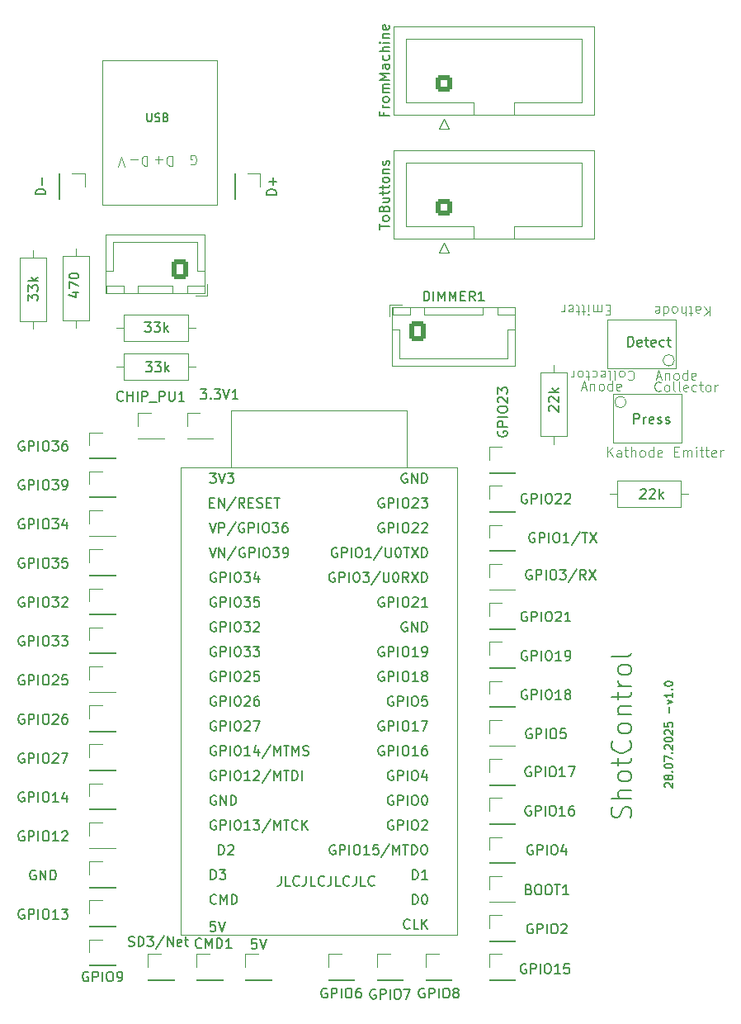
<source format=gto>
G04 #@! TF.GenerationSoftware,KiCad,Pcbnew,8.0.3*
G04 #@! TF.CreationDate,2025-07-28T20:13:40+02:00*
G04 #@! TF.ProjectId,DC_minni,44435f6d-696e-46e6-992e-6b696361645f,rev?*
G04 #@! TF.SameCoordinates,Original*
G04 #@! TF.FileFunction,Legend,Top*
G04 #@! TF.FilePolarity,Positive*
%FSLAX46Y46*%
G04 Gerber Fmt 4.6, Leading zero omitted, Abs format (unit mm)*
G04 Created by KiCad (PCBNEW 8.0.3) date 2025-07-28 20:13:40*
%MOMM*%
%LPD*%
G01*
G04 APERTURE LIST*
G04 Aperture macros list*
%AMRoundRect*
0 Rectangle with rounded corners*
0 $1 Rounding radius*
0 $2 $3 $4 $5 $6 $7 $8 $9 X,Y pos of 4 corners*
0 Add a 4 corners polygon primitive as box body*
4,1,4,$2,$3,$4,$5,$6,$7,$8,$9,$2,$3,0*
0 Add four circle primitives for the rounded corners*
1,1,$1+$1,$2,$3*
1,1,$1+$1,$4,$5*
1,1,$1+$1,$6,$7*
1,1,$1+$1,$8,$9*
0 Add four rect primitives between the rounded corners*
20,1,$1+$1,$2,$3,$4,$5,0*
20,1,$1+$1,$4,$5,$6,$7,0*
20,1,$1+$1,$6,$7,$8,$9,0*
20,1,$1+$1,$8,$9,$2,$3,0*%
G04 Aperture macros list end*
%ADD10C,0.152400*%
%ADD11C,0.200000*%
%ADD12C,0.100000*%
%ADD13C,0.150000*%
%ADD14C,0.120000*%
%ADD15C,2.200000*%
%ADD16R,1.524000X1.524000*%
%ADD17C,1.524000*%
%ADD18R,2.000000X1.200000*%
%ADD19O,2.000000X1.200000*%
%ADD20C,1.700000*%
%ADD21RoundRect,0.250000X0.600000X-0.600000X0.600000X0.600000X-0.600000X0.600000X-0.600000X-0.600000X0*%
%ADD22C,1.600000*%
%ADD23O,1.600000X1.600000*%
%ADD24O,1.700000X1.950000*%
%ADD25RoundRect,0.250000X0.600000X0.725000X-0.600000X0.725000X-0.600000X-0.725000X0.600000X-0.725000X0*%
%ADD26R,1.700000X1.700000*%
%ADD27RoundRect,0.250000X-0.600000X-0.725000X0.600000X-0.725000X0.600000X0.725000X-0.600000X0.725000X0*%
G04 APERTURE END LIST*
D10*
X225824072Y-167669694D02*
X225824072Y-168383979D01*
X225824072Y-168383979D02*
X225776453Y-168526836D01*
X225776453Y-168526836D02*
X225681215Y-168622075D01*
X225681215Y-168622075D02*
X225538358Y-168669694D01*
X225538358Y-168669694D02*
X225443120Y-168669694D01*
X226776453Y-168669694D02*
X226300263Y-168669694D01*
X226300263Y-168669694D02*
X226300263Y-167669694D01*
X227681215Y-168574455D02*
X227633596Y-168622075D01*
X227633596Y-168622075D02*
X227490739Y-168669694D01*
X227490739Y-168669694D02*
X227395501Y-168669694D01*
X227395501Y-168669694D02*
X227252644Y-168622075D01*
X227252644Y-168622075D02*
X227157406Y-168526836D01*
X227157406Y-168526836D02*
X227109787Y-168431598D01*
X227109787Y-168431598D02*
X227062168Y-168241122D01*
X227062168Y-168241122D02*
X227062168Y-168098265D01*
X227062168Y-168098265D02*
X227109787Y-167907789D01*
X227109787Y-167907789D02*
X227157406Y-167812551D01*
X227157406Y-167812551D02*
X227252644Y-167717313D01*
X227252644Y-167717313D02*
X227395501Y-167669694D01*
X227395501Y-167669694D02*
X227490739Y-167669694D01*
X227490739Y-167669694D02*
X227633596Y-167717313D01*
X227633596Y-167717313D02*
X227681215Y-167764932D01*
X228395501Y-167669694D02*
X228395501Y-168383979D01*
X228395501Y-168383979D02*
X228347882Y-168526836D01*
X228347882Y-168526836D02*
X228252644Y-168622075D01*
X228252644Y-168622075D02*
X228109787Y-168669694D01*
X228109787Y-168669694D02*
X228014549Y-168669694D01*
X229347882Y-168669694D02*
X228871692Y-168669694D01*
X228871692Y-168669694D02*
X228871692Y-167669694D01*
X230252644Y-168574455D02*
X230205025Y-168622075D01*
X230205025Y-168622075D02*
X230062168Y-168669694D01*
X230062168Y-168669694D02*
X229966930Y-168669694D01*
X229966930Y-168669694D02*
X229824073Y-168622075D01*
X229824073Y-168622075D02*
X229728835Y-168526836D01*
X229728835Y-168526836D02*
X229681216Y-168431598D01*
X229681216Y-168431598D02*
X229633597Y-168241122D01*
X229633597Y-168241122D02*
X229633597Y-168098265D01*
X229633597Y-168098265D02*
X229681216Y-167907789D01*
X229681216Y-167907789D02*
X229728835Y-167812551D01*
X229728835Y-167812551D02*
X229824073Y-167717313D01*
X229824073Y-167717313D02*
X229966930Y-167669694D01*
X229966930Y-167669694D02*
X230062168Y-167669694D01*
X230062168Y-167669694D02*
X230205025Y-167717313D01*
X230205025Y-167717313D02*
X230252644Y-167764932D01*
X230966930Y-167669694D02*
X230966930Y-168383979D01*
X230966930Y-168383979D02*
X230919311Y-168526836D01*
X230919311Y-168526836D02*
X230824073Y-168622075D01*
X230824073Y-168622075D02*
X230681216Y-168669694D01*
X230681216Y-168669694D02*
X230585978Y-168669694D01*
X231919311Y-168669694D02*
X231443121Y-168669694D01*
X231443121Y-168669694D02*
X231443121Y-167669694D01*
X232824073Y-168574455D02*
X232776454Y-168622075D01*
X232776454Y-168622075D02*
X232633597Y-168669694D01*
X232633597Y-168669694D02*
X232538359Y-168669694D01*
X232538359Y-168669694D02*
X232395502Y-168622075D01*
X232395502Y-168622075D02*
X232300264Y-168526836D01*
X232300264Y-168526836D02*
X232252645Y-168431598D01*
X232252645Y-168431598D02*
X232205026Y-168241122D01*
X232205026Y-168241122D02*
X232205026Y-168098265D01*
X232205026Y-168098265D02*
X232252645Y-167907789D01*
X232252645Y-167907789D02*
X232300264Y-167812551D01*
X232300264Y-167812551D02*
X232395502Y-167717313D01*
X232395502Y-167717313D02*
X232538359Y-167669694D01*
X232538359Y-167669694D02*
X232633597Y-167669694D01*
X232633597Y-167669694D02*
X232776454Y-167717313D01*
X232776454Y-167717313D02*
X232824073Y-167764932D01*
X233538359Y-167669694D02*
X233538359Y-168383979D01*
X233538359Y-168383979D02*
X233490740Y-168526836D01*
X233490740Y-168526836D02*
X233395502Y-168622075D01*
X233395502Y-168622075D02*
X233252645Y-168669694D01*
X233252645Y-168669694D02*
X233157407Y-168669694D01*
X234490740Y-168669694D02*
X234014550Y-168669694D01*
X234014550Y-168669694D02*
X234014550Y-167669694D01*
X235395502Y-168574455D02*
X235347883Y-168622075D01*
X235347883Y-168622075D02*
X235205026Y-168669694D01*
X235205026Y-168669694D02*
X235109788Y-168669694D01*
X235109788Y-168669694D02*
X234966931Y-168622075D01*
X234966931Y-168622075D02*
X234871693Y-168526836D01*
X234871693Y-168526836D02*
X234824074Y-168431598D01*
X234824074Y-168431598D02*
X234776455Y-168241122D01*
X234776455Y-168241122D02*
X234776455Y-168098265D01*
X234776455Y-168098265D02*
X234824074Y-167907789D01*
X234824074Y-167907789D02*
X234871693Y-167812551D01*
X234871693Y-167812551D02*
X234966931Y-167717313D01*
X234966931Y-167717313D02*
X235109788Y-167669694D01*
X235109788Y-167669694D02*
X235205026Y-167669694D01*
X235205026Y-167669694D02*
X235347883Y-167717313D01*
X235347883Y-167717313D02*
X235395502Y-167764932D01*
X265257213Y-158544917D02*
X265218508Y-158506213D01*
X265218508Y-158506213D02*
X265179803Y-158428803D01*
X265179803Y-158428803D02*
X265179803Y-158235279D01*
X265179803Y-158235279D02*
X265218508Y-158157870D01*
X265218508Y-158157870D02*
X265257213Y-158119165D01*
X265257213Y-158119165D02*
X265334622Y-158080460D01*
X265334622Y-158080460D02*
X265412032Y-158080460D01*
X265412032Y-158080460D02*
X265528146Y-158119165D01*
X265528146Y-158119165D02*
X265992603Y-158583622D01*
X265992603Y-158583622D02*
X265992603Y-158080460D01*
X265528146Y-157616003D02*
X265489441Y-157693413D01*
X265489441Y-157693413D02*
X265450737Y-157732118D01*
X265450737Y-157732118D02*
X265373327Y-157770822D01*
X265373327Y-157770822D02*
X265334622Y-157770822D01*
X265334622Y-157770822D02*
X265257213Y-157732118D01*
X265257213Y-157732118D02*
X265218508Y-157693413D01*
X265218508Y-157693413D02*
X265179803Y-157616003D01*
X265179803Y-157616003D02*
X265179803Y-157461184D01*
X265179803Y-157461184D02*
X265218508Y-157383775D01*
X265218508Y-157383775D02*
X265257213Y-157345070D01*
X265257213Y-157345070D02*
X265334622Y-157306365D01*
X265334622Y-157306365D02*
X265373327Y-157306365D01*
X265373327Y-157306365D02*
X265450737Y-157345070D01*
X265450737Y-157345070D02*
X265489441Y-157383775D01*
X265489441Y-157383775D02*
X265528146Y-157461184D01*
X265528146Y-157461184D02*
X265528146Y-157616003D01*
X265528146Y-157616003D02*
X265566851Y-157693413D01*
X265566851Y-157693413D02*
X265605556Y-157732118D01*
X265605556Y-157732118D02*
X265682965Y-157770822D01*
X265682965Y-157770822D02*
X265837784Y-157770822D01*
X265837784Y-157770822D02*
X265915194Y-157732118D01*
X265915194Y-157732118D02*
X265953899Y-157693413D01*
X265953899Y-157693413D02*
X265992603Y-157616003D01*
X265992603Y-157616003D02*
X265992603Y-157461184D01*
X265992603Y-157461184D02*
X265953899Y-157383775D01*
X265953899Y-157383775D02*
X265915194Y-157345070D01*
X265915194Y-157345070D02*
X265837784Y-157306365D01*
X265837784Y-157306365D02*
X265682965Y-157306365D01*
X265682965Y-157306365D02*
X265605556Y-157345070D01*
X265605556Y-157345070D02*
X265566851Y-157383775D01*
X265566851Y-157383775D02*
X265528146Y-157461184D01*
X265915194Y-156958023D02*
X265953899Y-156919318D01*
X265953899Y-156919318D02*
X265992603Y-156958023D01*
X265992603Y-156958023D02*
X265953899Y-156996727D01*
X265953899Y-156996727D02*
X265915194Y-156958023D01*
X265915194Y-156958023D02*
X265992603Y-156958023D01*
X265179803Y-156416156D02*
X265179803Y-156338746D01*
X265179803Y-156338746D02*
X265218508Y-156261337D01*
X265218508Y-156261337D02*
X265257213Y-156222632D01*
X265257213Y-156222632D02*
X265334622Y-156183927D01*
X265334622Y-156183927D02*
X265489441Y-156145222D01*
X265489441Y-156145222D02*
X265682965Y-156145222D01*
X265682965Y-156145222D02*
X265837784Y-156183927D01*
X265837784Y-156183927D02*
X265915194Y-156222632D01*
X265915194Y-156222632D02*
X265953899Y-156261337D01*
X265953899Y-156261337D02*
X265992603Y-156338746D01*
X265992603Y-156338746D02*
X265992603Y-156416156D01*
X265992603Y-156416156D02*
X265953899Y-156493565D01*
X265953899Y-156493565D02*
X265915194Y-156532270D01*
X265915194Y-156532270D02*
X265837784Y-156570975D01*
X265837784Y-156570975D02*
X265682965Y-156609679D01*
X265682965Y-156609679D02*
X265489441Y-156609679D01*
X265489441Y-156609679D02*
X265334622Y-156570975D01*
X265334622Y-156570975D02*
X265257213Y-156532270D01*
X265257213Y-156532270D02*
X265218508Y-156493565D01*
X265218508Y-156493565D02*
X265179803Y-156416156D01*
X265179803Y-155874289D02*
X265179803Y-155332423D01*
X265179803Y-155332423D02*
X265992603Y-155680765D01*
X265915194Y-155022785D02*
X265953899Y-154984080D01*
X265953899Y-154984080D02*
X265992603Y-155022785D01*
X265992603Y-155022785D02*
X265953899Y-155061489D01*
X265953899Y-155061489D02*
X265915194Y-155022785D01*
X265915194Y-155022785D02*
X265992603Y-155022785D01*
X265257213Y-154674441D02*
X265218508Y-154635737D01*
X265218508Y-154635737D02*
X265179803Y-154558327D01*
X265179803Y-154558327D02*
X265179803Y-154364803D01*
X265179803Y-154364803D02*
X265218508Y-154287394D01*
X265218508Y-154287394D02*
X265257213Y-154248689D01*
X265257213Y-154248689D02*
X265334622Y-154209984D01*
X265334622Y-154209984D02*
X265412032Y-154209984D01*
X265412032Y-154209984D02*
X265528146Y-154248689D01*
X265528146Y-154248689D02*
X265992603Y-154713146D01*
X265992603Y-154713146D02*
X265992603Y-154209984D01*
X265179803Y-153706823D02*
X265179803Y-153629413D01*
X265179803Y-153629413D02*
X265218508Y-153552004D01*
X265218508Y-153552004D02*
X265257213Y-153513299D01*
X265257213Y-153513299D02*
X265334622Y-153474594D01*
X265334622Y-153474594D02*
X265489441Y-153435889D01*
X265489441Y-153435889D02*
X265682965Y-153435889D01*
X265682965Y-153435889D02*
X265837784Y-153474594D01*
X265837784Y-153474594D02*
X265915194Y-153513299D01*
X265915194Y-153513299D02*
X265953899Y-153552004D01*
X265953899Y-153552004D02*
X265992603Y-153629413D01*
X265992603Y-153629413D02*
X265992603Y-153706823D01*
X265992603Y-153706823D02*
X265953899Y-153784232D01*
X265953899Y-153784232D02*
X265915194Y-153822937D01*
X265915194Y-153822937D02*
X265837784Y-153861642D01*
X265837784Y-153861642D02*
X265682965Y-153900346D01*
X265682965Y-153900346D02*
X265489441Y-153900346D01*
X265489441Y-153900346D02*
X265334622Y-153861642D01*
X265334622Y-153861642D02*
X265257213Y-153822937D01*
X265257213Y-153822937D02*
X265218508Y-153784232D01*
X265218508Y-153784232D02*
X265179803Y-153706823D01*
X265257213Y-153126251D02*
X265218508Y-153087547D01*
X265218508Y-153087547D02*
X265179803Y-153010137D01*
X265179803Y-153010137D02*
X265179803Y-152816613D01*
X265179803Y-152816613D02*
X265218508Y-152739204D01*
X265218508Y-152739204D02*
X265257213Y-152700499D01*
X265257213Y-152700499D02*
X265334622Y-152661794D01*
X265334622Y-152661794D02*
X265412032Y-152661794D01*
X265412032Y-152661794D02*
X265528146Y-152700499D01*
X265528146Y-152700499D02*
X265992603Y-153164956D01*
X265992603Y-153164956D02*
X265992603Y-152661794D01*
X265179803Y-151926404D02*
X265179803Y-152313452D01*
X265179803Y-152313452D02*
X265566851Y-152352156D01*
X265566851Y-152352156D02*
X265528146Y-152313452D01*
X265528146Y-152313452D02*
X265489441Y-152236042D01*
X265489441Y-152236042D02*
X265489441Y-152042518D01*
X265489441Y-152042518D02*
X265528146Y-151965109D01*
X265528146Y-151965109D02*
X265566851Y-151926404D01*
X265566851Y-151926404D02*
X265644260Y-151887699D01*
X265644260Y-151887699D02*
X265837784Y-151887699D01*
X265837784Y-151887699D02*
X265915194Y-151926404D01*
X265915194Y-151926404D02*
X265953899Y-151965109D01*
X265953899Y-151965109D02*
X265992603Y-152042518D01*
X265992603Y-152042518D02*
X265992603Y-152236042D01*
X265992603Y-152236042D02*
X265953899Y-152313452D01*
X265953899Y-152313452D02*
X265915194Y-152352156D01*
X265682965Y-150920081D02*
X265682965Y-150300805D01*
X265450737Y-149991166D02*
X265992603Y-149797642D01*
X265992603Y-149797642D02*
X265450737Y-149604119D01*
X265992603Y-148868728D02*
X265992603Y-149333185D01*
X265992603Y-149100957D02*
X265179803Y-149100957D01*
X265179803Y-149100957D02*
X265295918Y-149178366D01*
X265295918Y-149178366D02*
X265373327Y-149255776D01*
X265373327Y-149255776D02*
X265412032Y-149333185D01*
X265915194Y-148520386D02*
X265953899Y-148481681D01*
X265953899Y-148481681D02*
X265992603Y-148520386D01*
X265992603Y-148520386D02*
X265953899Y-148559090D01*
X265953899Y-148559090D02*
X265915194Y-148520386D01*
X265915194Y-148520386D02*
X265992603Y-148520386D01*
X265179803Y-147978519D02*
X265179803Y-147901109D01*
X265179803Y-147901109D02*
X265218508Y-147823700D01*
X265218508Y-147823700D02*
X265257213Y-147784995D01*
X265257213Y-147784995D02*
X265334622Y-147746290D01*
X265334622Y-147746290D02*
X265489441Y-147707585D01*
X265489441Y-147707585D02*
X265682965Y-147707585D01*
X265682965Y-147707585D02*
X265837784Y-147746290D01*
X265837784Y-147746290D02*
X265915194Y-147784995D01*
X265915194Y-147784995D02*
X265953899Y-147823700D01*
X265953899Y-147823700D02*
X265992603Y-147901109D01*
X265992603Y-147901109D02*
X265992603Y-147978519D01*
X265992603Y-147978519D02*
X265953899Y-148055928D01*
X265953899Y-148055928D02*
X265915194Y-148094633D01*
X265915194Y-148094633D02*
X265837784Y-148133338D01*
X265837784Y-148133338D02*
X265682965Y-148172042D01*
X265682965Y-148172042D02*
X265489441Y-148172042D01*
X265489441Y-148172042D02*
X265334622Y-148133338D01*
X265334622Y-148133338D02*
X265257213Y-148094633D01*
X265257213Y-148094633D02*
X265218508Y-148055928D01*
X265218508Y-148055928D02*
X265179803Y-147978519D01*
D11*
X261649600Y-161687469D02*
X261744838Y-161401755D01*
X261744838Y-161401755D02*
X261744838Y-160925564D01*
X261744838Y-160925564D02*
X261649600Y-160735088D01*
X261649600Y-160735088D02*
X261554361Y-160639850D01*
X261554361Y-160639850D02*
X261363885Y-160544612D01*
X261363885Y-160544612D02*
X261173409Y-160544612D01*
X261173409Y-160544612D02*
X260982933Y-160639850D01*
X260982933Y-160639850D02*
X260887695Y-160735088D01*
X260887695Y-160735088D02*
X260792457Y-160925564D01*
X260792457Y-160925564D02*
X260697219Y-161306517D01*
X260697219Y-161306517D02*
X260601980Y-161496993D01*
X260601980Y-161496993D02*
X260506742Y-161592231D01*
X260506742Y-161592231D02*
X260316266Y-161687469D01*
X260316266Y-161687469D02*
X260125790Y-161687469D01*
X260125790Y-161687469D02*
X259935314Y-161592231D01*
X259935314Y-161592231D02*
X259840076Y-161496993D01*
X259840076Y-161496993D02*
X259744838Y-161306517D01*
X259744838Y-161306517D02*
X259744838Y-160830326D01*
X259744838Y-160830326D02*
X259840076Y-160544612D01*
X261744838Y-159687469D02*
X259744838Y-159687469D01*
X261744838Y-158830326D02*
X260697219Y-158830326D01*
X260697219Y-158830326D02*
X260506742Y-158925564D01*
X260506742Y-158925564D02*
X260411504Y-159116040D01*
X260411504Y-159116040D02*
X260411504Y-159401755D01*
X260411504Y-159401755D02*
X260506742Y-159592231D01*
X260506742Y-159592231D02*
X260601980Y-159687469D01*
X261744838Y-157592231D02*
X261649600Y-157782707D01*
X261649600Y-157782707D02*
X261554361Y-157877945D01*
X261554361Y-157877945D02*
X261363885Y-157973183D01*
X261363885Y-157973183D02*
X260792457Y-157973183D01*
X260792457Y-157973183D02*
X260601980Y-157877945D01*
X260601980Y-157877945D02*
X260506742Y-157782707D01*
X260506742Y-157782707D02*
X260411504Y-157592231D01*
X260411504Y-157592231D02*
X260411504Y-157306516D01*
X260411504Y-157306516D02*
X260506742Y-157116040D01*
X260506742Y-157116040D02*
X260601980Y-157020802D01*
X260601980Y-157020802D02*
X260792457Y-156925564D01*
X260792457Y-156925564D02*
X261363885Y-156925564D01*
X261363885Y-156925564D02*
X261554361Y-157020802D01*
X261554361Y-157020802D02*
X261649600Y-157116040D01*
X261649600Y-157116040D02*
X261744838Y-157306516D01*
X261744838Y-157306516D02*
X261744838Y-157592231D01*
X260411504Y-156354135D02*
X260411504Y-155592231D01*
X259744838Y-156068421D02*
X261459123Y-156068421D01*
X261459123Y-156068421D02*
X261649600Y-155973183D01*
X261649600Y-155973183D02*
X261744838Y-155782707D01*
X261744838Y-155782707D02*
X261744838Y-155592231D01*
X261554361Y-153782707D02*
X261649600Y-153877945D01*
X261649600Y-153877945D02*
X261744838Y-154163659D01*
X261744838Y-154163659D02*
X261744838Y-154354135D01*
X261744838Y-154354135D02*
X261649600Y-154639850D01*
X261649600Y-154639850D02*
X261459123Y-154830326D01*
X261459123Y-154830326D02*
X261268647Y-154925564D01*
X261268647Y-154925564D02*
X260887695Y-155020802D01*
X260887695Y-155020802D02*
X260601980Y-155020802D01*
X260601980Y-155020802D02*
X260221028Y-154925564D01*
X260221028Y-154925564D02*
X260030552Y-154830326D01*
X260030552Y-154830326D02*
X259840076Y-154639850D01*
X259840076Y-154639850D02*
X259744838Y-154354135D01*
X259744838Y-154354135D02*
X259744838Y-154163659D01*
X259744838Y-154163659D02*
X259840076Y-153877945D01*
X259840076Y-153877945D02*
X259935314Y-153782707D01*
X261744838Y-152639850D02*
X261649600Y-152830326D01*
X261649600Y-152830326D02*
X261554361Y-152925564D01*
X261554361Y-152925564D02*
X261363885Y-153020802D01*
X261363885Y-153020802D02*
X260792457Y-153020802D01*
X260792457Y-153020802D02*
X260601980Y-152925564D01*
X260601980Y-152925564D02*
X260506742Y-152830326D01*
X260506742Y-152830326D02*
X260411504Y-152639850D01*
X260411504Y-152639850D02*
X260411504Y-152354135D01*
X260411504Y-152354135D02*
X260506742Y-152163659D01*
X260506742Y-152163659D02*
X260601980Y-152068421D01*
X260601980Y-152068421D02*
X260792457Y-151973183D01*
X260792457Y-151973183D02*
X261363885Y-151973183D01*
X261363885Y-151973183D02*
X261554361Y-152068421D01*
X261554361Y-152068421D02*
X261649600Y-152163659D01*
X261649600Y-152163659D02*
X261744838Y-152354135D01*
X261744838Y-152354135D02*
X261744838Y-152639850D01*
X260411504Y-151116040D02*
X261744838Y-151116040D01*
X260601980Y-151116040D02*
X260506742Y-151020802D01*
X260506742Y-151020802D02*
X260411504Y-150830326D01*
X260411504Y-150830326D02*
X260411504Y-150544611D01*
X260411504Y-150544611D02*
X260506742Y-150354135D01*
X260506742Y-150354135D02*
X260697219Y-150258897D01*
X260697219Y-150258897D02*
X261744838Y-150258897D01*
X260411504Y-149592230D02*
X260411504Y-148830326D01*
X259744838Y-149306516D02*
X261459123Y-149306516D01*
X261459123Y-149306516D02*
X261649600Y-149211278D01*
X261649600Y-149211278D02*
X261744838Y-149020802D01*
X261744838Y-149020802D02*
X261744838Y-148830326D01*
X261744838Y-148163659D02*
X260411504Y-148163659D01*
X260792457Y-148163659D02*
X260601980Y-148068421D01*
X260601980Y-148068421D02*
X260506742Y-147973183D01*
X260506742Y-147973183D02*
X260411504Y-147782707D01*
X260411504Y-147782707D02*
X260411504Y-147592230D01*
X261744838Y-146639850D02*
X261649600Y-146830326D01*
X261649600Y-146830326D02*
X261554361Y-146925564D01*
X261554361Y-146925564D02*
X261363885Y-147020802D01*
X261363885Y-147020802D02*
X260792457Y-147020802D01*
X260792457Y-147020802D02*
X260601980Y-146925564D01*
X260601980Y-146925564D02*
X260506742Y-146830326D01*
X260506742Y-146830326D02*
X260411504Y-146639850D01*
X260411504Y-146639850D02*
X260411504Y-146354135D01*
X260411504Y-146354135D02*
X260506742Y-146163659D01*
X260506742Y-146163659D02*
X260601980Y-146068421D01*
X260601980Y-146068421D02*
X260792457Y-145973183D01*
X260792457Y-145973183D02*
X261363885Y-145973183D01*
X261363885Y-145973183D02*
X261554361Y-146068421D01*
X261554361Y-146068421D02*
X261649600Y-146163659D01*
X261649600Y-146163659D02*
X261744838Y-146354135D01*
X261744838Y-146354135D02*
X261744838Y-146639850D01*
X261744838Y-144830326D02*
X261649600Y-145020802D01*
X261649600Y-145020802D02*
X261459123Y-145116040D01*
X261459123Y-145116040D02*
X259744838Y-145116040D01*
D10*
X261438358Y-113369694D02*
X261438358Y-112369694D01*
X261438358Y-112369694D02*
X261676453Y-112369694D01*
X261676453Y-112369694D02*
X261819310Y-112417313D01*
X261819310Y-112417313D02*
X261914548Y-112512551D01*
X261914548Y-112512551D02*
X261962167Y-112607789D01*
X261962167Y-112607789D02*
X262009786Y-112798265D01*
X262009786Y-112798265D02*
X262009786Y-112941122D01*
X262009786Y-112941122D02*
X261962167Y-113131598D01*
X261962167Y-113131598D02*
X261914548Y-113226836D01*
X261914548Y-113226836D02*
X261819310Y-113322075D01*
X261819310Y-113322075D02*
X261676453Y-113369694D01*
X261676453Y-113369694D02*
X261438358Y-113369694D01*
X262819310Y-113322075D02*
X262724072Y-113369694D01*
X262724072Y-113369694D02*
X262533596Y-113369694D01*
X262533596Y-113369694D02*
X262438358Y-113322075D01*
X262438358Y-113322075D02*
X262390739Y-113226836D01*
X262390739Y-113226836D02*
X262390739Y-112845884D01*
X262390739Y-112845884D02*
X262438358Y-112750646D01*
X262438358Y-112750646D02*
X262533596Y-112703027D01*
X262533596Y-112703027D02*
X262724072Y-112703027D01*
X262724072Y-112703027D02*
X262819310Y-112750646D01*
X262819310Y-112750646D02*
X262866929Y-112845884D01*
X262866929Y-112845884D02*
X262866929Y-112941122D01*
X262866929Y-112941122D02*
X262390739Y-113036360D01*
X263152644Y-112703027D02*
X263533596Y-112703027D01*
X263295501Y-112369694D02*
X263295501Y-113226836D01*
X263295501Y-113226836D02*
X263343120Y-113322075D01*
X263343120Y-113322075D02*
X263438358Y-113369694D01*
X263438358Y-113369694D02*
X263533596Y-113369694D01*
X264247882Y-113322075D02*
X264152644Y-113369694D01*
X264152644Y-113369694D02*
X263962168Y-113369694D01*
X263962168Y-113369694D02*
X263866930Y-113322075D01*
X263866930Y-113322075D02*
X263819311Y-113226836D01*
X263819311Y-113226836D02*
X263819311Y-112845884D01*
X263819311Y-112845884D02*
X263866930Y-112750646D01*
X263866930Y-112750646D02*
X263962168Y-112703027D01*
X263962168Y-112703027D02*
X264152644Y-112703027D01*
X264152644Y-112703027D02*
X264247882Y-112750646D01*
X264247882Y-112750646D02*
X264295501Y-112845884D01*
X264295501Y-112845884D02*
X264295501Y-112941122D01*
X264295501Y-112941122D02*
X263819311Y-113036360D01*
X265152644Y-113322075D02*
X265057406Y-113369694D01*
X265057406Y-113369694D02*
X264866930Y-113369694D01*
X264866930Y-113369694D02*
X264771692Y-113322075D01*
X264771692Y-113322075D02*
X264724073Y-113274455D01*
X264724073Y-113274455D02*
X264676454Y-113179217D01*
X264676454Y-113179217D02*
X264676454Y-112893503D01*
X264676454Y-112893503D02*
X264724073Y-112798265D01*
X264724073Y-112798265D02*
X264771692Y-112750646D01*
X264771692Y-112750646D02*
X264866930Y-112703027D01*
X264866930Y-112703027D02*
X265057406Y-112703027D01*
X265057406Y-112703027D02*
X265152644Y-112750646D01*
X265438359Y-112703027D02*
X265819311Y-112703027D01*
X265581216Y-112369694D02*
X265581216Y-113226836D01*
X265581216Y-113226836D02*
X265628835Y-113322075D01*
X265628835Y-113322075D02*
X265724073Y-113369694D01*
X265724073Y-113369694D02*
X265819311Y-113369694D01*
X262038358Y-121269694D02*
X262038358Y-120269694D01*
X262038358Y-120269694D02*
X262419310Y-120269694D01*
X262419310Y-120269694D02*
X262514548Y-120317313D01*
X262514548Y-120317313D02*
X262562167Y-120364932D01*
X262562167Y-120364932D02*
X262609786Y-120460170D01*
X262609786Y-120460170D02*
X262609786Y-120603027D01*
X262609786Y-120603027D02*
X262562167Y-120698265D01*
X262562167Y-120698265D02*
X262514548Y-120745884D01*
X262514548Y-120745884D02*
X262419310Y-120793503D01*
X262419310Y-120793503D02*
X262038358Y-120793503D01*
X263038358Y-121269694D02*
X263038358Y-120603027D01*
X263038358Y-120793503D02*
X263085977Y-120698265D01*
X263085977Y-120698265D02*
X263133596Y-120650646D01*
X263133596Y-120650646D02*
X263228834Y-120603027D01*
X263228834Y-120603027D02*
X263324072Y-120603027D01*
X264038358Y-121222075D02*
X263943120Y-121269694D01*
X263943120Y-121269694D02*
X263752644Y-121269694D01*
X263752644Y-121269694D02*
X263657406Y-121222075D01*
X263657406Y-121222075D02*
X263609787Y-121126836D01*
X263609787Y-121126836D02*
X263609787Y-120745884D01*
X263609787Y-120745884D02*
X263657406Y-120650646D01*
X263657406Y-120650646D02*
X263752644Y-120603027D01*
X263752644Y-120603027D02*
X263943120Y-120603027D01*
X263943120Y-120603027D02*
X264038358Y-120650646D01*
X264038358Y-120650646D02*
X264085977Y-120745884D01*
X264085977Y-120745884D02*
X264085977Y-120841122D01*
X264085977Y-120841122D02*
X263609787Y-120936360D01*
X264466930Y-121222075D02*
X264562168Y-121269694D01*
X264562168Y-121269694D02*
X264752644Y-121269694D01*
X264752644Y-121269694D02*
X264847882Y-121222075D01*
X264847882Y-121222075D02*
X264895501Y-121126836D01*
X264895501Y-121126836D02*
X264895501Y-121079217D01*
X264895501Y-121079217D02*
X264847882Y-120983979D01*
X264847882Y-120983979D02*
X264752644Y-120936360D01*
X264752644Y-120936360D02*
X264609787Y-120936360D01*
X264609787Y-120936360D02*
X264514549Y-120888741D01*
X264514549Y-120888741D02*
X264466930Y-120793503D01*
X264466930Y-120793503D02*
X264466930Y-120745884D01*
X264466930Y-120745884D02*
X264514549Y-120650646D01*
X264514549Y-120650646D02*
X264609787Y-120603027D01*
X264609787Y-120603027D02*
X264752644Y-120603027D01*
X264752644Y-120603027D02*
X264847882Y-120650646D01*
X265276454Y-121222075D02*
X265371692Y-121269694D01*
X265371692Y-121269694D02*
X265562168Y-121269694D01*
X265562168Y-121269694D02*
X265657406Y-121222075D01*
X265657406Y-121222075D02*
X265705025Y-121126836D01*
X265705025Y-121126836D02*
X265705025Y-121079217D01*
X265705025Y-121079217D02*
X265657406Y-120983979D01*
X265657406Y-120983979D02*
X265562168Y-120936360D01*
X265562168Y-120936360D02*
X265419311Y-120936360D01*
X265419311Y-120936360D02*
X265324073Y-120888741D01*
X265324073Y-120888741D02*
X265276454Y-120793503D01*
X265276454Y-120793503D02*
X265276454Y-120745884D01*
X265276454Y-120745884D02*
X265324073Y-120650646D01*
X265324073Y-120650646D02*
X265419311Y-120603027D01*
X265419311Y-120603027D02*
X265562168Y-120603027D01*
X265562168Y-120603027D02*
X265657406Y-120650646D01*
X212093786Y-89479803D02*
X212093786Y-90137784D01*
X212093786Y-90137784D02*
X212132491Y-90215194D01*
X212132491Y-90215194D02*
X212171196Y-90253899D01*
X212171196Y-90253899D02*
X212248605Y-90292603D01*
X212248605Y-90292603D02*
X212403424Y-90292603D01*
X212403424Y-90292603D02*
X212480834Y-90253899D01*
X212480834Y-90253899D02*
X212519539Y-90215194D01*
X212519539Y-90215194D02*
X212558243Y-90137784D01*
X212558243Y-90137784D02*
X212558243Y-89479803D01*
X212906587Y-90253899D02*
X213022701Y-90292603D01*
X213022701Y-90292603D02*
X213216225Y-90292603D01*
X213216225Y-90292603D02*
X213293634Y-90253899D01*
X213293634Y-90253899D02*
X213332339Y-90215194D01*
X213332339Y-90215194D02*
X213371044Y-90137784D01*
X213371044Y-90137784D02*
X213371044Y-90060375D01*
X213371044Y-90060375D02*
X213332339Y-89982965D01*
X213332339Y-89982965D02*
X213293634Y-89944260D01*
X213293634Y-89944260D02*
X213216225Y-89905556D01*
X213216225Y-89905556D02*
X213061406Y-89866851D01*
X213061406Y-89866851D02*
X212983996Y-89828146D01*
X212983996Y-89828146D02*
X212945291Y-89789441D01*
X212945291Y-89789441D02*
X212906587Y-89712032D01*
X212906587Y-89712032D02*
X212906587Y-89634622D01*
X212906587Y-89634622D02*
X212945291Y-89557213D01*
X212945291Y-89557213D02*
X212983996Y-89518508D01*
X212983996Y-89518508D02*
X213061406Y-89479803D01*
X213061406Y-89479803D02*
X213254929Y-89479803D01*
X213254929Y-89479803D02*
X213371044Y-89518508D01*
X213990320Y-89866851D02*
X214106434Y-89905556D01*
X214106434Y-89905556D02*
X214145139Y-89944260D01*
X214145139Y-89944260D02*
X214183843Y-90021670D01*
X214183843Y-90021670D02*
X214183843Y-90137784D01*
X214183843Y-90137784D02*
X214145139Y-90215194D01*
X214145139Y-90215194D02*
X214106434Y-90253899D01*
X214106434Y-90253899D02*
X214029024Y-90292603D01*
X214029024Y-90292603D02*
X213719386Y-90292603D01*
X213719386Y-90292603D02*
X213719386Y-89479803D01*
X213719386Y-89479803D02*
X213990320Y-89479803D01*
X213990320Y-89479803D02*
X214067729Y-89518508D01*
X214067729Y-89518508D02*
X214106434Y-89557213D01*
X214106434Y-89557213D02*
X214145139Y-89634622D01*
X214145139Y-89634622D02*
X214145139Y-89712032D01*
X214145139Y-89712032D02*
X214106434Y-89789441D01*
X214106434Y-89789441D02*
X214067729Y-89828146D01*
X214067729Y-89828146D02*
X213990320Y-89866851D01*
X213990320Y-89866851D02*
X213719386Y-89866851D01*
X204403027Y-107833070D02*
X205069694Y-107833070D01*
X204022075Y-108071165D02*
X204736360Y-108309260D01*
X204736360Y-108309260D02*
X204736360Y-107690213D01*
X204069694Y-107404498D02*
X204069694Y-106737832D01*
X204069694Y-106737832D02*
X205069694Y-107166403D01*
X204069694Y-106166403D02*
X204069694Y-106071165D01*
X204069694Y-106071165D02*
X204117313Y-105975927D01*
X204117313Y-105975927D02*
X204164932Y-105928308D01*
X204164932Y-105928308D02*
X204260170Y-105880689D01*
X204260170Y-105880689D02*
X204450646Y-105833070D01*
X204450646Y-105833070D02*
X204688741Y-105833070D01*
X204688741Y-105833070D02*
X204879217Y-105880689D01*
X204879217Y-105880689D02*
X204974455Y-105928308D01*
X204974455Y-105928308D02*
X205022075Y-105975927D01*
X205022075Y-105975927D02*
X205069694Y-106071165D01*
X205069694Y-106071165D02*
X205069694Y-106166403D01*
X205069694Y-106166403D02*
X205022075Y-106261641D01*
X205022075Y-106261641D02*
X204974455Y-106309260D01*
X204974455Y-106309260D02*
X204879217Y-106356879D01*
X204879217Y-106356879D02*
X204688741Y-106404498D01*
X204688741Y-106404498D02*
X204450646Y-106404498D01*
X204450646Y-106404498D02*
X204260170Y-106356879D01*
X204260170Y-106356879D02*
X204164932Y-106309260D01*
X204164932Y-106309260D02*
X204117313Y-106261641D01*
X204117313Y-106261641D02*
X204069694Y-106166403D01*
X262690739Y-128064932D02*
X262738358Y-128017313D01*
X262738358Y-128017313D02*
X262833596Y-127969694D01*
X262833596Y-127969694D02*
X263071691Y-127969694D01*
X263071691Y-127969694D02*
X263166929Y-128017313D01*
X263166929Y-128017313D02*
X263214548Y-128064932D01*
X263214548Y-128064932D02*
X263262167Y-128160170D01*
X263262167Y-128160170D02*
X263262167Y-128255408D01*
X263262167Y-128255408D02*
X263214548Y-128398265D01*
X263214548Y-128398265D02*
X262643120Y-128969694D01*
X262643120Y-128969694D02*
X263262167Y-128969694D01*
X263643120Y-128064932D02*
X263690739Y-128017313D01*
X263690739Y-128017313D02*
X263785977Y-127969694D01*
X263785977Y-127969694D02*
X264024072Y-127969694D01*
X264024072Y-127969694D02*
X264119310Y-128017313D01*
X264119310Y-128017313D02*
X264166929Y-128064932D01*
X264166929Y-128064932D02*
X264214548Y-128160170D01*
X264214548Y-128160170D02*
X264214548Y-128255408D01*
X264214548Y-128255408D02*
X264166929Y-128398265D01*
X264166929Y-128398265D02*
X263595501Y-128969694D01*
X263595501Y-128969694D02*
X264214548Y-128969694D01*
X264643120Y-128969694D02*
X264643120Y-127969694D01*
X264738358Y-128588741D02*
X265024072Y-128969694D01*
X265024072Y-128303027D02*
X264643120Y-128683979D01*
X253364932Y-120009260D02*
X253317313Y-119961641D01*
X253317313Y-119961641D02*
X253269694Y-119866403D01*
X253269694Y-119866403D02*
X253269694Y-119628308D01*
X253269694Y-119628308D02*
X253317313Y-119533070D01*
X253317313Y-119533070D02*
X253364932Y-119485451D01*
X253364932Y-119485451D02*
X253460170Y-119437832D01*
X253460170Y-119437832D02*
X253555408Y-119437832D01*
X253555408Y-119437832D02*
X253698265Y-119485451D01*
X253698265Y-119485451D02*
X254269694Y-120056879D01*
X254269694Y-120056879D02*
X254269694Y-119437832D01*
X253364932Y-119056879D02*
X253317313Y-119009260D01*
X253317313Y-119009260D02*
X253269694Y-118914022D01*
X253269694Y-118914022D02*
X253269694Y-118675927D01*
X253269694Y-118675927D02*
X253317313Y-118580689D01*
X253317313Y-118580689D02*
X253364932Y-118533070D01*
X253364932Y-118533070D02*
X253460170Y-118485451D01*
X253460170Y-118485451D02*
X253555408Y-118485451D01*
X253555408Y-118485451D02*
X253698265Y-118533070D01*
X253698265Y-118533070D02*
X254269694Y-119104498D01*
X254269694Y-119104498D02*
X254269694Y-118485451D01*
X254269694Y-118056879D02*
X253269694Y-118056879D01*
X253888741Y-117961641D02*
X254269694Y-117675927D01*
X253603027Y-117675927D02*
X253983979Y-118056879D01*
X211943120Y-114969694D02*
X212562167Y-114969694D01*
X212562167Y-114969694D02*
X212228834Y-115350646D01*
X212228834Y-115350646D02*
X212371691Y-115350646D01*
X212371691Y-115350646D02*
X212466929Y-115398265D01*
X212466929Y-115398265D02*
X212514548Y-115445884D01*
X212514548Y-115445884D02*
X212562167Y-115541122D01*
X212562167Y-115541122D02*
X212562167Y-115779217D01*
X212562167Y-115779217D02*
X212514548Y-115874455D01*
X212514548Y-115874455D02*
X212466929Y-115922075D01*
X212466929Y-115922075D02*
X212371691Y-115969694D01*
X212371691Y-115969694D02*
X212085977Y-115969694D01*
X212085977Y-115969694D02*
X211990739Y-115922075D01*
X211990739Y-115922075D02*
X211943120Y-115874455D01*
X212895501Y-114969694D02*
X213514548Y-114969694D01*
X213514548Y-114969694D02*
X213181215Y-115350646D01*
X213181215Y-115350646D02*
X213324072Y-115350646D01*
X213324072Y-115350646D02*
X213419310Y-115398265D01*
X213419310Y-115398265D02*
X213466929Y-115445884D01*
X213466929Y-115445884D02*
X213514548Y-115541122D01*
X213514548Y-115541122D02*
X213514548Y-115779217D01*
X213514548Y-115779217D02*
X213466929Y-115874455D01*
X213466929Y-115874455D02*
X213419310Y-115922075D01*
X213419310Y-115922075D02*
X213324072Y-115969694D01*
X213324072Y-115969694D02*
X213038358Y-115969694D01*
X213038358Y-115969694D02*
X212943120Y-115922075D01*
X212943120Y-115922075D02*
X212895501Y-115874455D01*
X213943120Y-115969694D02*
X213943120Y-114969694D01*
X214038358Y-115588741D02*
X214324072Y-115969694D01*
X214324072Y-115303027D02*
X213943120Y-115683979D01*
X211843120Y-110869694D02*
X212462167Y-110869694D01*
X212462167Y-110869694D02*
X212128834Y-111250646D01*
X212128834Y-111250646D02*
X212271691Y-111250646D01*
X212271691Y-111250646D02*
X212366929Y-111298265D01*
X212366929Y-111298265D02*
X212414548Y-111345884D01*
X212414548Y-111345884D02*
X212462167Y-111441122D01*
X212462167Y-111441122D02*
X212462167Y-111679217D01*
X212462167Y-111679217D02*
X212414548Y-111774455D01*
X212414548Y-111774455D02*
X212366929Y-111822075D01*
X212366929Y-111822075D02*
X212271691Y-111869694D01*
X212271691Y-111869694D02*
X211985977Y-111869694D01*
X211985977Y-111869694D02*
X211890739Y-111822075D01*
X211890739Y-111822075D02*
X211843120Y-111774455D01*
X212795501Y-110869694D02*
X213414548Y-110869694D01*
X213414548Y-110869694D02*
X213081215Y-111250646D01*
X213081215Y-111250646D02*
X213224072Y-111250646D01*
X213224072Y-111250646D02*
X213319310Y-111298265D01*
X213319310Y-111298265D02*
X213366929Y-111345884D01*
X213366929Y-111345884D02*
X213414548Y-111441122D01*
X213414548Y-111441122D02*
X213414548Y-111679217D01*
X213414548Y-111679217D02*
X213366929Y-111774455D01*
X213366929Y-111774455D02*
X213319310Y-111822075D01*
X213319310Y-111822075D02*
X213224072Y-111869694D01*
X213224072Y-111869694D02*
X212938358Y-111869694D01*
X212938358Y-111869694D02*
X212843120Y-111822075D01*
X212843120Y-111822075D02*
X212795501Y-111774455D01*
X213843120Y-111869694D02*
X213843120Y-110869694D01*
X213938358Y-111488741D02*
X214224072Y-111869694D01*
X214224072Y-111203027D02*
X213843120Y-111583979D01*
X199869694Y-108656879D02*
X199869694Y-108037832D01*
X199869694Y-108037832D02*
X200250646Y-108371165D01*
X200250646Y-108371165D02*
X200250646Y-108228308D01*
X200250646Y-108228308D02*
X200298265Y-108133070D01*
X200298265Y-108133070D02*
X200345884Y-108085451D01*
X200345884Y-108085451D02*
X200441122Y-108037832D01*
X200441122Y-108037832D02*
X200679217Y-108037832D01*
X200679217Y-108037832D02*
X200774455Y-108085451D01*
X200774455Y-108085451D02*
X200822075Y-108133070D01*
X200822075Y-108133070D02*
X200869694Y-108228308D01*
X200869694Y-108228308D02*
X200869694Y-108514022D01*
X200869694Y-108514022D02*
X200822075Y-108609260D01*
X200822075Y-108609260D02*
X200774455Y-108656879D01*
X199869694Y-107704498D02*
X199869694Y-107085451D01*
X199869694Y-107085451D02*
X200250646Y-107418784D01*
X200250646Y-107418784D02*
X200250646Y-107275927D01*
X200250646Y-107275927D02*
X200298265Y-107180689D01*
X200298265Y-107180689D02*
X200345884Y-107133070D01*
X200345884Y-107133070D02*
X200441122Y-107085451D01*
X200441122Y-107085451D02*
X200679217Y-107085451D01*
X200679217Y-107085451D02*
X200774455Y-107133070D01*
X200774455Y-107133070D02*
X200822075Y-107180689D01*
X200822075Y-107180689D02*
X200869694Y-107275927D01*
X200869694Y-107275927D02*
X200869694Y-107561641D01*
X200869694Y-107561641D02*
X200822075Y-107656879D01*
X200822075Y-107656879D02*
X200774455Y-107704498D01*
X200869694Y-106656879D02*
X199869694Y-106656879D01*
X200488741Y-106561641D02*
X200869694Y-106275927D01*
X200203027Y-106275927D02*
X200583979Y-106656879D01*
D12*
X216572306Y-94679961D02*
X216667544Y-94727580D01*
X216667544Y-94727580D02*
X216810401Y-94727580D01*
X216810401Y-94727580D02*
X216953258Y-94679961D01*
X216953258Y-94679961D02*
X217048496Y-94584723D01*
X217048496Y-94584723D02*
X217096115Y-94489485D01*
X217096115Y-94489485D02*
X217143734Y-94299009D01*
X217143734Y-94299009D02*
X217143734Y-94156152D01*
X217143734Y-94156152D02*
X217096115Y-93965676D01*
X217096115Y-93965676D02*
X217048496Y-93870438D01*
X217048496Y-93870438D02*
X216953258Y-93775200D01*
X216953258Y-93775200D02*
X216810401Y-93727580D01*
X216810401Y-93727580D02*
X216715163Y-93727580D01*
X216715163Y-93727580D02*
X216572306Y-93775200D01*
X216572306Y-93775200D02*
X216524687Y-93822819D01*
X216524687Y-93822819D02*
X216524687Y-94156152D01*
X216524687Y-94156152D02*
X216715163Y-94156152D01*
X209738972Y-94927580D02*
X209405639Y-93927580D01*
X209405639Y-93927580D02*
X209072306Y-94927580D01*
X212096115Y-93827580D02*
X212096115Y-94827580D01*
X212096115Y-94827580D02*
X211858020Y-94827580D01*
X211858020Y-94827580D02*
X211715163Y-94779961D01*
X211715163Y-94779961D02*
X211619925Y-94684723D01*
X211619925Y-94684723D02*
X211572306Y-94589485D01*
X211572306Y-94589485D02*
X211524687Y-94399009D01*
X211524687Y-94399009D02*
X211524687Y-94256152D01*
X211524687Y-94256152D02*
X211572306Y-94065676D01*
X211572306Y-94065676D02*
X211619925Y-93970438D01*
X211619925Y-93970438D02*
X211715163Y-93875200D01*
X211715163Y-93875200D02*
X211858020Y-93827580D01*
X211858020Y-93827580D02*
X212096115Y-93827580D01*
X211096115Y-94208533D02*
X210334211Y-94208533D01*
X214656115Y-93827580D02*
X214656115Y-94827580D01*
X214656115Y-94827580D02*
X214418020Y-94827580D01*
X214418020Y-94827580D02*
X214275163Y-94779961D01*
X214275163Y-94779961D02*
X214179925Y-94684723D01*
X214179925Y-94684723D02*
X214132306Y-94589485D01*
X214132306Y-94589485D02*
X214084687Y-94399009D01*
X214084687Y-94399009D02*
X214084687Y-94256152D01*
X214084687Y-94256152D02*
X214132306Y-94065676D01*
X214132306Y-94065676D02*
X214179925Y-93970438D01*
X214179925Y-93970438D02*
X214275163Y-93875200D01*
X214275163Y-93875200D02*
X214418020Y-93827580D01*
X214418020Y-93827580D02*
X214656115Y-93827580D01*
X213656115Y-94208533D02*
X212894211Y-94208533D01*
X213275163Y-93827580D02*
X213275163Y-94589485D01*
D13*
X239317030Y-167994819D02*
X239317030Y-166994819D01*
X239317030Y-166994819D02*
X239555125Y-166994819D01*
X239555125Y-166994819D02*
X239697982Y-167042438D01*
X239697982Y-167042438D02*
X239793220Y-167137676D01*
X239793220Y-167137676D02*
X239840839Y-167232914D01*
X239840839Y-167232914D02*
X239888458Y-167423390D01*
X239888458Y-167423390D02*
X239888458Y-167566247D01*
X239888458Y-167566247D02*
X239840839Y-167756723D01*
X239840839Y-167756723D02*
X239793220Y-167851961D01*
X239793220Y-167851961D02*
X239697982Y-167947200D01*
X239697982Y-167947200D02*
X239555125Y-167994819D01*
X239555125Y-167994819D02*
X239317030Y-167994819D01*
X240840839Y-167994819D02*
X240269411Y-167994819D01*
X240555125Y-167994819D02*
X240555125Y-166994819D01*
X240555125Y-166994819D02*
X240459887Y-167137676D01*
X240459887Y-167137676D02*
X240364649Y-167232914D01*
X240364649Y-167232914D02*
X240269411Y-167280533D01*
X237317030Y-161962438D02*
X237221792Y-161914819D01*
X237221792Y-161914819D02*
X237078935Y-161914819D01*
X237078935Y-161914819D02*
X236936078Y-161962438D01*
X236936078Y-161962438D02*
X236840840Y-162057676D01*
X236840840Y-162057676D02*
X236793221Y-162152914D01*
X236793221Y-162152914D02*
X236745602Y-162343390D01*
X236745602Y-162343390D02*
X236745602Y-162486247D01*
X236745602Y-162486247D02*
X236793221Y-162676723D01*
X236793221Y-162676723D02*
X236840840Y-162771961D01*
X236840840Y-162771961D02*
X236936078Y-162867200D01*
X236936078Y-162867200D02*
X237078935Y-162914819D01*
X237078935Y-162914819D02*
X237174173Y-162914819D01*
X237174173Y-162914819D02*
X237317030Y-162867200D01*
X237317030Y-162867200D02*
X237364649Y-162819580D01*
X237364649Y-162819580D02*
X237364649Y-162486247D01*
X237364649Y-162486247D02*
X237174173Y-162486247D01*
X237793221Y-162914819D02*
X237793221Y-161914819D01*
X237793221Y-161914819D02*
X238174173Y-161914819D01*
X238174173Y-161914819D02*
X238269411Y-161962438D01*
X238269411Y-161962438D02*
X238317030Y-162010057D01*
X238317030Y-162010057D02*
X238364649Y-162105295D01*
X238364649Y-162105295D02*
X238364649Y-162248152D01*
X238364649Y-162248152D02*
X238317030Y-162343390D01*
X238317030Y-162343390D02*
X238269411Y-162391009D01*
X238269411Y-162391009D02*
X238174173Y-162438628D01*
X238174173Y-162438628D02*
X237793221Y-162438628D01*
X238793221Y-162914819D02*
X238793221Y-161914819D01*
X239459887Y-161914819D02*
X239650363Y-161914819D01*
X239650363Y-161914819D02*
X239745601Y-161962438D01*
X239745601Y-161962438D02*
X239840839Y-162057676D01*
X239840839Y-162057676D02*
X239888458Y-162248152D01*
X239888458Y-162248152D02*
X239888458Y-162581485D01*
X239888458Y-162581485D02*
X239840839Y-162771961D01*
X239840839Y-162771961D02*
X239745601Y-162867200D01*
X239745601Y-162867200D02*
X239650363Y-162914819D01*
X239650363Y-162914819D02*
X239459887Y-162914819D01*
X239459887Y-162914819D02*
X239364649Y-162867200D01*
X239364649Y-162867200D02*
X239269411Y-162771961D01*
X239269411Y-162771961D02*
X239221792Y-162581485D01*
X239221792Y-162581485D02*
X239221792Y-162248152D01*
X239221792Y-162248152D02*
X239269411Y-162057676D01*
X239269411Y-162057676D02*
X239364649Y-161962438D01*
X239364649Y-161962438D02*
X239459887Y-161914819D01*
X240269411Y-162010057D02*
X240317030Y-161962438D01*
X240317030Y-161962438D02*
X240412268Y-161914819D01*
X240412268Y-161914819D02*
X240650363Y-161914819D01*
X240650363Y-161914819D02*
X240745601Y-161962438D01*
X240745601Y-161962438D02*
X240793220Y-162010057D01*
X240793220Y-162010057D02*
X240840839Y-162105295D01*
X240840839Y-162105295D02*
X240840839Y-162200533D01*
X240840839Y-162200533D02*
X240793220Y-162343390D01*
X240793220Y-162343390D02*
X240221792Y-162914819D01*
X240221792Y-162914819D02*
X240840839Y-162914819D01*
X218463922Y-133974819D02*
X218797255Y-134974819D01*
X218797255Y-134974819D02*
X219130588Y-133974819D01*
X219463922Y-134974819D02*
X219463922Y-133974819D01*
X219463922Y-133974819D02*
X220035350Y-134974819D01*
X220035350Y-134974819D02*
X220035350Y-133974819D01*
X221225826Y-133927200D02*
X220368684Y-135212914D01*
X222082969Y-134022438D02*
X221987731Y-133974819D01*
X221987731Y-133974819D02*
X221844874Y-133974819D01*
X221844874Y-133974819D02*
X221702017Y-134022438D01*
X221702017Y-134022438D02*
X221606779Y-134117676D01*
X221606779Y-134117676D02*
X221559160Y-134212914D01*
X221559160Y-134212914D02*
X221511541Y-134403390D01*
X221511541Y-134403390D02*
X221511541Y-134546247D01*
X221511541Y-134546247D02*
X221559160Y-134736723D01*
X221559160Y-134736723D02*
X221606779Y-134831961D01*
X221606779Y-134831961D02*
X221702017Y-134927200D01*
X221702017Y-134927200D02*
X221844874Y-134974819D01*
X221844874Y-134974819D02*
X221940112Y-134974819D01*
X221940112Y-134974819D02*
X222082969Y-134927200D01*
X222082969Y-134927200D02*
X222130588Y-134879580D01*
X222130588Y-134879580D02*
X222130588Y-134546247D01*
X222130588Y-134546247D02*
X221940112Y-134546247D01*
X222559160Y-134974819D02*
X222559160Y-133974819D01*
X222559160Y-133974819D02*
X222940112Y-133974819D01*
X222940112Y-133974819D02*
X223035350Y-134022438D01*
X223035350Y-134022438D02*
X223082969Y-134070057D01*
X223082969Y-134070057D02*
X223130588Y-134165295D01*
X223130588Y-134165295D02*
X223130588Y-134308152D01*
X223130588Y-134308152D02*
X223082969Y-134403390D01*
X223082969Y-134403390D02*
X223035350Y-134451009D01*
X223035350Y-134451009D02*
X222940112Y-134498628D01*
X222940112Y-134498628D02*
X222559160Y-134498628D01*
X223559160Y-134974819D02*
X223559160Y-133974819D01*
X224225826Y-133974819D02*
X224416302Y-133974819D01*
X224416302Y-133974819D02*
X224511540Y-134022438D01*
X224511540Y-134022438D02*
X224606778Y-134117676D01*
X224606778Y-134117676D02*
X224654397Y-134308152D01*
X224654397Y-134308152D02*
X224654397Y-134641485D01*
X224654397Y-134641485D02*
X224606778Y-134831961D01*
X224606778Y-134831961D02*
X224511540Y-134927200D01*
X224511540Y-134927200D02*
X224416302Y-134974819D01*
X224416302Y-134974819D02*
X224225826Y-134974819D01*
X224225826Y-134974819D02*
X224130588Y-134927200D01*
X224130588Y-134927200D02*
X224035350Y-134831961D01*
X224035350Y-134831961D02*
X223987731Y-134641485D01*
X223987731Y-134641485D02*
X223987731Y-134308152D01*
X223987731Y-134308152D02*
X224035350Y-134117676D01*
X224035350Y-134117676D02*
X224130588Y-134022438D01*
X224130588Y-134022438D02*
X224225826Y-133974819D01*
X224987731Y-133974819D02*
X225606778Y-133974819D01*
X225606778Y-133974819D02*
X225273445Y-134355771D01*
X225273445Y-134355771D02*
X225416302Y-134355771D01*
X225416302Y-134355771D02*
X225511540Y-134403390D01*
X225511540Y-134403390D02*
X225559159Y-134451009D01*
X225559159Y-134451009D02*
X225606778Y-134546247D01*
X225606778Y-134546247D02*
X225606778Y-134784342D01*
X225606778Y-134784342D02*
X225559159Y-134879580D01*
X225559159Y-134879580D02*
X225511540Y-134927200D01*
X225511540Y-134927200D02*
X225416302Y-134974819D01*
X225416302Y-134974819D02*
X225130588Y-134974819D01*
X225130588Y-134974819D02*
X225035350Y-134927200D01*
X225035350Y-134927200D02*
X224987731Y-134879580D01*
X226082969Y-134974819D02*
X226273445Y-134974819D01*
X226273445Y-134974819D02*
X226368683Y-134927200D01*
X226368683Y-134927200D02*
X226416302Y-134879580D01*
X226416302Y-134879580D02*
X226511540Y-134736723D01*
X226511540Y-134736723D02*
X226559159Y-134546247D01*
X226559159Y-134546247D02*
X226559159Y-134165295D01*
X226559159Y-134165295D02*
X226511540Y-134070057D01*
X226511540Y-134070057D02*
X226463921Y-134022438D01*
X226463921Y-134022438D02*
X226368683Y-133974819D01*
X226368683Y-133974819D02*
X226178207Y-133974819D01*
X226178207Y-133974819D02*
X226082969Y-134022438D01*
X226082969Y-134022438D02*
X226035350Y-134070057D01*
X226035350Y-134070057D02*
X225987731Y-134165295D01*
X225987731Y-134165295D02*
X225987731Y-134403390D01*
X225987731Y-134403390D02*
X226035350Y-134498628D01*
X226035350Y-134498628D02*
X226082969Y-134546247D01*
X226082969Y-134546247D02*
X226178207Y-134593866D01*
X226178207Y-134593866D02*
X226368683Y-134593866D01*
X226368683Y-134593866D02*
X226463921Y-134546247D01*
X226463921Y-134546247D02*
X226511540Y-134498628D01*
X226511540Y-134498628D02*
X226559159Y-134403390D01*
X219130588Y-161962438D02*
X219035350Y-161914819D01*
X219035350Y-161914819D02*
X218892493Y-161914819D01*
X218892493Y-161914819D02*
X218749636Y-161962438D01*
X218749636Y-161962438D02*
X218654398Y-162057676D01*
X218654398Y-162057676D02*
X218606779Y-162152914D01*
X218606779Y-162152914D02*
X218559160Y-162343390D01*
X218559160Y-162343390D02*
X218559160Y-162486247D01*
X218559160Y-162486247D02*
X218606779Y-162676723D01*
X218606779Y-162676723D02*
X218654398Y-162771961D01*
X218654398Y-162771961D02*
X218749636Y-162867200D01*
X218749636Y-162867200D02*
X218892493Y-162914819D01*
X218892493Y-162914819D02*
X218987731Y-162914819D01*
X218987731Y-162914819D02*
X219130588Y-162867200D01*
X219130588Y-162867200D02*
X219178207Y-162819580D01*
X219178207Y-162819580D02*
X219178207Y-162486247D01*
X219178207Y-162486247D02*
X218987731Y-162486247D01*
X219606779Y-162914819D02*
X219606779Y-161914819D01*
X219606779Y-161914819D02*
X219987731Y-161914819D01*
X219987731Y-161914819D02*
X220082969Y-161962438D01*
X220082969Y-161962438D02*
X220130588Y-162010057D01*
X220130588Y-162010057D02*
X220178207Y-162105295D01*
X220178207Y-162105295D02*
X220178207Y-162248152D01*
X220178207Y-162248152D02*
X220130588Y-162343390D01*
X220130588Y-162343390D02*
X220082969Y-162391009D01*
X220082969Y-162391009D02*
X219987731Y-162438628D01*
X219987731Y-162438628D02*
X219606779Y-162438628D01*
X220606779Y-162914819D02*
X220606779Y-161914819D01*
X221273445Y-161914819D02*
X221463921Y-161914819D01*
X221463921Y-161914819D02*
X221559159Y-161962438D01*
X221559159Y-161962438D02*
X221654397Y-162057676D01*
X221654397Y-162057676D02*
X221702016Y-162248152D01*
X221702016Y-162248152D02*
X221702016Y-162581485D01*
X221702016Y-162581485D02*
X221654397Y-162771961D01*
X221654397Y-162771961D02*
X221559159Y-162867200D01*
X221559159Y-162867200D02*
X221463921Y-162914819D01*
X221463921Y-162914819D02*
X221273445Y-162914819D01*
X221273445Y-162914819D02*
X221178207Y-162867200D01*
X221178207Y-162867200D02*
X221082969Y-162771961D01*
X221082969Y-162771961D02*
X221035350Y-162581485D01*
X221035350Y-162581485D02*
X221035350Y-162248152D01*
X221035350Y-162248152D02*
X221082969Y-162057676D01*
X221082969Y-162057676D02*
X221178207Y-161962438D01*
X221178207Y-161962438D02*
X221273445Y-161914819D01*
X222654397Y-162914819D02*
X222082969Y-162914819D01*
X222368683Y-162914819D02*
X222368683Y-161914819D01*
X222368683Y-161914819D02*
X222273445Y-162057676D01*
X222273445Y-162057676D02*
X222178207Y-162152914D01*
X222178207Y-162152914D02*
X222082969Y-162200533D01*
X222987731Y-161914819D02*
X223606778Y-161914819D01*
X223606778Y-161914819D02*
X223273445Y-162295771D01*
X223273445Y-162295771D02*
X223416302Y-162295771D01*
X223416302Y-162295771D02*
X223511540Y-162343390D01*
X223511540Y-162343390D02*
X223559159Y-162391009D01*
X223559159Y-162391009D02*
X223606778Y-162486247D01*
X223606778Y-162486247D02*
X223606778Y-162724342D01*
X223606778Y-162724342D02*
X223559159Y-162819580D01*
X223559159Y-162819580D02*
X223511540Y-162867200D01*
X223511540Y-162867200D02*
X223416302Y-162914819D01*
X223416302Y-162914819D02*
X223130588Y-162914819D01*
X223130588Y-162914819D02*
X223035350Y-162867200D01*
X223035350Y-162867200D02*
X222987731Y-162819580D01*
X224749635Y-161867200D02*
X223892493Y-163152914D01*
X225082969Y-162914819D02*
X225082969Y-161914819D01*
X225082969Y-161914819D02*
X225416302Y-162629104D01*
X225416302Y-162629104D02*
X225749635Y-161914819D01*
X225749635Y-161914819D02*
X225749635Y-162914819D01*
X226082969Y-161914819D02*
X226654397Y-161914819D01*
X226368683Y-162914819D02*
X226368683Y-161914819D01*
X227559159Y-162819580D02*
X227511540Y-162867200D01*
X227511540Y-162867200D02*
X227368683Y-162914819D01*
X227368683Y-162914819D02*
X227273445Y-162914819D01*
X227273445Y-162914819D02*
X227130588Y-162867200D01*
X227130588Y-162867200D02*
X227035350Y-162771961D01*
X227035350Y-162771961D02*
X226987731Y-162676723D01*
X226987731Y-162676723D02*
X226940112Y-162486247D01*
X226940112Y-162486247D02*
X226940112Y-162343390D01*
X226940112Y-162343390D02*
X226987731Y-162152914D01*
X226987731Y-162152914D02*
X227035350Y-162057676D01*
X227035350Y-162057676D02*
X227130588Y-161962438D01*
X227130588Y-161962438D02*
X227273445Y-161914819D01*
X227273445Y-161914819D02*
X227368683Y-161914819D01*
X227368683Y-161914819D02*
X227511540Y-161962438D01*
X227511540Y-161962438D02*
X227559159Y-162010057D01*
X227987731Y-162914819D02*
X227987731Y-161914819D01*
X228559159Y-162914819D02*
X228130588Y-162343390D01*
X228559159Y-161914819D02*
X227987731Y-162486247D01*
X236364649Y-131482438D02*
X236269411Y-131434819D01*
X236269411Y-131434819D02*
X236126554Y-131434819D01*
X236126554Y-131434819D02*
X235983697Y-131482438D01*
X235983697Y-131482438D02*
X235888459Y-131577676D01*
X235888459Y-131577676D02*
X235840840Y-131672914D01*
X235840840Y-131672914D02*
X235793221Y-131863390D01*
X235793221Y-131863390D02*
X235793221Y-132006247D01*
X235793221Y-132006247D02*
X235840840Y-132196723D01*
X235840840Y-132196723D02*
X235888459Y-132291961D01*
X235888459Y-132291961D02*
X235983697Y-132387200D01*
X235983697Y-132387200D02*
X236126554Y-132434819D01*
X236126554Y-132434819D02*
X236221792Y-132434819D01*
X236221792Y-132434819D02*
X236364649Y-132387200D01*
X236364649Y-132387200D02*
X236412268Y-132339580D01*
X236412268Y-132339580D02*
X236412268Y-132006247D01*
X236412268Y-132006247D02*
X236221792Y-132006247D01*
X236840840Y-132434819D02*
X236840840Y-131434819D01*
X236840840Y-131434819D02*
X237221792Y-131434819D01*
X237221792Y-131434819D02*
X237317030Y-131482438D01*
X237317030Y-131482438D02*
X237364649Y-131530057D01*
X237364649Y-131530057D02*
X237412268Y-131625295D01*
X237412268Y-131625295D02*
X237412268Y-131768152D01*
X237412268Y-131768152D02*
X237364649Y-131863390D01*
X237364649Y-131863390D02*
X237317030Y-131911009D01*
X237317030Y-131911009D02*
X237221792Y-131958628D01*
X237221792Y-131958628D02*
X236840840Y-131958628D01*
X237840840Y-132434819D02*
X237840840Y-131434819D01*
X238507506Y-131434819D02*
X238697982Y-131434819D01*
X238697982Y-131434819D02*
X238793220Y-131482438D01*
X238793220Y-131482438D02*
X238888458Y-131577676D01*
X238888458Y-131577676D02*
X238936077Y-131768152D01*
X238936077Y-131768152D02*
X238936077Y-132101485D01*
X238936077Y-132101485D02*
X238888458Y-132291961D01*
X238888458Y-132291961D02*
X238793220Y-132387200D01*
X238793220Y-132387200D02*
X238697982Y-132434819D01*
X238697982Y-132434819D02*
X238507506Y-132434819D01*
X238507506Y-132434819D02*
X238412268Y-132387200D01*
X238412268Y-132387200D02*
X238317030Y-132291961D01*
X238317030Y-132291961D02*
X238269411Y-132101485D01*
X238269411Y-132101485D02*
X238269411Y-131768152D01*
X238269411Y-131768152D02*
X238317030Y-131577676D01*
X238317030Y-131577676D02*
X238412268Y-131482438D01*
X238412268Y-131482438D02*
X238507506Y-131434819D01*
X239317030Y-131530057D02*
X239364649Y-131482438D01*
X239364649Y-131482438D02*
X239459887Y-131434819D01*
X239459887Y-131434819D02*
X239697982Y-131434819D01*
X239697982Y-131434819D02*
X239793220Y-131482438D01*
X239793220Y-131482438D02*
X239840839Y-131530057D01*
X239840839Y-131530057D02*
X239888458Y-131625295D01*
X239888458Y-131625295D02*
X239888458Y-131720533D01*
X239888458Y-131720533D02*
X239840839Y-131863390D01*
X239840839Y-131863390D02*
X239269411Y-132434819D01*
X239269411Y-132434819D02*
X239888458Y-132434819D01*
X240269411Y-131530057D02*
X240317030Y-131482438D01*
X240317030Y-131482438D02*
X240412268Y-131434819D01*
X240412268Y-131434819D02*
X240650363Y-131434819D01*
X240650363Y-131434819D02*
X240745601Y-131482438D01*
X240745601Y-131482438D02*
X240793220Y-131530057D01*
X240793220Y-131530057D02*
X240840839Y-131625295D01*
X240840839Y-131625295D02*
X240840839Y-131720533D01*
X240840839Y-131720533D02*
X240793220Y-131863390D01*
X240793220Y-131863390D02*
X240221792Y-132434819D01*
X240221792Y-132434819D02*
X240840839Y-132434819D01*
X219130588Y-159422438D02*
X219035350Y-159374819D01*
X219035350Y-159374819D02*
X218892493Y-159374819D01*
X218892493Y-159374819D02*
X218749636Y-159422438D01*
X218749636Y-159422438D02*
X218654398Y-159517676D01*
X218654398Y-159517676D02*
X218606779Y-159612914D01*
X218606779Y-159612914D02*
X218559160Y-159803390D01*
X218559160Y-159803390D02*
X218559160Y-159946247D01*
X218559160Y-159946247D02*
X218606779Y-160136723D01*
X218606779Y-160136723D02*
X218654398Y-160231961D01*
X218654398Y-160231961D02*
X218749636Y-160327200D01*
X218749636Y-160327200D02*
X218892493Y-160374819D01*
X218892493Y-160374819D02*
X218987731Y-160374819D01*
X218987731Y-160374819D02*
X219130588Y-160327200D01*
X219130588Y-160327200D02*
X219178207Y-160279580D01*
X219178207Y-160279580D02*
X219178207Y-159946247D01*
X219178207Y-159946247D02*
X218987731Y-159946247D01*
X219606779Y-160374819D02*
X219606779Y-159374819D01*
X219606779Y-159374819D02*
X220178207Y-160374819D01*
X220178207Y-160374819D02*
X220178207Y-159374819D01*
X220654398Y-160374819D02*
X220654398Y-159374819D01*
X220654398Y-159374819D02*
X220892493Y-159374819D01*
X220892493Y-159374819D02*
X221035350Y-159422438D01*
X221035350Y-159422438D02*
X221130588Y-159517676D01*
X221130588Y-159517676D02*
X221178207Y-159612914D01*
X221178207Y-159612914D02*
X221225826Y-159803390D01*
X221225826Y-159803390D02*
X221225826Y-159946247D01*
X221225826Y-159946247D02*
X221178207Y-160136723D01*
X221178207Y-160136723D02*
X221130588Y-160231961D01*
X221130588Y-160231961D02*
X221035350Y-160327200D01*
X221035350Y-160327200D02*
X220892493Y-160374819D01*
X220892493Y-160374819D02*
X220654398Y-160374819D01*
X219130588Y-141642438D02*
X219035350Y-141594819D01*
X219035350Y-141594819D02*
X218892493Y-141594819D01*
X218892493Y-141594819D02*
X218749636Y-141642438D01*
X218749636Y-141642438D02*
X218654398Y-141737676D01*
X218654398Y-141737676D02*
X218606779Y-141832914D01*
X218606779Y-141832914D02*
X218559160Y-142023390D01*
X218559160Y-142023390D02*
X218559160Y-142166247D01*
X218559160Y-142166247D02*
X218606779Y-142356723D01*
X218606779Y-142356723D02*
X218654398Y-142451961D01*
X218654398Y-142451961D02*
X218749636Y-142547200D01*
X218749636Y-142547200D02*
X218892493Y-142594819D01*
X218892493Y-142594819D02*
X218987731Y-142594819D01*
X218987731Y-142594819D02*
X219130588Y-142547200D01*
X219130588Y-142547200D02*
X219178207Y-142499580D01*
X219178207Y-142499580D02*
X219178207Y-142166247D01*
X219178207Y-142166247D02*
X218987731Y-142166247D01*
X219606779Y-142594819D02*
X219606779Y-141594819D01*
X219606779Y-141594819D02*
X219987731Y-141594819D01*
X219987731Y-141594819D02*
X220082969Y-141642438D01*
X220082969Y-141642438D02*
X220130588Y-141690057D01*
X220130588Y-141690057D02*
X220178207Y-141785295D01*
X220178207Y-141785295D02*
X220178207Y-141928152D01*
X220178207Y-141928152D02*
X220130588Y-142023390D01*
X220130588Y-142023390D02*
X220082969Y-142071009D01*
X220082969Y-142071009D02*
X219987731Y-142118628D01*
X219987731Y-142118628D02*
X219606779Y-142118628D01*
X220606779Y-142594819D02*
X220606779Y-141594819D01*
X221273445Y-141594819D02*
X221463921Y-141594819D01*
X221463921Y-141594819D02*
X221559159Y-141642438D01*
X221559159Y-141642438D02*
X221654397Y-141737676D01*
X221654397Y-141737676D02*
X221702016Y-141928152D01*
X221702016Y-141928152D02*
X221702016Y-142261485D01*
X221702016Y-142261485D02*
X221654397Y-142451961D01*
X221654397Y-142451961D02*
X221559159Y-142547200D01*
X221559159Y-142547200D02*
X221463921Y-142594819D01*
X221463921Y-142594819D02*
X221273445Y-142594819D01*
X221273445Y-142594819D02*
X221178207Y-142547200D01*
X221178207Y-142547200D02*
X221082969Y-142451961D01*
X221082969Y-142451961D02*
X221035350Y-142261485D01*
X221035350Y-142261485D02*
X221035350Y-141928152D01*
X221035350Y-141928152D02*
X221082969Y-141737676D01*
X221082969Y-141737676D02*
X221178207Y-141642438D01*
X221178207Y-141642438D02*
X221273445Y-141594819D01*
X222035350Y-141594819D02*
X222654397Y-141594819D01*
X222654397Y-141594819D02*
X222321064Y-141975771D01*
X222321064Y-141975771D02*
X222463921Y-141975771D01*
X222463921Y-141975771D02*
X222559159Y-142023390D01*
X222559159Y-142023390D02*
X222606778Y-142071009D01*
X222606778Y-142071009D02*
X222654397Y-142166247D01*
X222654397Y-142166247D02*
X222654397Y-142404342D01*
X222654397Y-142404342D02*
X222606778Y-142499580D01*
X222606778Y-142499580D02*
X222559159Y-142547200D01*
X222559159Y-142547200D02*
X222463921Y-142594819D01*
X222463921Y-142594819D02*
X222178207Y-142594819D01*
X222178207Y-142594819D02*
X222082969Y-142547200D01*
X222082969Y-142547200D02*
X222035350Y-142499580D01*
X223035350Y-141690057D02*
X223082969Y-141642438D01*
X223082969Y-141642438D02*
X223178207Y-141594819D01*
X223178207Y-141594819D02*
X223416302Y-141594819D01*
X223416302Y-141594819D02*
X223511540Y-141642438D01*
X223511540Y-141642438D02*
X223559159Y-141690057D01*
X223559159Y-141690057D02*
X223606778Y-141785295D01*
X223606778Y-141785295D02*
X223606778Y-141880533D01*
X223606778Y-141880533D02*
X223559159Y-142023390D01*
X223559159Y-142023390D02*
X222987731Y-142594819D01*
X222987731Y-142594819D02*
X223606778Y-142594819D01*
X231555125Y-134022438D02*
X231459887Y-133974819D01*
X231459887Y-133974819D02*
X231317030Y-133974819D01*
X231317030Y-133974819D02*
X231174173Y-134022438D01*
X231174173Y-134022438D02*
X231078935Y-134117676D01*
X231078935Y-134117676D02*
X231031316Y-134212914D01*
X231031316Y-134212914D02*
X230983697Y-134403390D01*
X230983697Y-134403390D02*
X230983697Y-134546247D01*
X230983697Y-134546247D02*
X231031316Y-134736723D01*
X231031316Y-134736723D02*
X231078935Y-134831961D01*
X231078935Y-134831961D02*
X231174173Y-134927200D01*
X231174173Y-134927200D02*
X231317030Y-134974819D01*
X231317030Y-134974819D02*
X231412268Y-134974819D01*
X231412268Y-134974819D02*
X231555125Y-134927200D01*
X231555125Y-134927200D02*
X231602744Y-134879580D01*
X231602744Y-134879580D02*
X231602744Y-134546247D01*
X231602744Y-134546247D02*
X231412268Y-134546247D01*
X232031316Y-134974819D02*
X232031316Y-133974819D01*
X232031316Y-133974819D02*
X232412268Y-133974819D01*
X232412268Y-133974819D02*
X232507506Y-134022438D01*
X232507506Y-134022438D02*
X232555125Y-134070057D01*
X232555125Y-134070057D02*
X232602744Y-134165295D01*
X232602744Y-134165295D02*
X232602744Y-134308152D01*
X232602744Y-134308152D02*
X232555125Y-134403390D01*
X232555125Y-134403390D02*
X232507506Y-134451009D01*
X232507506Y-134451009D02*
X232412268Y-134498628D01*
X232412268Y-134498628D02*
X232031316Y-134498628D01*
X233031316Y-134974819D02*
X233031316Y-133974819D01*
X233697982Y-133974819D02*
X233888458Y-133974819D01*
X233888458Y-133974819D02*
X233983696Y-134022438D01*
X233983696Y-134022438D02*
X234078934Y-134117676D01*
X234078934Y-134117676D02*
X234126553Y-134308152D01*
X234126553Y-134308152D02*
X234126553Y-134641485D01*
X234126553Y-134641485D02*
X234078934Y-134831961D01*
X234078934Y-134831961D02*
X233983696Y-134927200D01*
X233983696Y-134927200D02*
X233888458Y-134974819D01*
X233888458Y-134974819D02*
X233697982Y-134974819D01*
X233697982Y-134974819D02*
X233602744Y-134927200D01*
X233602744Y-134927200D02*
X233507506Y-134831961D01*
X233507506Y-134831961D02*
X233459887Y-134641485D01*
X233459887Y-134641485D02*
X233459887Y-134308152D01*
X233459887Y-134308152D02*
X233507506Y-134117676D01*
X233507506Y-134117676D02*
X233602744Y-134022438D01*
X233602744Y-134022438D02*
X233697982Y-133974819D01*
X235078934Y-134974819D02*
X234507506Y-134974819D01*
X234793220Y-134974819D02*
X234793220Y-133974819D01*
X234793220Y-133974819D02*
X234697982Y-134117676D01*
X234697982Y-134117676D02*
X234602744Y-134212914D01*
X234602744Y-134212914D02*
X234507506Y-134260533D01*
X236221791Y-133927200D02*
X235364649Y-135212914D01*
X236555125Y-133974819D02*
X236555125Y-134784342D01*
X236555125Y-134784342D02*
X236602744Y-134879580D01*
X236602744Y-134879580D02*
X236650363Y-134927200D01*
X236650363Y-134927200D02*
X236745601Y-134974819D01*
X236745601Y-134974819D02*
X236936077Y-134974819D01*
X236936077Y-134974819D02*
X237031315Y-134927200D01*
X237031315Y-134927200D02*
X237078934Y-134879580D01*
X237078934Y-134879580D02*
X237126553Y-134784342D01*
X237126553Y-134784342D02*
X237126553Y-133974819D01*
X237793220Y-133974819D02*
X237888458Y-133974819D01*
X237888458Y-133974819D02*
X237983696Y-134022438D01*
X237983696Y-134022438D02*
X238031315Y-134070057D01*
X238031315Y-134070057D02*
X238078934Y-134165295D01*
X238078934Y-134165295D02*
X238126553Y-134355771D01*
X238126553Y-134355771D02*
X238126553Y-134593866D01*
X238126553Y-134593866D02*
X238078934Y-134784342D01*
X238078934Y-134784342D02*
X238031315Y-134879580D01*
X238031315Y-134879580D02*
X237983696Y-134927200D01*
X237983696Y-134927200D02*
X237888458Y-134974819D01*
X237888458Y-134974819D02*
X237793220Y-134974819D01*
X237793220Y-134974819D02*
X237697982Y-134927200D01*
X237697982Y-134927200D02*
X237650363Y-134879580D01*
X237650363Y-134879580D02*
X237602744Y-134784342D01*
X237602744Y-134784342D02*
X237555125Y-134593866D01*
X237555125Y-134593866D02*
X237555125Y-134355771D01*
X237555125Y-134355771D02*
X237602744Y-134165295D01*
X237602744Y-134165295D02*
X237650363Y-134070057D01*
X237650363Y-134070057D02*
X237697982Y-134022438D01*
X237697982Y-134022438D02*
X237793220Y-133974819D01*
X238412268Y-133974819D02*
X238983696Y-133974819D01*
X238697982Y-134974819D02*
X238697982Y-133974819D01*
X239221792Y-133974819D02*
X239888458Y-134974819D01*
X239888458Y-133974819D02*
X239221792Y-134974819D01*
X240269411Y-134974819D02*
X240269411Y-133974819D01*
X240269411Y-133974819D02*
X240507506Y-133974819D01*
X240507506Y-133974819D02*
X240650363Y-134022438D01*
X240650363Y-134022438D02*
X240745601Y-134117676D01*
X240745601Y-134117676D02*
X240793220Y-134212914D01*
X240793220Y-134212914D02*
X240840839Y-134403390D01*
X240840839Y-134403390D02*
X240840839Y-134546247D01*
X240840839Y-134546247D02*
X240793220Y-134736723D01*
X240793220Y-134736723D02*
X240745601Y-134831961D01*
X240745601Y-134831961D02*
X240650363Y-134927200D01*
X240650363Y-134927200D02*
X240507506Y-134974819D01*
X240507506Y-134974819D02*
X240269411Y-134974819D01*
X219436779Y-165454819D02*
X219436779Y-164454819D01*
X219436779Y-164454819D02*
X219674874Y-164454819D01*
X219674874Y-164454819D02*
X219817731Y-164502438D01*
X219817731Y-164502438D02*
X219912969Y-164597676D01*
X219912969Y-164597676D02*
X219960588Y-164692914D01*
X219960588Y-164692914D02*
X220008207Y-164883390D01*
X220008207Y-164883390D02*
X220008207Y-165026247D01*
X220008207Y-165026247D02*
X219960588Y-165216723D01*
X219960588Y-165216723D02*
X219912969Y-165311961D01*
X219912969Y-165311961D02*
X219817731Y-165407200D01*
X219817731Y-165407200D02*
X219674874Y-165454819D01*
X219674874Y-165454819D02*
X219436779Y-165454819D01*
X220389160Y-164550057D02*
X220436779Y-164502438D01*
X220436779Y-164502438D02*
X220532017Y-164454819D01*
X220532017Y-164454819D02*
X220770112Y-164454819D01*
X220770112Y-164454819D02*
X220865350Y-164502438D01*
X220865350Y-164502438D02*
X220912969Y-164550057D01*
X220912969Y-164550057D02*
X220960588Y-164645295D01*
X220960588Y-164645295D02*
X220960588Y-164740533D01*
X220960588Y-164740533D02*
X220912969Y-164883390D01*
X220912969Y-164883390D02*
X220341541Y-165454819D01*
X220341541Y-165454819D02*
X220960588Y-165454819D01*
X238745601Y-126402438D02*
X238650363Y-126354819D01*
X238650363Y-126354819D02*
X238507506Y-126354819D01*
X238507506Y-126354819D02*
X238364649Y-126402438D01*
X238364649Y-126402438D02*
X238269411Y-126497676D01*
X238269411Y-126497676D02*
X238221792Y-126592914D01*
X238221792Y-126592914D02*
X238174173Y-126783390D01*
X238174173Y-126783390D02*
X238174173Y-126926247D01*
X238174173Y-126926247D02*
X238221792Y-127116723D01*
X238221792Y-127116723D02*
X238269411Y-127211961D01*
X238269411Y-127211961D02*
X238364649Y-127307200D01*
X238364649Y-127307200D02*
X238507506Y-127354819D01*
X238507506Y-127354819D02*
X238602744Y-127354819D01*
X238602744Y-127354819D02*
X238745601Y-127307200D01*
X238745601Y-127307200D02*
X238793220Y-127259580D01*
X238793220Y-127259580D02*
X238793220Y-126926247D01*
X238793220Y-126926247D02*
X238602744Y-126926247D01*
X239221792Y-127354819D02*
X239221792Y-126354819D01*
X239221792Y-126354819D02*
X239793220Y-127354819D01*
X239793220Y-127354819D02*
X239793220Y-126354819D01*
X240269411Y-127354819D02*
X240269411Y-126354819D01*
X240269411Y-126354819D02*
X240507506Y-126354819D01*
X240507506Y-126354819D02*
X240650363Y-126402438D01*
X240650363Y-126402438D02*
X240745601Y-126497676D01*
X240745601Y-126497676D02*
X240793220Y-126592914D01*
X240793220Y-126592914D02*
X240840839Y-126783390D01*
X240840839Y-126783390D02*
X240840839Y-126926247D01*
X240840839Y-126926247D02*
X240793220Y-127116723D01*
X240793220Y-127116723D02*
X240745601Y-127211961D01*
X240745601Y-127211961D02*
X240650363Y-127307200D01*
X240650363Y-127307200D02*
X240507506Y-127354819D01*
X240507506Y-127354819D02*
X240269411Y-127354819D01*
X218511541Y-126354819D02*
X219130588Y-126354819D01*
X219130588Y-126354819D02*
X218797255Y-126735771D01*
X218797255Y-126735771D02*
X218940112Y-126735771D01*
X218940112Y-126735771D02*
X219035350Y-126783390D01*
X219035350Y-126783390D02*
X219082969Y-126831009D01*
X219082969Y-126831009D02*
X219130588Y-126926247D01*
X219130588Y-126926247D02*
X219130588Y-127164342D01*
X219130588Y-127164342D02*
X219082969Y-127259580D01*
X219082969Y-127259580D02*
X219035350Y-127307200D01*
X219035350Y-127307200D02*
X218940112Y-127354819D01*
X218940112Y-127354819D02*
X218654398Y-127354819D01*
X218654398Y-127354819D02*
X218559160Y-127307200D01*
X218559160Y-127307200D02*
X218511541Y-127259580D01*
X219416303Y-126354819D02*
X219749636Y-127354819D01*
X219749636Y-127354819D02*
X220082969Y-126354819D01*
X220321065Y-126354819D02*
X220940112Y-126354819D01*
X220940112Y-126354819D02*
X220606779Y-126735771D01*
X220606779Y-126735771D02*
X220749636Y-126735771D01*
X220749636Y-126735771D02*
X220844874Y-126783390D01*
X220844874Y-126783390D02*
X220892493Y-126831009D01*
X220892493Y-126831009D02*
X220940112Y-126926247D01*
X220940112Y-126926247D02*
X220940112Y-127164342D01*
X220940112Y-127164342D02*
X220892493Y-127259580D01*
X220892493Y-127259580D02*
X220844874Y-127307200D01*
X220844874Y-127307200D02*
X220749636Y-127354819D01*
X220749636Y-127354819D02*
X220463922Y-127354819D01*
X220463922Y-127354819D02*
X220368684Y-127307200D01*
X220368684Y-127307200D02*
X220321065Y-127259580D01*
X238745601Y-141642438D02*
X238650363Y-141594819D01*
X238650363Y-141594819D02*
X238507506Y-141594819D01*
X238507506Y-141594819D02*
X238364649Y-141642438D01*
X238364649Y-141642438D02*
X238269411Y-141737676D01*
X238269411Y-141737676D02*
X238221792Y-141832914D01*
X238221792Y-141832914D02*
X238174173Y-142023390D01*
X238174173Y-142023390D02*
X238174173Y-142166247D01*
X238174173Y-142166247D02*
X238221792Y-142356723D01*
X238221792Y-142356723D02*
X238269411Y-142451961D01*
X238269411Y-142451961D02*
X238364649Y-142547200D01*
X238364649Y-142547200D02*
X238507506Y-142594819D01*
X238507506Y-142594819D02*
X238602744Y-142594819D01*
X238602744Y-142594819D02*
X238745601Y-142547200D01*
X238745601Y-142547200D02*
X238793220Y-142499580D01*
X238793220Y-142499580D02*
X238793220Y-142166247D01*
X238793220Y-142166247D02*
X238602744Y-142166247D01*
X239221792Y-142594819D02*
X239221792Y-141594819D01*
X239221792Y-141594819D02*
X239793220Y-142594819D01*
X239793220Y-142594819D02*
X239793220Y-141594819D01*
X240269411Y-142594819D02*
X240269411Y-141594819D01*
X240269411Y-141594819D02*
X240507506Y-141594819D01*
X240507506Y-141594819D02*
X240650363Y-141642438D01*
X240650363Y-141642438D02*
X240745601Y-141737676D01*
X240745601Y-141737676D02*
X240793220Y-141832914D01*
X240793220Y-141832914D02*
X240840839Y-142023390D01*
X240840839Y-142023390D02*
X240840839Y-142166247D01*
X240840839Y-142166247D02*
X240793220Y-142356723D01*
X240793220Y-142356723D02*
X240745601Y-142451961D01*
X240745601Y-142451961D02*
X240650363Y-142547200D01*
X240650363Y-142547200D02*
X240507506Y-142594819D01*
X240507506Y-142594819D02*
X240269411Y-142594819D01*
X231364649Y-164502438D02*
X231269411Y-164454819D01*
X231269411Y-164454819D02*
X231126554Y-164454819D01*
X231126554Y-164454819D02*
X230983697Y-164502438D01*
X230983697Y-164502438D02*
X230888459Y-164597676D01*
X230888459Y-164597676D02*
X230840840Y-164692914D01*
X230840840Y-164692914D02*
X230793221Y-164883390D01*
X230793221Y-164883390D02*
X230793221Y-165026247D01*
X230793221Y-165026247D02*
X230840840Y-165216723D01*
X230840840Y-165216723D02*
X230888459Y-165311961D01*
X230888459Y-165311961D02*
X230983697Y-165407200D01*
X230983697Y-165407200D02*
X231126554Y-165454819D01*
X231126554Y-165454819D02*
X231221792Y-165454819D01*
X231221792Y-165454819D02*
X231364649Y-165407200D01*
X231364649Y-165407200D02*
X231412268Y-165359580D01*
X231412268Y-165359580D02*
X231412268Y-165026247D01*
X231412268Y-165026247D02*
X231221792Y-165026247D01*
X231840840Y-165454819D02*
X231840840Y-164454819D01*
X231840840Y-164454819D02*
X232221792Y-164454819D01*
X232221792Y-164454819D02*
X232317030Y-164502438D01*
X232317030Y-164502438D02*
X232364649Y-164550057D01*
X232364649Y-164550057D02*
X232412268Y-164645295D01*
X232412268Y-164645295D02*
X232412268Y-164788152D01*
X232412268Y-164788152D02*
X232364649Y-164883390D01*
X232364649Y-164883390D02*
X232317030Y-164931009D01*
X232317030Y-164931009D02*
X232221792Y-164978628D01*
X232221792Y-164978628D02*
X231840840Y-164978628D01*
X232840840Y-165454819D02*
X232840840Y-164454819D01*
X233507506Y-164454819D02*
X233697982Y-164454819D01*
X233697982Y-164454819D02*
X233793220Y-164502438D01*
X233793220Y-164502438D02*
X233888458Y-164597676D01*
X233888458Y-164597676D02*
X233936077Y-164788152D01*
X233936077Y-164788152D02*
X233936077Y-165121485D01*
X233936077Y-165121485D02*
X233888458Y-165311961D01*
X233888458Y-165311961D02*
X233793220Y-165407200D01*
X233793220Y-165407200D02*
X233697982Y-165454819D01*
X233697982Y-165454819D02*
X233507506Y-165454819D01*
X233507506Y-165454819D02*
X233412268Y-165407200D01*
X233412268Y-165407200D02*
X233317030Y-165311961D01*
X233317030Y-165311961D02*
X233269411Y-165121485D01*
X233269411Y-165121485D02*
X233269411Y-164788152D01*
X233269411Y-164788152D02*
X233317030Y-164597676D01*
X233317030Y-164597676D02*
X233412268Y-164502438D01*
X233412268Y-164502438D02*
X233507506Y-164454819D01*
X234888458Y-165454819D02*
X234317030Y-165454819D01*
X234602744Y-165454819D02*
X234602744Y-164454819D01*
X234602744Y-164454819D02*
X234507506Y-164597676D01*
X234507506Y-164597676D02*
X234412268Y-164692914D01*
X234412268Y-164692914D02*
X234317030Y-164740533D01*
X235793220Y-164454819D02*
X235317030Y-164454819D01*
X235317030Y-164454819D02*
X235269411Y-164931009D01*
X235269411Y-164931009D02*
X235317030Y-164883390D01*
X235317030Y-164883390D02*
X235412268Y-164835771D01*
X235412268Y-164835771D02*
X235650363Y-164835771D01*
X235650363Y-164835771D02*
X235745601Y-164883390D01*
X235745601Y-164883390D02*
X235793220Y-164931009D01*
X235793220Y-164931009D02*
X235840839Y-165026247D01*
X235840839Y-165026247D02*
X235840839Y-165264342D01*
X235840839Y-165264342D02*
X235793220Y-165359580D01*
X235793220Y-165359580D02*
X235745601Y-165407200D01*
X235745601Y-165407200D02*
X235650363Y-165454819D01*
X235650363Y-165454819D02*
X235412268Y-165454819D01*
X235412268Y-165454819D02*
X235317030Y-165407200D01*
X235317030Y-165407200D02*
X235269411Y-165359580D01*
X236983696Y-164407200D02*
X236126554Y-165692914D01*
X237317030Y-165454819D02*
X237317030Y-164454819D01*
X237317030Y-164454819D02*
X237650363Y-165169104D01*
X237650363Y-165169104D02*
X237983696Y-164454819D01*
X237983696Y-164454819D02*
X237983696Y-165454819D01*
X238317030Y-164454819D02*
X238888458Y-164454819D01*
X238602744Y-165454819D02*
X238602744Y-164454819D01*
X239221792Y-165454819D02*
X239221792Y-164454819D01*
X239221792Y-164454819D02*
X239459887Y-164454819D01*
X239459887Y-164454819D02*
X239602744Y-164502438D01*
X239602744Y-164502438D02*
X239697982Y-164597676D01*
X239697982Y-164597676D02*
X239745601Y-164692914D01*
X239745601Y-164692914D02*
X239793220Y-164883390D01*
X239793220Y-164883390D02*
X239793220Y-165026247D01*
X239793220Y-165026247D02*
X239745601Y-165216723D01*
X239745601Y-165216723D02*
X239697982Y-165311961D01*
X239697982Y-165311961D02*
X239602744Y-165407200D01*
X239602744Y-165407200D02*
X239459887Y-165454819D01*
X239459887Y-165454819D02*
X239221792Y-165454819D01*
X240412268Y-164454819D02*
X240602744Y-164454819D01*
X240602744Y-164454819D02*
X240697982Y-164502438D01*
X240697982Y-164502438D02*
X240793220Y-164597676D01*
X240793220Y-164597676D02*
X240840839Y-164788152D01*
X240840839Y-164788152D02*
X240840839Y-165121485D01*
X240840839Y-165121485D02*
X240793220Y-165311961D01*
X240793220Y-165311961D02*
X240697982Y-165407200D01*
X240697982Y-165407200D02*
X240602744Y-165454819D01*
X240602744Y-165454819D02*
X240412268Y-165454819D01*
X240412268Y-165454819D02*
X240317030Y-165407200D01*
X240317030Y-165407200D02*
X240221792Y-165311961D01*
X240221792Y-165311961D02*
X240174173Y-165121485D01*
X240174173Y-165121485D02*
X240174173Y-164788152D01*
X240174173Y-164788152D02*
X240221792Y-164597676D01*
X240221792Y-164597676D02*
X240317030Y-164502438D01*
X240317030Y-164502438D02*
X240412268Y-164454819D01*
X236364649Y-144182438D02*
X236269411Y-144134819D01*
X236269411Y-144134819D02*
X236126554Y-144134819D01*
X236126554Y-144134819D02*
X235983697Y-144182438D01*
X235983697Y-144182438D02*
X235888459Y-144277676D01*
X235888459Y-144277676D02*
X235840840Y-144372914D01*
X235840840Y-144372914D02*
X235793221Y-144563390D01*
X235793221Y-144563390D02*
X235793221Y-144706247D01*
X235793221Y-144706247D02*
X235840840Y-144896723D01*
X235840840Y-144896723D02*
X235888459Y-144991961D01*
X235888459Y-144991961D02*
X235983697Y-145087200D01*
X235983697Y-145087200D02*
X236126554Y-145134819D01*
X236126554Y-145134819D02*
X236221792Y-145134819D01*
X236221792Y-145134819D02*
X236364649Y-145087200D01*
X236364649Y-145087200D02*
X236412268Y-145039580D01*
X236412268Y-145039580D02*
X236412268Y-144706247D01*
X236412268Y-144706247D02*
X236221792Y-144706247D01*
X236840840Y-145134819D02*
X236840840Y-144134819D01*
X236840840Y-144134819D02*
X237221792Y-144134819D01*
X237221792Y-144134819D02*
X237317030Y-144182438D01*
X237317030Y-144182438D02*
X237364649Y-144230057D01*
X237364649Y-144230057D02*
X237412268Y-144325295D01*
X237412268Y-144325295D02*
X237412268Y-144468152D01*
X237412268Y-144468152D02*
X237364649Y-144563390D01*
X237364649Y-144563390D02*
X237317030Y-144611009D01*
X237317030Y-144611009D02*
X237221792Y-144658628D01*
X237221792Y-144658628D02*
X236840840Y-144658628D01*
X237840840Y-145134819D02*
X237840840Y-144134819D01*
X238507506Y-144134819D02*
X238697982Y-144134819D01*
X238697982Y-144134819D02*
X238793220Y-144182438D01*
X238793220Y-144182438D02*
X238888458Y-144277676D01*
X238888458Y-144277676D02*
X238936077Y-144468152D01*
X238936077Y-144468152D02*
X238936077Y-144801485D01*
X238936077Y-144801485D02*
X238888458Y-144991961D01*
X238888458Y-144991961D02*
X238793220Y-145087200D01*
X238793220Y-145087200D02*
X238697982Y-145134819D01*
X238697982Y-145134819D02*
X238507506Y-145134819D01*
X238507506Y-145134819D02*
X238412268Y-145087200D01*
X238412268Y-145087200D02*
X238317030Y-144991961D01*
X238317030Y-144991961D02*
X238269411Y-144801485D01*
X238269411Y-144801485D02*
X238269411Y-144468152D01*
X238269411Y-144468152D02*
X238317030Y-144277676D01*
X238317030Y-144277676D02*
X238412268Y-144182438D01*
X238412268Y-144182438D02*
X238507506Y-144134819D01*
X239888458Y-145134819D02*
X239317030Y-145134819D01*
X239602744Y-145134819D02*
X239602744Y-144134819D01*
X239602744Y-144134819D02*
X239507506Y-144277676D01*
X239507506Y-144277676D02*
X239412268Y-144372914D01*
X239412268Y-144372914D02*
X239317030Y-144420533D01*
X240364649Y-145134819D02*
X240555125Y-145134819D01*
X240555125Y-145134819D02*
X240650363Y-145087200D01*
X240650363Y-145087200D02*
X240697982Y-145039580D01*
X240697982Y-145039580D02*
X240793220Y-144896723D01*
X240793220Y-144896723D02*
X240840839Y-144706247D01*
X240840839Y-144706247D02*
X240840839Y-144325295D01*
X240840839Y-144325295D02*
X240793220Y-144230057D01*
X240793220Y-144230057D02*
X240745601Y-144182438D01*
X240745601Y-144182438D02*
X240650363Y-144134819D01*
X240650363Y-144134819D02*
X240459887Y-144134819D01*
X240459887Y-144134819D02*
X240364649Y-144182438D01*
X240364649Y-144182438D02*
X240317030Y-144230057D01*
X240317030Y-144230057D02*
X240269411Y-144325295D01*
X240269411Y-144325295D02*
X240269411Y-144563390D01*
X240269411Y-144563390D02*
X240317030Y-144658628D01*
X240317030Y-144658628D02*
X240364649Y-144706247D01*
X240364649Y-144706247D02*
X240459887Y-144753866D01*
X240459887Y-144753866D02*
X240650363Y-144753866D01*
X240650363Y-144753866D02*
X240745601Y-144706247D01*
X240745601Y-144706247D02*
X240793220Y-144658628D01*
X240793220Y-144658628D02*
X240840839Y-144563390D01*
X219130588Y-139102438D02*
X219035350Y-139054819D01*
X219035350Y-139054819D02*
X218892493Y-139054819D01*
X218892493Y-139054819D02*
X218749636Y-139102438D01*
X218749636Y-139102438D02*
X218654398Y-139197676D01*
X218654398Y-139197676D02*
X218606779Y-139292914D01*
X218606779Y-139292914D02*
X218559160Y-139483390D01*
X218559160Y-139483390D02*
X218559160Y-139626247D01*
X218559160Y-139626247D02*
X218606779Y-139816723D01*
X218606779Y-139816723D02*
X218654398Y-139911961D01*
X218654398Y-139911961D02*
X218749636Y-140007200D01*
X218749636Y-140007200D02*
X218892493Y-140054819D01*
X218892493Y-140054819D02*
X218987731Y-140054819D01*
X218987731Y-140054819D02*
X219130588Y-140007200D01*
X219130588Y-140007200D02*
X219178207Y-139959580D01*
X219178207Y-139959580D02*
X219178207Y-139626247D01*
X219178207Y-139626247D02*
X218987731Y-139626247D01*
X219606779Y-140054819D02*
X219606779Y-139054819D01*
X219606779Y-139054819D02*
X219987731Y-139054819D01*
X219987731Y-139054819D02*
X220082969Y-139102438D01*
X220082969Y-139102438D02*
X220130588Y-139150057D01*
X220130588Y-139150057D02*
X220178207Y-139245295D01*
X220178207Y-139245295D02*
X220178207Y-139388152D01*
X220178207Y-139388152D02*
X220130588Y-139483390D01*
X220130588Y-139483390D02*
X220082969Y-139531009D01*
X220082969Y-139531009D02*
X219987731Y-139578628D01*
X219987731Y-139578628D02*
X219606779Y-139578628D01*
X220606779Y-140054819D02*
X220606779Y-139054819D01*
X221273445Y-139054819D02*
X221463921Y-139054819D01*
X221463921Y-139054819D02*
X221559159Y-139102438D01*
X221559159Y-139102438D02*
X221654397Y-139197676D01*
X221654397Y-139197676D02*
X221702016Y-139388152D01*
X221702016Y-139388152D02*
X221702016Y-139721485D01*
X221702016Y-139721485D02*
X221654397Y-139911961D01*
X221654397Y-139911961D02*
X221559159Y-140007200D01*
X221559159Y-140007200D02*
X221463921Y-140054819D01*
X221463921Y-140054819D02*
X221273445Y-140054819D01*
X221273445Y-140054819D02*
X221178207Y-140007200D01*
X221178207Y-140007200D02*
X221082969Y-139911961D01*
X221082969Y-139911961D02*
X221035350Y-139721485D01*
X221035350Y-139721485D02*
X221035350Y-139388152D01*
X221035350Y-139388152D02*
X221082969Y-139197676D01*
X221082969Y-139197676D02*
X221178207Y-139102438D01*
X221178207Y-139102438D02*
X221273445Y-139054819D01*
X222035350Y-139054819D02*
X222654397Y-139054819D01*
X222654397Y-139054819D02*
X222321064Y-139435771D01*
X222321064Y-139435771D02*
X222463921Y-139435771D01*
X222463921Y-139435771D02*
X222559159Y-139483390D01*
X222559159Y-139483390D02*
X222606778Y-139531009D01*
X222606778Y-139531009D02*
X222654397Y-139626247D01*
X222654397Y-139626247D02*
X222654397Y-139864342D01*
X222654397Y-139864342D02*
X222606778Y-139959580D01*
X222606778Y-139959580D02*
X222559159Y-140007200D01*
X222559159Y-140007200D02*
X222463921Y-140054819D01*
X222463921Y-140054819D02*
X222178207Y-140054819D01*
X222178207Y-140054819D02*
X222082969Y-140007200D01*
X222082969Y-140007200D02*
X222035350Y-139959580D01*
X223559159Y-139054819D02*
X223082969Y-139054819D01*
X223082969Y-139054819D02*
X223035350Y-139531009D01*
X223035350Y-139531009D02*
X223082969Y-139483390D01*
X223082969Y-139483390D02*
X223178207Y-139435771D01*
X223178207Y-139435771D02*
X223416302Y-139435771D01*
X223416302Y-139435771D02*
X223511540Y-139483390D01*
X223511540Y-139483390D02*
X223559159Y-139531009D01*
X223559159Y-139531009D02*
X223606778Y-139626247D01*
X223606778Y-139626247D02*
X223606778Y-139864342D01*
X223606778Y-139864342D02*
X223559159Y-139959580D01*
X223559159Y-139959580D02*
X223511540Y-140007200D01*
X223511540Y-140007200D02*
X223416302Y-140054819D01*
X223416302Y-140054819D02*
X223178207Y-140054819D01*
X223178207Y-140054819D02*
X223082969Y-140007200D01*
X223082969Y-140007200D02*
X223035350Y-139959580D01*
X218501921Y-129368289D02*
X218835254Y-129368289D01*
X218978111Y-129892099D02*
X218501921Y-129892099D01*
X218501921Y-129892099D02*
X218501921Y-128892099D01*
X218501921Y-128892099D02*
X218978111Y-128892099D01*
X219406683Y-129892099D02*
X219406683Y-128892099D01*
X219406683Y-128892099D02*
X219978111Y-129892099D01*
X219978111Y-129892099D02*
X219978111Y-128892099D01*
X221168587Y-128844480D02*
X220311445Y-130130194D01*
X222073349Y-129892099D02*
X221740016Y-129415908D01*
X221501921Y-129892099D02*
X221501921Y-128892099D01*
X221501921Y-128892099D02*
X221882873Y-128892099D01*
X221882873Y-128892099D02*
X221978111Y-128939718D01*
X221978111Y-128939718D02*
X222025730Y-128987337D01*
X222025730Y-128987337D02*
X222073349Y-129082575D01*
X222073349Y-129082575D02*
X222073349Y-129225432D01*
X222073349Y-129225432D02*
X222025730Y-129320670D01*
X222025730Y-129320670D02*
X221978111Y-129368289D01*
X221978111Y-129368289D02*
X221882873Y-129415908D01*
X221882873Y-129415908D02*
X221501921Y-129415908D01*
X222501921Y-129368289D02*
X222835254Y-129368289D01*
X222978111Y-129892099D02*
X222501921Y-129892099D01*
X222501921Y-129892099D02*
X222501921Y-128892099D01*
X222501921Y-128892099D02*
X222978111Y-128892099D01*
X223359064Y-129844480D02*
X223501921Y-129892099D01*
X223501921Y-129892099D02*
X223740016Y-129892099D01*
X223740016Y-129892099D02*
X223835254Y-129844480D01*
X223835254Y-129844480D02*
X223882873Y-129796860D01*
X223882873Y-129796860D02*
X223930492Y-129701622D01*
X223930492Y-129701622D02*
X223930492Y-129606384D01*
X223930492Y-129606384D02*
X223882873Y-129511146D01*
X223882873Y-129511146D02*
X223835254Y-129463527D01*
X223835254Y-129463527D02*
X223740016Y-129415908D01*
X223740016Y-129415908D02*
X223549540Y-129368289D01*
X223549540Y-129368289D02*
X223454302Y-129320670D01*
X223454302Y-129320670D02*
X223406683Y-129273051D01*
X223406683Y-129273051D02*
X223359064Y-129177813D01*
X223359064Y-129177813D02*
X223359064Y-129082575D01*
X223359064Y-129082575D02*
X223406683Y-128987337D01*
X223406683Y-128987337D02*
X223454302Y-128939718D01*
X223454302Y-128939718D02*
X223549540Y-128892099D01*
X223549540Y-128892099D02*
X223787635Y-128892099D01*
X223787635Y-128892099D02*
X223930492Y-128939718D01*
X224359064Y-129368289D02*
X224692397Y-129368289D01*
X224835254Y-129892099D02*
X224359064Y-129892099D01*
X224359064Y-129892099D02*
X224359064Y-128892099D01*
X224359064Y-128892099D02*
X224835254Y-128892099D01*
X225120969Y-128892099D02*
X225692397Y-128892099D01*
X225406683Y-129892099D02*
X225406683Y-128892099D01*
X218463922Y-131434819D02*
X218797255Y-132434819D01*
X218797255Y-132434819D02*
X219130588Y-131434819D01*
X219463922Y-132434819D02*
X219463922Y-131434819D01*
X219463922Y-131434819D02*
X219844874Y-131434819D01*
X219844874Y-131434819D02*
X219940112Y-131482438D01*
X219940112Y-131482438D02*
X219987731Y-131530057D01*
X219987731Y-131530057D02*
X220035350Y-131625295D01*
X220035350Y-131625295D02*
X220035350Y-131768152D01*
X220035350Y-131768152D02*
X219987731Y-131863390D01*
X219987731Y-131863390D02*
X219940112Y-131911009D01*
X219940112Y-131911009D02*
X219844874Y-131958628D01*
X219844874Y-131958628D02*
X219463922Y-131958628D01*
X221178207Y-131387200D02*
X220321065Y-132672914D01*
X222035350Y-131482438D02*
X221940112Y-131434819D01*
X221940112Y-131434819D02*
X221797255Y-131434819D01*
X221797255Y-131434819D02*
X221654398Y-131482438D01*
X221654398Y-131482438D02*
X221559160Y-131577676D01*
X221559160Y-131577676D02*
X221511541Y-131672914D01*
X221511541Y-131672914D02*
X221463922Y-131863390D01*
X221463922Y-131863390D02*
X221463922Y-132006247D01*
X221463922Y-132006247D02*
X221511541Y-132196723D01*
X221511541Y-132196723D02*
X221559160Y-132291961D01*
X221559160Y-132291961D02*
X221654398Y-132387200D01*
X221654398Y-132387200D02*
X221797255Y-132434819D01*
X221797255Y-132434819D02*
X221892493Y-132434819D01*
X221892493Y-132434819D02*
X222035350Y-132387200D01*
X222035350Y-132387200D02*
X222082969Y-132339580D01*
X222082969Y-132339580D02*
X222082969Y-132006247D01*
X222082969Y-132006247D02*
X221892493Y-132006247D01*
X222511541Y-132434819D02*
X222511541Y-131434819D01*
X222511541Y-131434819D02*
X222892493Y-131434819D01*
X222892493Y-131434819D02*
X222987731Y-131482438D01*
X222987731Y-131482438D02*
X223035350Y-131530057D01*
X223035350Y-131530057D02*
X223082969Y-131625295D01*
X223082969Y-131625295D02*
X223082969Y-131768152D01*
X223082969Y-131768152D02*
X223035350Y-131863390D01*
X223035350Y-131863390D02*
X222987731Y-131911009D01*
X222987731Y-131911009D02*
X222892493Y-131958628D01*
X222892493Y-131958628D02*
X222511541Y-131958628D01*
X223511541Y-132434819D02*
X223511541Y-131434819D01*
X224178207Y-131434819D02*
X224368683Y-131434819D01*
X224368683Y-131434819D02*
X224463921Y-131482438D01*
X224463921Y-131482438D02*
X224559159Y-131577676D01*
X224559159Y-131577676D02*
X224606778Y-131768152D01*
X224606778Y-131768152D02*
X224606778Y-132101485D01*
X224606778Y-132101485D02*
X224559159Y-132291961D01*
X224559159Y-132291961D02*
X224463921Y-132387200D01*
X224463921Y-132387200D02*
X224368683Y-132434819D01*
X224368683Y-132434819D02*
X224178207Y-132434819D01*
X224178207Y-132434819D02*
X224082969Y-132387200D01*
X224082969Y-132387200D02*
X223987731Y-132291961D01*
X223987731Y-132291961D02*
X223940112Y-132101485D01*
X223940112Y-132101485D02*
X223940112Y-131768152D01*
X223940112Y-131768152D02*
X223987731Y-131577676D01*
X223987731Y-131577676D02*
X224082969Y-131482438D01*
X224082969Y-131482438D02*
X224178207Y-131434819D01*
X224940112Y-131434819D02*
X225559159Y-131434819D01*
X225559159Y-131434819D02*
X225225826Y-131815771D01*
X225225826Y-131815771D02*
X225368683Y-131815771D01*
X225368683Y-131815771D02*
X225463921Y-131863390D01*
X225463921Y-131863390D02*
X225511540Y-131911009D01*
X225511540Y-131911009D02*
X225559159Y-132006247D01*
X225559159Y-132006247D02*
X225559159Y-132244342D01*
X225559159Y-132244342D02*
X225511540Y-132339580D01*
X225511540Y-132339580D02*
X225463921Y-132387200D01*
X225463921Y-132387200D02*
X225368683Y-132434819D01*
X225368683Y-132434819D02*
X225082969Y-132434819D01*
X225082969Y-132434819D02*
X224987731Y-132387200D01*
X224987731Y-132387200D02*
X224940112Y-132339580D01*
X226416302Y-131434819D02*
X226225826Y-131434819D01*
X226225826Y-131434819D02*
X226130588Y-131482438D01*
X226130588Y-131482438D02*
X226082969Y-131530057D01*
X226082969Y-131530057D02*
X225987731Y-131672914D01*
X225987731Y-131672914D02*
X225940112Y-131863390D01*
X225940112Y-131863390D02*
X225940112Y-132244342D01*
X225940112Y-132244342D02*
X225987731Y-132339580D01*
X225987731Y-132339580D02*
X226035350Y-132387200D01*
X226035350Y-132387200D02*
X226130588Y-132434819D01*
X226130588Y-132434819D02*
X226321064Y-132434819D01*
X226321064Y-132434819D02*
X226416302Y-132387200D01*
X226416302Y-132387200D02*
X226463921Y-132339580D01*
X226463921Y-132339580D02*
X226511540Y-132244342D01*
X226511540Y-132244342D02*
X226511540Y-132006247D01*
X226511540Y-132006247D02*
X226463921Y-131911009D01*
X226463921Y-131911009D02*
X226416302Y-131863390D01*
X226416302Y-131863390D02*
X226321064Y-131815771D01*
X226321064Y-131815771D02*
X226130588Y-131815771D01*
X226130588Y-131815771D02*
X226035350Y-131863390D01*
X226035350Y-131863390D02*
X225987731Y-131911009D01*
X225987731Y-131911009D02*
X225940112Y-132006247D01*
X236364649Y-151802438D02*
X236269411Y-151754819D01*
X236269411Y-151754819D02*
X236126554Y-151754819D01*
X236126554Y-151754819D02*
X235983697Y-151802438D01*
X235983697Y-151802438D02*
X235888459Y-151897676D01*
X235888459Y-151897676D02*
X235840840Y-151992914D01*
X235840840Y-151992914D02*
X235793221Y-152183390D01*
X235793221Y-152183390D02*
X235793221Y-152326247D01*
X235793221Y-152326247D02*
X235840840Y-152516723D01*
X235840840Y-152516723D02*
X235888459Y-152611961D01*
X235888459Y-152611961D02*
X235983697Y-152707200D01*
X235983697Y-152707200D02*
X236126554Y-152754819D01*
X236126554Y-152754819D02*
X236221792Y-152754819D01*
X236221792Y-152754819D02*
X236364649Y-152707200D01*
X236364649Y-152707200D02*
X236412268Y-152659580D01*
X236412268Y-152659580D02*
X236412268Y-152326247D01*
X236412268Y-152326247D02*
X236221792Y-152326247D01*
X236840840Y-152754819D02*
X236840840Y-151754819D01*
X236840840Y-151754819D02*
X237221792Y-151754819D01*
X237221792Y-151754819D02*
X237317030Y-151802438D01*
X237317030Y-151802438D02*
X237364649Y-151850057D01*
X237364649Y-151850057D02*
X237412268Y-151945295D01*
X237412268Y-151945295D02*
X237412268Y-152088152D01*
X237412268Y-152088152D02*
X237364649Y-152183390D01*
X237364649Y-152183390D02*
X237317030Y-152231009D01*
X237317030Y-152231009D02*
X237221792Y-152278628D01*
X237221792Y-152278628D02*
X236840840Y-152278628D01*
X237840840Y-152754819D02*
X237840840Y-151754819D01*
X238507506Y-151754819D02*
X238697982Y-151754819D01*
X238697982Y-151754819D02*
X238793220Y-151802438D01*
X238793220Y-151802438D02*
X238888458Y-151897676D01*
X238888458Y-151897676D02*
X238936077Y-152088152D01*
X238936077Y-152088152D02*
X238936077Y-152421485D01*
X238936077Y-152421485D02*
X238888458Y-152611961D01*
X238888458Y-152611961D02*
X238793220Y-152707200D01*
X238793220Y-152707200D02*
X238697982Y-152754819D01*
X238697982Y-152754819D02*
X238507506Y-152754819D01*
X238507506Y-152754819D02*
X238412268Y-152707200D01*
X238412268Y-152707200D02*
X238317030Y-152611961D01*
X238317030Y-152611961D02*
X238269411Y-152421485D01*
X238269411Y-152421485D02*
X238269411Y-152088152D01*
X238269411Y-152088152D02*
X238317030Y-151897676D01*
X238317030Y-151897676D02*
X238412268Y-151802438D01*
X238412268Y-151802438D02*
X238507506Y-151754819D01*
X239888458Y-152754819D02*
X239317030Y-152754819D01*
X239602744Y-152754819D02*
X239602744Y-151754819D01*
X239602744Y-151754819D02*
X239507506Y-151897676D01*
X239507506Y-151897676D02*
X239412268Y-151992914D01*
X239412268Y-151992914D02*
X239317030Y-152040533D01*
X240221792Y-151754819D02*
X240888458Y-151754819D01*
X240888458Y-151754819D02*
X240459887Y-152754819D01*
X219130588Y-146722438D02*
X219035350Y-146674819D01*
X219035350Y-146674819D02*
X218892493Y-146674819D01*
X218892493Y-146674819D02*
X218749636Y-146722438D01*
X218749636Y-146722438D02*
X218654398Y-146817676D01*
X218654398Y-146817676D02*
X218606779Y-146912914D01*
X218606779Y-146912914D02*
X218559160Y-147103390D01*
X218559160Y-147103390D02*
X218559160Y-147246247D01*
X218559160Y-147246247D02*
X218606779Y-147436723D01*
X218606779Y-147436723D02*
X218654398Y-147531961D01*
X218654398Y-147531961D02*
X218749636Y-147627200D01*
X218749636Y-147627200D02*
X218892493Y-147674819D01*
X218892493Y-147674819D02*
X218987731Y-147674819D01*
X218987731Y-147674819D02*
X219130588Y-147627200D01*
X219130588Y-147627200D02*
X219178207Y-147579580D01*
X219178207Y-147579580D02*
X219178207Y-147246247D01*
X219178207Y-147246247D02*
X218987731Y-147246247D01*
X219606779Y-147674819D02*
X219606779Y-146674819D01*
X219606779Y-146674819D02*
X219987731Y-146674819D01*
X219987731Y-146674819D02*
X220082969Y-146722438D01*
X220082969Y-146722438D02*
X220130588Y-146770057D01*
X220130588Y-146770057D02*
X220178207Y-146865295D01*
X220178207Y-146865295D02*
X220178207Y-147008152D01*
X220178207Y-147008152D02*
X220130588Y-147103390D01*
X220130588Y-147103390D02*
X220082969Y-147151009D01*
X220082969Y-147151009D02*
X219987731Y-147198628D01*
X219987731Y-147198628D02*
X219606779Y-147198628D01*
X220606779Y-147674819D02*
X220606779Y-146674819D01*
X221273445Y-146674819D02*
X221463921Y-146674819D01*
X221463921Y-146674819D02*
X221559159Y-146722438D01*
X221559159Y-146722438D02*
X221654397Y-146817676D01*
X221654397Y-146817676D02*
X221702016Y-147008152D01*
X221702016Y-147008152D02*
X221702016Y-147341485D01*
X221702016Y-147341485D02*
X221654397Y-147531961D01*
X221654397Y-147531961D02*
X221559159Y-147627200D01*
X221559159Y-147627200D02*
X221463921Y-147674819D01*
X221463921Y-147674819D02*
X221273445Y-147674819D01*
X221273445Y-147674819D02*
X221178207Y-147627200D01*
X221178207Y-147627200D02*
X221082969Y-147531961D01*
X221082969Y-147531961D02*
X221035350Y-147341485D01*
X221035350Y-147341485D02*
X221035350Y-147008152D01*
X221035350Y-147008152D02*
X221082969Y-146817676D01*
X221082969Y-146817676D02*
X221178207Y-146722438D01*
X221178207Y-146722438D02*
X221273445Y-146674819D01*
X222082969Y-146770057D02*
X222130588Y-146722438D01*
X222130588Y-146722438D02*
X222225826Y-146674819D01*
X222225826Y-146674819D02*
X222463921Y-146674819D01*
X222463921Y-146674819D02*
X222559159Y-146722438D01*
X222559159Y-146722438D02*
X222606778Y-146770057D01*
X222606778Y-146770057D02*
X222654397Y-146865295D01*
X222654397Y-146865295D02*
X222654397Y-146960533D01*
X222654397Y-146960533D02*
X222606778Y-147103390D01*
X222606778Y-147103390D02*
X222035350Y-147674819D01*
X222035350Y-147674819D02*
X222654397Y-147674819D01*
X223559159Y-146674819D02*
X223082969Y-146674819D01*
X223082969Y-146674819D02*
X223035350Y-147151009D01*
X223035350Y-147151009D02*
X223082969Y-147103390D01*
X223082969Y-147103390D02*
X223178207Y-147055771D01*
X223178207Y-147055771D02*
X223416302Y-147055771D01*
X223416302Y-147055771D02*
X223511540Y-147103390D01*
X223511540Y-147103390D02*
X223559159Y-147151009D01*
X223559159Y-147151009D02*
X223606778Y-147246247D01*
X223606778Y-147246247D02*
X223606778Y-147484342D01*
X223606778Y-147484342D02*
X223559159Y-147579580D01*
X223559159Y-147579580D02*
X223511540Y-147627200D01*
X223511540Y-147627200D02*
X223416302Y-147674819D01*
X223416302Y-147674819D02*
X223178207Y-147674819D01*
X223178207Y-147674819D02*
X223082969Y-147627200D01*
X223082969Y-147627200D02*
X223035350Y-147579580D01*
X236364649Y-154342438D02*
X236269411Y-154294819D01*
X236269411Y-154294819D02*
X236126554Y-154294819D01*
X236126554Y-154294819D02*
X235983697Y-154342438D01*
X235983697Y-154342438D02*
X235888459Y-154437676D01*
X235888459Y-154437676D02*
X235840840Y-154532914D01*
X235840840Y-154532914D02*
X235793221Y-154723390D01*
X235793221Y-154723390D02*
X235793221Y-154866247D01*
X235793221Y-154866247D02*
X235840840Y-155056723D01*
X235840840Y-155056723D02*
X235888459Y-155151961D01*
X235888459Y-155151961D02*
X235983697Y-155247200D01*
X235983697Y-155247200D02*
X236126554Y-155294819D01*
X236126554Y-155294819D02*
X236221792Y-155294819D01*
X236221792Y-155294819D02*
X236364649Y-155247200D01*
X236364649Y-155247200D02*
X236412268Y-155199580D01*
X236412268Y-155199580D02*
X236412268Y-154866247D01*
X236412268Y-154866247D02*
X236221792Y-154866247D01*
X236840840Y-155294819D02*
X236840840Y-154294819D01*
X236840840Y-154294819D02*
X237221792Y-154294819D01*
X237221792Y-154294819D02*
X237317030Y-154342438D01*
X237317030Y-154342438D02*
X237364649Y-154390057D01*
X237364649Y-154390057D02*
X237412268Y-154485295D01*
X237412268Y-154485295D02*
X237412268Y-154628152D01*
X237412268Y-154628152D02*
X237364649Y-154723390D01*
X237364649Y-154723390D02*
X237317030Y-154771009D01*
X237317030Y-154771009D02*
X237221792Y-154818628D01*
X237221792Y-154818628D02*
X236840840Y-154818628D01*
X237840840Y-155294819D02*
X237840840Y-154294819D01*
X238507506Y-154294819D02*
X238697982Y-154294819D01*
X238697982Y-154294819D02*
X238793220Y-154342438D01*
X238793220Y-154342438D02*
X238888458Y-154437676D01*
X238888458Y-154437676D02*
X238936077Y-154628152D01*
X238936077Y-154628152D02*
X238936077Y-154961485D01*
X238936077Y-154961485D02*
X238888458Y-155151961D01*
X238888458Y-155151961D02*
X238793220Y-155247200D01*
X238793220Y-155247200D02*
X238697982Y-155294819D01*
X238697982Y-155294819D02*
X238507506Y-155294819D01*
X238507506Y-155294819D02*
X238412268Y-155247200D01*
X238412268Y-155247200D02*
X238317030Y-155151961D01*
X238317030Y-155151961D02*
X238269411Y-154961485D01*
X238269411Y-154961485D02*
X238269411Y-154628152D01*
X238269411Y-154628152D02*
X238317030Y-154437676D01*
X238317030Y-154437676D02*
X238412268Y-154342438D01*
X238412268Y-154342438D02*
X238507506Y-154294819D01*
X239888458Y-155294819D02*
X239317030Y-155294819D01*
X239602744Y-155294819D02*
X239602744Y-154294819D01*
X239602744Y-154294819D02*
X239507506Y-154437676D01*
X239507506Y-154437676D02*
X239412268Y-154532914D01*
X239412268Y-154532914D02*
X239317030Y-154580533D01*
X240745601Y-154294819D02*
X240555125Y-154294819D01*
X240555125Y-154294819D02*
X240459887Y-154342438D01*
X240459887Y-154342438D02*
X240412268Y-154390057D01*
X240412268Y-154390057D02*
X240317030Y-154532914D01*
X240317030Y-154532914D02*
X240269411Y-154723390D01*
X240269411Y-154723390D02*
X240269411Y-155104342D01*
X240269411Y-155104342D02*
X240317030Y-155199580D01*
X240317030Y-155199580D02*
X240364649Y-155247200D01*
X240364649Y-155247200D02*
X240459887Y-155294819D01*
X240459887Y-155294819D02*
X240650363Y-155294819D01*
X240650363Y-155294819D02*
X240745601Y-155247200D01*
X240745601Y-155247200D02*
X240793220Y-155199580D01*
X240793220Y-155199580D02*
X240840839Y-155104342D01*
X240840839Y-155104342D02*
X240840839Y-154866247D01*
X240840839Y-154866247D02*
X240793220Y-154771009D01*
X240793220Y-154771009D02*
X240745601Y-154723390D01*
X240745601Y-154723390D02*
X240650363Y-154675771D01*
X240650363Y-154675771D02*
X240459887Y-154675771D01*
X240459887Y-154675771D02*
X240364649Y-154723390D01*
X240364649Y-154723390D02*
X240317030Y-154771009D01*
X240317030Y-154771009D02*
X240269411Y-154866247D01*
X219079289Y-172326099D02*
X218603099Y-172326099D01*
X218603099Y-172326099D02*
X218555480Y-172802289D01*
X218555480Y-172802289D02*
X218603099Y-172754670D01*
X218603099Y-172754670D02*
X218698337Y-172707051D01*
X218698337Y-172707051D02*
X218936432Y-172707051D01*
X218936432Y-172707051D02*
X219031670Y-172754670D01*
X219031670Y-172754670D02*
X219079289Y-172802289D01*
X219079289Y-172802289D02*
X219126908Y-172897527D01*
X219126908Y-172897527D02*
X219126908Y-173135622D01*
X219126908Y-173135622D02*
X219079289Y-173230860D01*
X219079289Y-173230860D02*
X219031670Y-173278480D01*
X219031670Y-173278480D02*
X218936432Y-173326099D01*
X218936432Y-173326099D02*
X218698337Y-173326099D01*
X218698337Y-173326099D02*
X218603099Y-173278480D01*
X218603099Y-173278480D02*
X218555480Y-173230860D01*
X219412623Y-172326099D02*
X219745956Y-173326099D01*
X219745956Y-173326099D02*
X220079289Y-172326099D01*
X219130588Y-136562438D02*
X219035350Y-136514819D01*
X219035350Y-136514819D02*
X218892493Y-136514819D01*
X218892493Y-136514819D02*
X218749636Y-136562438D01*
X218749636Y-136562438D02*
X218654398Y-136657676D01*
X218654398Y-136657676D02*
X218606779Y-136752914D01*
X218606779Y-136752914D02*
X218559160Y-136943390D01*
X218559160Y-136943390D02*
X218559160Y-137086247D01*
X218559160Y-137086247D02*
X218606779Y-137276723D01*
X218606779Y-137276723D02*
X218654398Y-137371961D01*
X218654398Y-137371961D02*
X218749636Y-137467200D01*
X218749636Y-137467200D02*
X218892493Y-137514819D01*
X218892493Y-137514819D02*
X218987731Y-137514819D01*
X218987731Y-137514819D02*
X219130588Y-137467200D01*
X219130588Y-137467200D02*
X219178207Y-137419580D01*
X219178207Y-137419580D02*
X219178207Y-137086247D01*
X219178207Y-137086247D02*
X218987731Y-137086247D01*
X219606779Y-137514819D02*
X219606779Y-136514819D01*
X219606779Y-136514819D02*
X219987731Y-136514819D01*
X219987731Y-136514819D02*
X220082969Y-136562438D01*
X220082969Y-136562438D02*
X220130588Y-136610057D01*
X220130588Y-136610057D02*
X220178207Y-136705295D01*
X220178207Y-136705295D02*
X220178207Y-136848152D01*
X220178207Y-136848152D02*
X220130588Y-136943390D01*
X220130588Y-136943390D02*
X220082969Y-136991009D01*
X220082969Y-136991009D02*
X219987731Y-137038628D01*
X219987731Y-137038628D02*
X219606779Y-137038628D01*
X220606779Y-137514819D02*
X220606779Y-136514819D01*
X221273445Y-136514819D02*
X221463921Y-136514819D01*
X221463921Y-136514819D02*
X221559159Y-136562438D01*
X221559159Y-136562438D02*
X221654397Y-136657676D01*
X221654397Y-136657676D02*
X221702016Y-136848152D01*
X221702016Y-136848152D02*
X221702016Y-137181485D01*
X221702016Y-137181485D02*
X221654397Y-137371961D01*
X221654397Y-137371961D02*
X221559159Y-137467200D01*
X221559159Y-137467200D02*
X221463921Y-137514819D01*
X221463921Y-137514819D02*
X221273445Y-137514819D01*
X221273445Y-137514819D02*
X221178207Y-137467200D01*
X221178207Y-137467200D02*
X221082969Y-137371961D01*
X221082969Y-137371961D02*
X221035350Y-137181485D01*
X221035350Y-137181485D02*
X221035350Y-136848152D01*
X221035350Y-136848152D02*
X221082969Y-136657676D01*
X221082969Y-136657676D02*
X221178207Y-136562438D01*
X221178207Y-136562438D02*
X221273445Y-136514819D01*
X222035350Y-136514819D02*
X222654397Y-136514819D01*
X222654397Y-136514819D02*
X222321064Y-136895771D01*
X222321064Y-136895771D02*
X222463921Y-136895771D01*
X222463921Y-136895771D02*
X222559159Y-136943390D01*
X222559159Y-136943390D02*
X222606778Y-136991009D01*
X222606778Y-136991009D02*
X222654397Y-137086247D01*
X222654397Y-137086247D02*
X222654397Y-137324342D01*
X222654397Y-137324342D02*
X222606778Y-137419580D01*
X222606778Y-137419580D02*
X222559159Y-137467200D01*
X222559159Y-137467200D02*
X222463921Y-137514819D01*
X222463921Y-137514819D02*
X222178207Y-137514819D01*
X222178207Y-137514819D02*
X222082969Y-137467200D01*
X222082969Y-137467200D02*
X222035350Y-137419580D01*
X223511540Y-136848152D02*
X223511540Y-137514819D01*
X223273445Y-136467200D02*
X223035350Y-137181485D01*
X223035350Y-137181485D02*
X223654397Y-137181485D01*
X219130588Y-144182438D02*
X219035350Y-144134819D01*
X219035350Y-144134819D02*
X218892493Y-144134819D01*
X218892493Y-144134819D02*
X218749636Y-144182438D01*
X218749636Y-144182438D02*
X218654398Y-144277676D01*
X218654398Y-144277676D02*
X218606779Y-144372914D01*
X218606779Y-144372914D02*
X218559160Y-144563390D01*
X218559160Y-144563390D02*
X218559160Y-144706247D01*
X218559160Y-144706247D02*
X218606779Y-144896723D01*
X218606779Y-144896723D02*
X218654398Y-144991961D01*
X218654398Y-144991961D02*
X218749636Y-145087200D01*
X218749636Y-145087200D02*
X218892493Y-145134819D01*
X218892493Y-145134819D02*
X218987731Y-145134819D01*
X218987731Y-145134819D02*
X219130588Y-145087200D01*
X219130588Y-145087200D02*
X219178207Y-145039580D01*
X219178207Y-145039580D02*
X219178207Y-144706247D01*
X219178207Y-144706247D02*
X218987731Y-144706247D01*
X219606779Y-145134819D02*
X219606779Y-144134819D01*
X219606779Y-144134819D02*
X219987731Y-144134819D01*
X219987731Y-144134819D02*
X220082969Y-144182438D01*
X220082969Y-144182438D02*
X220130588Y-144230057D01*
X220130588Y-144230057D02*
X220178207Y-144325295D01*
X220178207Y-144325295D02*
X220178207Y-144468152D01*
X220178207Y-144468152D02*
X220130588Y-144563390D01*
X220130588Y-144563390D02*
X220082969Y-144611009D01*
X220082969Y-144611009D02*
X219987731Y-144658628D01*
X219987731Y-144658628D02*
X219606779Y-144658628D01*
X220606779Y-145134819D02*
X220606779Y-144134819D01*
X221273445Y-144134819D02*
X221463921Y-144134819D01*
X221463921Y-144134819D02*
X221559159Y-144182438D01*
X221559159Y-144182438D02*
X221654397Y-144277676D01*
X221654397Y-144277676D02*
X221702016Y-144468152D01*
X221702016Y-144468152D02*
X221702016Y-144801485D01*
X221702016Y-144801485D02*
X221654397Y-144991961D01*
X221654397Y-144991961D02*
X221559159Y-145087200D01*
X221559159Y-145087200D02*
X221463921Y-145134819D01*
X221463921Y-145134819D02*
X221273445Y-145134819D01*
X221273445Y-145134819D02*
X221178207Y-145087200D01*
X221178207Y-145087200D02*
X221082969Y-144991961D01*
X221082969Y-144991961D02*
X221035350Y-144801485D01*
X221035350Y-144801485D02*
X221035350Y-144468152D01*
X221035350Y-144468152D02*
X221082969Y-144277676D01*
X221082969Y-144277676D02*
X221178207Y-144182438D01*
X221178207Y-144182438D02*
X221273445Y-144134819D01*
X222035350Y-144134819D02*
X222654397Y-144134819D01*
X222654397Y-144134819D02*
X222321064Y-144515771D01*
X222321064Y-144515771D02*
X222463921Y-144515771D01*
X222463921Y-144515771D02*
X222559159Y-144563390D01*
X222559159Y-144563390D02*
X222606778Y-144611009D01*
X222606778Y-144611009D02*
X222654397Y-144706247D01*
X222654397Y-144706247D02*
X222654397Y-144944342D01*
X222654397Y-144944342D02*
X222606778Y-145039580D01*
X222606778Y-145039580D02*
X222559159Y-145087200D01*
X222559159Y-145087200D02*
X222463921Y-145134819D01*
X222463921Y-145134819D02*
X222178207Y-145134819D01*
X222178207Y-145134819D02*
X222082969Y-145087200D01*
X222082969Y-145087200D02*
X222035350Y-145039580D01*
X222987731Y-144134819D02*
X223606778Y-144134819D01*
X223606778Y-144134819D02*
X223273445Y-144515771D01*
X223273445Y-144515771D02*
X223416302Y-144515771D01*
X223416302Y-144515771D02*
X223511540Y-144563390D01*
X223511540Y-144563390D02*
X223559159Y-144611009D01*
X223559159Y-144611009D02*
X223606778Y-144706247D01*
X223606778Y-144706247D02*
X223606778Y-144944342D01*
X223606778Y-144944342D02*
X223559159Y-145039580D01*
X223559159Y-145039580D02*
X223511540Y-145087200D01*
X223511540Y-145087200D02*
X223416302Y-145134819D01*
X223416302Y-145134819D02*
X223130588Y-145134819D01*
X223130588Y-145134819D02*
X223035350Y-145087200D01*
X223035350Y-145087200D02*
X222987731Y-145039580D01*
X237317030Y-156882438D02*
X237221792Y-156834819D01*
X237221792Y-156834819D02*
X237078935Y-156834819D01*
X237078935Y-156834819D02*
X236936078Y-156882438D01*
X236936078Y-156882438D02*
X236840840Y-156977676D01*
X236840840Y-156977676D02*
X236793221Y-157072914D01*
X236793221Y-157072914D02*
X236745602Y-157263390D01*
X236745602Y-157263390D02*
X236745602Y-157406247D01*
X236745602Y-157406247D02*
X236793221Y-157596723D01*
X236793221Y-157596723D02*
X236840840Y-157691961D01*
X236840840Y-157691961D02*
X236936078Y-157787200D01*
X236936078Y-157787200D02*
X237078935Y-157834819D01*
X237078935Y-157834819D02*
X237174173Y-157834819D01*
X237174173Y-157834819D02*
X237317030Y-157787200D01*
X237317030Y-157787200D02*
X237364649Y-157739580D01*
X237364649Y-157739580D02*
X237364649Y-157406247D01*
X237364649Y-157406247D02*
X237174173Y-157406247D01*
X237793221Y-157834819D02*
X237793221Y-156834819D01*
X237793221Y-156834819D02*
X238174173Y-156834819D01*
X238174173Y-156834819D02*
X238269411Y-156882438D01*
X238269411Y-156882438D02*
X238317030Y-156930057D01*
X238317030Y-156930057D02*
X238364649Y-157025295D01*
X238364649Y-157025295D02*
X238364649Y-157168152D01*
X238364649Y-157168152D02*
X238317030Y-157263390D01*
X238317030Y-157263390D02*
X238269411Y-157311009D01*
X238269411Y-157311009D02*
X238174173Y-157358628D01*
X238174173Y-157358628D02*
X237793221Y-157358628D01*
X238793221Y-157834819D02*
X238793221Y-156834819D01*
X239459887Y-156834819D02*
X239650363Y-156834819D01*
X239650363Y-156834819D02*
X239745601Y-156882438D01*
X239745601Y-156882438D02*
X239840839Y-156977676D01*
X239840839Y-156977676D02*
X239888458Y-157168152D01*
X239888458Y-157168152D02*
X239888458Y-157501485D01*
X239888458Y-157501485D02*
X239840839Y-157691961D01*
X239840839Y-157691961D02*
X239745601Y-157787200D01*
X239745601Y-157787200D02*
X239650363Y-157834819D01*
X239650363Y-157834819D02*
X239459887Y-157834819D01*
X239459887Y-157834819D02*
X239364649Y-157787200D01*
X239364649Y-157787200D02*
X239269411Y-157691961D01*
X239269411Y-157691961D02*
X239221792Y-157501485D01*
X239221792Y-157501485D02*
X239221792Y-157168152D01*
X239221792Y-157168152D02*
X239269411Y-156977676D01*
X239269411Y-156977676D02*
X239364649Y-156882438D01*
X239364649Y-156882438D02*
X239459887Y-156834819D01*
X240745601Y-157168152D02*
X240745601Y-157834819D01*
X240507506Y-156787200D02*
X240269411Y-157501485D01*
X240269411Y-157501485D02*
X240888458Y-157501485D01*
X237317030Y-149262438D02*
X237221792Y-149214819D01*
X237221792Y-149214819D02*
X237078935Y-149214819D01*
X237078935Y-149214819D02*
X236936078Y-149262438D01*
X236936078Y-149262438D02*
X236840840Y-149357676D01*
X236840840Y-149357676D02*
X236793221Y-149452914D01*
X236793221Y-149452914D02*
X236745602Y-149643390D01*
X236745602Y-149643390D02*
X236745602Y-149786247D01*
X236745602Y-149786247D02*
X236793221Y-149976723D01*
X236793221Y-149976723D02*
X236840840Y-150071961D01*
X236840840Y-150071961D02*
X236936078Y-150167200D01*
X236936078Y-150167200D02*
X237078935Y-150214819D01*
X237078935Y-150214819D02*
X237174173Y-150214819D01*
X237174173Y-150214819D02*
X237317030Y-150167200D01*
X237317030Y-150167200D02*
X237364649Y-150119580D01*
X237364649Y-150119580D02*
X237364649Y-149786247D01*
X237364649Y-149786247D02*
X237174173Y-149786247D01*
X237793221Y-150214819D02*
X237793221Y-149214819D01*
X237793221Y-149214819D02*
X238174173Y-149214819D01*
X238174173Y-149214819D02*
X238269411Y-149262438D01*
X238269411Y-149262438D02*
X238317030Y-149310057D01*
X238317030Y-149310057D02*
X238364649Y-149405295D01*
X238364649Y-149405295D02*
X238364649Y-149548152D01*
X238364649Y-149548152D02*
X238317030Y-149643390D01*
X238317030Y-149643390D02*
X238269411Y-149691009D01*
X238269411Y-149691009D02*
X238174173Y-149738628D01*
X238174173Y-149738628D02*
X237793221Y-149738628D01*
X238793221Y-150214819D02*
X238793221Y-149214819D01*
X239459887Y-149214819D02*
X239650363Y-149214819D01*
X239650363Y-149214819D02*
X239745601Y-149262438D01*
X239745601Y-149262438D02*
X239840839Y-149357676D01*
X239840839Y-149357676D02*
X239888458Y-149548152D01*
X239888458Y-149548152D02*
X239888458Y-149881485D01*
X239888458Y-149881485D02*
X239840839Y-150071961D01*
X239840839Y-150071961D02*
X239745601Y-150167200D01*
X239745601Y-150167200D02*
X239650363Y-150214819D01*
X239650363Y-150214819D02*
X239459887Y-150214819D01*
X239459887Y-150214819D02*
X239364649Y-150167200D01*
X239364649Y-150167200D02*
X239269411Y-150071961D01*
X239269411Y-150071961D02*
X239221792Y-149881485D01*
X239221792Y-149881485D02*
X239221792Y-149548152D01*
X239221792Y-149548152D02*
X239269411Y-149357676D01*
X239269411Y-149357676D02*
X239364649Y-149262438D01*
X239364649Y-149262438D02*
X239459887Y-149214819D01*
X240793220Y-149214819D02*
X240317030Y-149214819D01*
X240317030Y-149214819D02*
X240269411Y-149691009D01*
X240269411Y-149691009D02*
X240317030Y-149643390D01*
X240317030Y-149643390D02*
X240412268Y-149595771D01*
X240412268Y-149595771D02*
X240650363Y-149595771D01*
X240650363Y-149595771D02*
X240745601Y-149643390D01*
X240745601Y-149643390D02*
X240793220Y-149691009D01*
X240793220Y-149691009D02*
X240840839Y-149786247D01*
X240840839Y-149786247D02*
X240840839Y-150024342D01*
X240840839Y-150024342D02*
X240793220Y-150119580D01*
X240793220Y-150119580D02*
X240745601Y-150167200D01*
X240745601Y-150167200D02*
X240650363Y-150214819D01*
X240650363Y-150214819D02*
X240412268Y-150214819D01*
X240412268Y-150214819D02*
X240317030Y-150167200D01*
X240317030Y-150167200D02*
X240269411Y-150119580D01*
X219130588Y-151802438D02*
X219035350Y-151754819D01*
X219035350Y-151754819D02*
X218892493Y-151754819D01*
X218892493Y-151754819D02*
X218749636Y-151802438D01*
X218749636Y-151802438D02*
X218654398Y-151897676D01*
X218654398Y-151897676D02*
X218606779Y-151992914D01*
X218606779Y-151992914D02*
X218559160Y-152183390D01*
X218559160Y-152183390D02*
X218559160Y-152326247D01*
X218559160Y-152326247D02*
X218606779Y-152516723D01*
X218606779Y-152516723D02*
X218654398Y-152611961D01*
X218654398Y-152611961D02*
X218749636Y-152707200D01*
X218749636Y-152707200D02*
X218892493Y-152754819D01*
X218892493Y-152754819D02*
X218987731Y-152754819D01*
X218987731Y-152754819D02*
X219130588Y-152707200D01*
X219130588Y-152707200D02*
X219178207Y-152659580D01*
X219178207Y-152659580D02*
X219178207Y-152326247D01*
X219178207Y-152326247D02*
X218987731Y-152326247D01*
X219606779Y-152754819D02*
X219606779Y-151754819D01*
X219606779Y-151754819D02*
X219987731Y-151754819D01*
X219987731Y-151754819D02*
X220082969Y-151802438D01*
X220082969Y-151802438D02*
X220130588Y-151850057D01*
X220130588Y-151850057D02*
X220178207Y-151945295D01*
X220178207Y-151945295D02*
X220178207Y-152088152D01*
X220178207Y-152088152D02*
X220130588Y-152183390D01*
X220130588Y-152183390D02*
X220082969Y-152231009D01*
X220082969Y-152231009D02*
X219987731Y-152278628D01*
X219987731Y-152278628D02*
X219606779Y-152278628D01*
X220606779Y-152754819D02*
X220606779Y-151754819D01*
X221273445Y-151754819D02*
X221463921Y-151754819D01*
X221463921Y-151754819D02*
X221559159Y-151802438D01*
X221559159Y-151802438D02*
X221654397Y-151897676D01*
X221654397Y-151897676D02*
X221702016Y-152088152D01*
X221702016Y-152088152D02*
X221702016Y-152421485D01*
X221702016Y-152421485D02*
X221654397Y-152611961D01*
X221654397Y-152611961D02*
X221559159Y-152707200D01*
X221559159Y-152707200D02*
X221463921Y-152754819D01*
X221463921Y-152754819D02*
X221273445Y-152754819D01*
X221273445Y-152754819D02*
X221178207Y-152707200D01*
X221178207Y-152707200D02*
X221082969Y-152611961D01*
X221082969Y-152611961D02*
X221035350Y-152421485D01*
X221035350Y-152421485D02*
X221035350Y-152088152D01*
X221035350Y-152088152D02*
X221082969Y-151897676D01*
X221082969Y-151897676D02*
X221178207Y-151802438D01*
X221178207Y-151802438D02*
X221273445Y-151754819D01*
X222082969Y-151850057D02*
X222130588Y-151802438D01*
X222130588Y-151802438D02*
X222225826Y-151754819D01*
X222225826Y-151754819D02*
X222463921Y-151754819D01*
X222463921Y-151754819D02*
X222559159Y-151802438D01*
X222559159Y-151802438D02*
X222606778Y-151850057D01*
X222606778Y-151850057D02*
X222654397Y-151945295D01*
X222654397Y-151945295D02*
X222654397Y-152040533D01*
X222654397Y-152040533D02*
X222606778Y-152183390D01*
X222606778Y-152183390D02*
X222035350Y-152754819D01*
X222035350Y-152754819D02*
X222654397Y-152754819D01*
X222987731Y-151754819D02*
X223654397Y-151754819D01*
X223654397Y-151754819D02*
X223225826Y-152754819D01*
X236364649Y-128942438D02*
X236269411Y-128894819D01*
X236269411Y-128894819D02*
X236126554Y-128894819D01*
X236126554Y-128894819D02*
X235983697Y-128942438D01*
X235983697Y-128942438D02*
X235888459Y-129037676D01*
X235888459Y-129037676D02*
X235840840Y-129132914D01*
X235840840Y-129132914D02*
X235793221Y-129323390D01*
X235793221Y-129323390D02*
X235793221Y-129466247D01*
X235793221Y-129466247D02*
X235840840Y-129656723D01*
X235840840Y-129656723D02*
X235888459Y-129751961D01*
X235888459Y-129751961D02*
X235983697Y-129847200D01*
X235983697Y-129847200D02*
X236126554Y-129894819D01*
X236126554Y-129894819D02*
X236221792Y-129894819D01*
X236221792Y-129894819D02*
X236364649Y-129847200D01*
X236364649Y-129847200D02*
X236412268Y-129799580D01*
X236412268Y-129799580D02*
X236412268Y-129466247D01*
X236412268Y-129466247D02*
X236221792Y-129466247D01*
X236840840Y-129894819D02*
X236840840Y-128894819D01*
X236840840Y-128894819D02*
X237221792Y-128894819D01*
X237221792Y-128894819D02*
X237317030Y-128942438D01*
X237317030Y-128942438D02*
X237364649Y-128990057D01*
X237364649Y-128990057D02*
X237412268Y-129085295D01*
X237412268Y-129085295D02*
X237412268Y-129228152D01*
X237412268Y-129228152D02*
X237364649Y-129323390D01*
X237364649Y-129323390D02*
X237317030Y-129371009D01*
X237317030Y-129371009D02*
X237221792Y-129418628D01*
X237221792Y-129418628D02*
X236840840Y-129418628D01*
X237840840Y-129894819D02*
X237840840Y-128894819D01*
X238507506Y-128894819D02*
X238697982Y-128894819D01*
X238697982Y-128894819D02*
X238793220Y-128942438D01*
X238793220Y-128942438D02*
X238888458Y-129037676D01*
X238888458Y-129037676D02*
X238936077Y-129228152D01*
X238936077Y-129228152D02*
X238936077Y-129561485D01*
X238936077Y-129561485D02*
X238888458Y-129751961D01*
X238888458Y-129751961D02*
X238793220Y-129847200D01*
X238793220Y-129847200D02*
X238697982Y-129894819D01*
X238697982Y-129894819D02*
X238507506Y-129894819D01*
X238507506Y-129894819D02*
X238412268Y-129847200D01*
X238412268Y-129847200D02*
X238317030Y-129751961D01*
X238317030Y-129751961D02*
X238269411Y-129561485D01*
X238269411Y-129561485D02*
X238269411Y-129228152D01*
X238269411Y-129228152D02*
X238317030Y-129037676D01*
X238317030Y-129037676D02*
X238412268Y-128942438D01*
X238412268Y-128942438D02*
X238507506Y-128894819D01*
X239317030Y-128990057D02*
X239364649Y-128942438D01*
X239364649Y-128942438D02*
X239459887Y-128894819D01*
X239459887Y-128894819D02*
X239697982Y-128894819D01*
X239697982Y-128894819D02*
X239793220Y-128942438D01*
X239793220Y-128942438D02*
X239840839Y-128990057D01*
X239840839Y-128990057D02*
X239888458Y-129085295D01*
X239888458Y-129085295D02*
X239888458Y-129180533D01*
X239888458Y-129180533D02*
X239840839Y-129323390D01*
X239840839Y-129323390D02*
X239269411Y-129894819D01*
X239269411Y-129894819D02*
X239888458Y-129894819D01*
X240221792Y-128894819D02*
X240840839Y-128894819D01*
X240840839Y-128894819D02*
X240507506Y-129275771D01*
X240507506Y-129275771D02*
X240650363Y-129275771D01*
X240650363Y-129275771D02*
X240745601Y-129323390D01*
X240745601Y-129323390D02*
X240793220Y-129371009D01*
X240793220Y-129371009D02*
X240840839Y-129466247D01*
X240840839Y-129466247D02*
X240840839Y-129704342D01*
X240840839Y-129704342D02*
X240793220Y-129799580D01*
X240793220Y-129799580D02*
X240745601Y-129847200D01*
X240745601Y-129847200D02*
X240650363Y-129894819D01*
X240650363Y-129894819D02*
X240364649Y-129894819D01*
X240364649Y-129894819D02*
X240269411Y-129847200D01*
X240269411Y-129847200D02*
X240221792Y-129799580D01*
X239031315Y-172979580D02*
X238983696Y-173027200D01*
X238983696Y-173027200D02*
X238840839Y-173074819D01*
X238840839Y-173074819D02*
X238745601Y-173074819D01*
X238745601Y-173074819D02*
X238602744Y-173027200D01*
X238602744Y-173027200D02*
X238507506Y-172931961D01*
X238507506Y-172931961D02*
X238459887Y-172836723D01*
X238459887Y-172836723D02*
X238412268Y-172646247D01*
X238412268Y-172646247D02*
X238412268Y-172503390D01*
X238412268Y-172503390D02*
X238459887Y-172312914D01*
X238459887Y-172312914D02*
X238507506Y-172217676D01*
X238507506Y-172217676D02*
X238602744Y-172122438D01*
X238602744Y-172122438D02*
X238745601Y-172074819D01*
X238745601Y-172074819D02*
X238840839Y-172074819D01*
X238840839Y-172074819D02*
X238983696Y-172122438D01*
X238983696Y-172122438D02*
X239031315Y-172170057D01*
X239936077Y-173074819D02*
X239459887Y-173074819D01*
X239459887Y-173074819D02*
X239459887Y-172074819D01*
X240269411Y-173074819D02*
X240269411Y-172074819D01*
X240840839Y-173074819D02*
X240412268Y-172503390D01*
X240840839Y-172074819D02*
X240269411Y-172646247D01*
X219130588Y-156882438D02*
X219035350Y-156834819D01*
X219035350Y-156834819D02*
X218892493Y-156834819D01*
X218892493Y-156834819D02*
X218749636Y-156882438D01*
X218749636Y-156882438D02*
X218654398Y-156977676D01*
X218654398Y-156977676D02*
X218606779Y-157072914D01*
X218606779Y-157072914D02*
X218559160Y-157263390D01*
X218559160Y-157263390D02*
X218559160Y-157406247D01*
X218559160Y-157406247D02*
X218606779Y-157596723D01*
X218606779Y-157596723D02*
X218654398Y-157691961D01*
X218654398Y-157691961D02*
X218749636Y-157787200D01*
X218749636Y-157787200D02*
X218892493Y-157834819D01*
X218892493Y-157834819D02*
X218987731Y-157834819D01*
X218987731Y-157834819D02*
X219130588Y-157787200D01*
X219130588Y-157787200D02*
X219178207Y-157739580D01*
X219178207Y-157739580D02*
X219178207Y-157406247D01*
X219178207Y-157406247D02*
X218987731Y-157406247D01*
X219606779Y-157834819D02*
X219606779Y-156834819D01*
X219606779Y-156834819D02*
X219987731Y-156834819D01*
X219987731Y-156834819D02*
X220082969Y-156882438D01*
X220082969Y-156882438D02*
X220130588Y-156930057D01*
X220130588Y-156930057D02*
X220178207Y-157025295D01*
X220178207Y-157025295D02*
X220178207Y-157168152D01*
X220178207Y-157168152D02*
X220130588Y-157263390D01*
X220130588Y-157263390D02*
X220082969Y-157311009D01*
X220082969Y-157311009D02*
X219987731Y-157358628D01*
X219987731Y-157358628D02*
X219606779Y-157358628D01*
X220606779Y-157834819D02*
X220606779Y-156834819D01*
X221273445Y-156834819D02*
X221463921Y-156834819D01*
X221463921Y-156834819D02*
X221559159Y-156882438D01*
X221559159Y-156882438D02*
X221654397Y-156977676D01*
X221654397Y-156977676D02*
X221702016Y-157168152D01*
X221702016Y-157168152D02*
X221702016Y-157501485D01*
X221702016Y-157501485D02*
X221654397Y-157691961D01*
X221654397Y-157691961D02*
X221559159Y-157787200D01*
X221559159Y-157787200D02*
X221463921Y-157834819D01*
X221463921Y-157834819D02*
X221273445Y-157834819D01*
X221273445Y-157834819D02*
X221178207Y-157787200D01*
X221178207Y-157787200D02*
X221082969Y-157691961D01*
X221082969Y-157691961D02*
X221035350Y-157501485D01*
X221035350Y-157501485D02*
X221035350Y-157168152D01*
X221035350Y-157168152D02*
X221082969Y-156977676D01*
X221082969Y-156977676D02*
X221178207Y-156882438D01*
X221178207Y-156882438D02*
X221273445Y-156834819D01*
X222654397Y-157834819D02*
X222082969Y-157834819D01*
X222368683Y-157834819D02*
X222368683Y-156834819D01*
X222368683Y-156834819D02*
X222273445Y-156977676D01*
X222273445Y-156977676D02*
X222178207Y-157072914D01*
X222178207Y-157072914D02*
X222082969Y-157120533D01*
X223035350Y-156930057D02*
X223082969Y-156882438D01*
X223082969Y-156882438D02*
X223178207Y-156834819D01*
X223178207Y-156834819D02*
X223416302Y-156834819D01*
X223416302Y-156834819D02*
X223511540Y-156882438D01*
X223511540Y-156882438D02*
X223559159Y-156930057D01*
X223559159Y-156930057D02*
X223606778Y-157025295D01*
X223606778Y-157025295D02*
X223606778Y-157120533D01*
X223606778Y-157120533D02*
X223559159Y-157263390D01*
X223559159Y-157263390D02*
X222987731Y-157834819D01*
X222987731Y-157834819D02*
X223606778Y-157834819D01*
X224749635Y-156787200D02*
X223892493Y-158072914D01*
X225082969Y-157834819D02*
X225082969Y-156834819D01*
X225082969Y-156834819D02*
X225416302Y-157549104D01*
X225416302Y-157549104D02*
X225749635Y-156834819D01*
X225749635Y-156834819D02*
X225749635Y-157834819D01*
X226082969Y-156834819D02*
X226654397Y-156834819D01*
X226368683Y-157834819D02*
X226368683Y-156834819D01*
X226987731Y-157834819D02*
X226987731Y-156834819D01*
X226987731Y-156834819D02*
X227225826Y-156834819D01*
X227225826Y-156834819D02*
X227368683Y-156882438D01*
X227368683Y-156882438D02*
X227463921Y-156977676D01*
X227463921Y-156977676D02*
X227511540Y-157072914D01*
X227511540Y-157072914D02*
X227559159Y-157263390D01*
X227559159Y-157263390D02*
X227559159Y-157406247D01*
X227559159Y-157406247D02*
X227511540Y-157596723D01*
X227511540Y-157596723D02*
X227463921Y-157691961D01*
X227463921Y-157691961D02*
X227368683Y-157787200D01*
X227368683Y-157787200D02*
X227225826Y-157834819D01*
X227225826Y-157834819D02*
X226987731Y-157834819D01*
X227987731Y-157834819D02*
X227987731Y-156834819D01*
X218606779Y-167994819D02*
X218606779Y-166994819D01*
X218606779Y-166994819D02*
X218844874Y-166994819D01*
X218844874Y-166994819D02*
X218987731Y-167042438D01*
X218987731Y-167042438D02*
X219082969Y-167137676D01*
X219082969Y-167137676D02*
X219130588Y-167232914D01*
X219130588Y-167232914D02*
X219178207Y-167423390D01*
X219178207Y-167423390D02*
X219178207Y-167566247D01*
X219178207Y-167566247D02*
X219130588Y-167756723D01*
X219130588Y-167756723D02*
X219082969Y-167851961D01*
X219082969Y-167851961D02*
X218987731Y-167947200D01*
X218987731Y-167947200D02*
X218844874Y-167994819D01*
X218844874Y-167994819D02*
X218606779Y-167994819D01*
X219511541Y-166994819D02*
X220130588Y-166994819D01*
X220130588Y-166994819D02*
X219797255Y-167375771D01*
X219797255Y-167375771D02*
X219940112Y-167375771D01*
X219940112Y-167375771D02*
X220035350Y-167423390D01*
X220035350Y-167423390D02*
X220082969Y-167471009D01*
X220082969Y-167471009D02*
X220130588Y-167566247D01*
X220130588Y-167566247D02*
X220130588Y-167804342D01*
X220130588Y-167804342D02*
X220082969Y-167899580D01*
X220082969Y-167899580D02*
X220035350Y-167947200D01*
X220035350Y-167947200D02*
X219940112Y-167994819D01*
X219940112Y-167994819D02*
X219654398Y-167994819D01*
X219654398Y-167994819D02*
X219559160Y-167947200D01*
X219559160Y-167947200D02*
X219511541Y-167899580D01*
X236364649Y-139102438D02*
X236269411Y-139054819D01*
X236269411Y-139054819D02*
X236126554Y-139054819D01*
X236126554Y-139054819D02*
X235983697Y-139102438D01*
X235983697Y-139102438D02*
X235888459Y-139197676D01*
X235888459Y-139197676D02*
X235840840Y-139292914D01*
X235840840Y-139292914D02*
X235793221Y-139483390D01*
X235793221Y-139483390D02*
X235793221Y-139626247D01*
X235793221Y-139626247D02*
X235840840Y-139816723D01*
X235840840Y-139816723D02*
X235888459Y-139911961D01*
X235888459Y-139911961D02*
X235983697Y-140007200D01*
X235983697Y-140007200D02*
X236126554Y-140054819D01*
X236126554Y-140054819D02*
X236221792Y-140054819D01*
X236221792Y-140054819D02*
X236364649Y-140007200D01*
X236364649Y-140007200D02*
X236412268Y-139959580D01*
X236412268Y-139959580D02*
X236412268Y-139626247D01*
X236412268Y-139626247D02*
X236221792Y-139626247D01*
X236840840Y-140054819D02*
X236840840Y-139054819D01*
X236840840Y-139054819D02*
X237221792Y-139054819D01*
X237221792Y-139054819D02*
X237317030Y-139102438D01*
X237317030Y-139102438D02*
X237364649Y-139150057D01*
X237364649Y-139150057D02*
X237412268Y-139245295D01*
X237412268Y-139245295D02*
X237412268Y-139388152D01*
X237412268Y-139388152D02*
X237364649Y-139483390D01*
X237364649Y-139483390D02*
X237317030Y-139531009D01*
X237317030Y-139531009D02*
X237221792Y-139578628D01*
X237221792Y-139578628D02*
X236840840Y-139578628D01*
X237840840Y-140054819D02*
X237840840Y-139054819D01*
X238507506Y-139054819D02*
X238697982Y-139054819D01*
X238697982Y-139054819D02*
X238793220Y-139102438D01*
X238793220Y-139102438D02*
X238888458Y-139197676D01*
X238888458Y-139197676D02*
X238936077Y-139388152D01*
X238936077Y-139388152D02*
X238936077Y-139721485D01*
X238936077Y-139721485D02*
X238888458Y-139911961D01*
X238888458Y-139911961D02*
X238793220Y-140007200D01*
X238793220Y-140007200D02*
X238697982Y-140054819D01*
X238697982Y-140054819D02*
X238507506Y-140054819D01*
X238507506Y-140054819D02*
X238412268Y-140007200D01*
X238412268Y-140007200D02*
X238317030Y-139911961D01*
X238317030Y-139911961D02*
X238269411Y-139721485D01*
X238269411Y-139721485D02*
X238269411Y-139388152D01*
X238269411Y-139388152D02*
X238317030Y-139197676D01*
X238317030Y-139197676D02*
X238412268Y-139102438D01*
X238412268Y-139102438D02*
X238507506Y-139054819D01*
X239317030Y-139150057D02*
X239364649Y-139102438D01*
X239364649Y-139102438D02*
X239459887Y-139054819D01*
X239459887Y-139054819D02*
X239697982Y-139054819D01*
X239697982Y-139054819D02*
X239793220Y-139102438D01*
X239793220Y-139102438D02*
X239840839Y-139150057D01*
X239840839Y-139150057D02*
X239888458Y-139245295D01*
X239888458Y-139245295D02*
X239888458Y-139340533D01*
X239888458Y-139340533D02*
X239840839Y-139483390D01*
X239840839Y-139483390D02*
X239269411Y-140054819D01*
X239269411Y-140054819D02*
X239888458Y-140054819D01*
X240840839Y-140054819D02*
X240269411Y-140054819D01*
X240555125Y-140054819D02*
X240555125Y-139054819D01*
X240555125Y-139054819D02*
X240459887Y-139197676D01*
X240459887Y-139197676D02*
X240364649Y-139292914D01*
X240364649Y-139292914D02*
X240269411Y-139340533D01*
X239317030Y-170534819D02*
X239317030Y-169534819D01*
X239317030Y-169534819D02*
X239555125Y-169534819D01*
X239555125Y-169534819D02*
X239697982Y-169582438D01*
X239697982Y-169582438D02*
X239793220Y-169677676D01*
X239793220Y-169677676D02*
X239840839Y-169772914D01*
X239840839Y-169772914D02*
X239888458Y-169963390D01*
X239888458Y-169963390D02*
X239888458Y-170106247D01*
X239888458Y-170106247D02*
X239840839Y-170296723D01*
X239840839Y-170296723D02*
X239793220Y-170391961D01*
X239793220Y-170391961D02*
X239697982Y-170487200D01*
X239697982Y-170487200D02*
X239555125Y-170534819D01*
X239555125Y-170534819D02*
X239317030Y-170534819D01*
X240507506Y-169534819D02*
X240602744Y-169534819D01*
X240602744Y-169534819D02*
X240697982Y-169582438D01*
X240697982Y-169582438D02*
X240745601Y-169630057D01*
X240745601Y-169630057D02*
X240793220Y-169725295D01*
X240793220Y-169725295D02*
X240840839Y-169915771D01*
X240840839Y-169915771D02*
X240840839Y-170153866D01*
X240840839Y-170153866D02*
X240793220Y-170344342D01*
X240793220Y-170344342D02*
X240745601Y-170439580D01*
X240745601Y-170439580D02*
X240697982Y-170487200D01*
X240697982Y-170487200D02*
X240602744Y-170534819D01*
X240602744Y-170534819D02*
X240507506Y-170534819D01*
X240507506Y-170534819D02*
X240412268Y-170487200D01*
X240412268Y-170487200D02*
X240364649Y-170439580D01*
X240364649Y-170439580D02*
X240317030Y-170344342D01*
X240317030Y-170344342D02*
X240269411Y-170153866D01*
X240269411Y-170153866D02*
X240269411Y-169915771D01*
X240269411Y-169915771D02*
X240317030Y-169725295D01*
X240317030Y-169725295D02*
X240364649Y-169630057D01*
X240364649Y-169630057D02*
X240412268Y-169582438D01*
X240412268Y-169582438D02*
X240507506Y-169534819D01*
X231317030Y-136562438D02*
X231221792Y-136514819D01*
X231221792Y-136514819D02*
X231078935Y-136514819D01*
X231078935Y-136514819D02*
X230936078Y-136562438D01*
X230936078Y-136562438D02*
X230840840Y-136657676D01*
X230840840Y-136657676D02*
X230793221Y-136752914D01*
X230793221Y-136752914D02*
X230745602Y-136943390D01*
X230745602Y-136943390D02*
X230745602Y-137086247D01*
X230745602Y-137086247D02*
X230793221Y-137276723D01*
X230793221Y-137276723D02*
X230840840Y-137371961D01*
X230840840Y-137371961D02*
X230936078Y-137467200D01*
X230936078Y-137467200D02*
X231078935Y-137514819D01*
X231078935Y-137514819D02*
X231174173Y-137514819D01*
X231174173Y-137514819D02*
X231317030Y-137467200D01*
X231317030Y-137467200D02*
X231364649Y-137419580D01*
X231364649Y-137419580D02*
X231364649Y-137086247D01*
X231364649Y-137086247D02*
X231174173Y-137086247D01*
X231793221Y-137514819D02*
X231793221Y-136514819D01*
X231793221Y-136514819D02*
X232174173Y-136514819D01*
X232174173Y-136514819D02*
X232269411Y-136562438D01*
X232269411Y-136562438D02*
X232317030Y-136610057D01*
X232317030Y-136610057D02*
X232364649Y-136705295D01*
X232364649Y-136705295D02*
X232364649Y-136848152D01*
X232364649Y-136848152D02*
X232317030Y-136943390D01*
X232317030Y-136943390D02*
X232269411Y-136991009D01*
X232269411Y-136991009D02*
X232174173Y-137038628D01*
X232174173Y-137038628D02*
X231793221Y-137038628D01*
X232793221Y-137514819D02*
X232793221Y-136514819D01*
X233459887Y-136514819D02*
X233650363Y-136514819D01*
X233650363Y-136514819D02*
X233745601Y-136562438D01*
X233745601Y-136562438D02*
X233840839Y-136657676D01*
X233840839Y-136657676D02*
X233888458Y-136848152D01*
X233888458Y-136848152D02*
X233888458Y-137181485D01*
X233888458Y-137181485D02*
X233840839Y-137371961D01*
X233840839Y-137371961D02*
X233745601Y-137467200D01*
X233745601Y-137467200D02*
X233650363Y-137514819D01*
X233650363Y-137514819D02*
X233459887Y-137514819D01*
X233459887Y-137514819D02*
X233364649Y-137467200D01*
X233364649Y-137467200D02*
X233269411Y-137371961D01*
X233269411Y-137371961D02*
X233221792Y-137181485D01*
X233221792Y-137181485D02*
X233221792Y-136848152D01*
X233221792Y-136848152D02*
X233269411Y-136657676D01*
X233269411Y-136657676D02*
X233364649Y-136562438D01*
X233364649Y-136562438D02*
X233459887Y-136514819D01*
X234221792Y-136514819D02*
X234840839Y-136514819D01*
X234840839Y-136514819D02*
X234507506Y-136895771D01*
X234507506Y-136895771D02*
X234650363Y-136895771D01*
X234650363Y-136895771D02*
X234745601Y-136943390D01*
X234745601Y-136943390D02*
X234793220Y-136991009D01*
X234793220Y-136991009D02*
X234840839Y-137086247D01*
X234840839Y-137086247D02*
X234840839Y-137324342D01*
X234840839Y-137324342D02*
X234793220Y-137419580D01*
X234793220Y-137419580D02*
X234745601Y-137467200D01*
X234745601Y-137467200D02*
X234650363Y-137514819D01*
X234650363Y-137514819D02*
X234364649Y-137514819D01*
X234364649Y-137514819D02*
X234269411Y-137467200D01*
X234269411Y-137467200D02*
X234221792Y-137419580D01*
X235983696Y-136467200D02*
X235126554Y-137752914D01*
X236317030Y-136514819D02*
X236317030Y-137324342D01*
X236317030Y-137324342D02*
X236364649Y-137419580D01*
X236364649Y-137419580D02*
X236412268Y-137467200D01*
X236412268Y-137467200D02*
X236507506Y-137514819D01*
X236507506Y-137514819D02*
X236697982Y-137514819D01*
X236697982Y-137514819D02*
X236793220Y-137467200D01*
X236793220Y-137467200D02*
X236840839Y-137419580D01*
X236840839Y-137419580D02*
X236888458Y-137324342D01*
X236888458Y-137324342D02*
X236888458Y-136514819D01*
X237555125Y-136514819D02*
X237650363Y-136514819D01*
X237650363Y-136514819D02*
X237745601Y-136562438D01*
X237745601Y-136562438D02*
X237793220Y-136610057D01*
X237793220Y-136610057D02*
X237840839Y-136705295D01*
X237840839Y-136705295D02*
X237888458Y-136895771D01*
X237888458Y-136895771D02*
X237888458Y-137133866D01*
X237888458Y-137133866D02*
X237840839Y-137324342D01*
X237840839Y-137324342D02*
X237793220Y-137419580D01*
X237793220Y-137419580D02*
X237745601Y-137467200D01*
X237745601Y-137467200D02*
X237650363Y-137514819D01*
X237650363Y-137514819D02*
X237555125Y-137514819D01*
X237555125Y-137514819D02*
X237459887Y-137467200D01*
X237459887Y-137467200D02*
X237412268Y-137419580D01*
X237412268Y-137419580D02*
X237364649Y-137324342D01*
X237364649Y-137324342D02*
X237317030Y-137133866D01*
X237317030Y-137133866D02*
X237317030Y-136895771D01*
X237317030Y-136895771D02*
X237364649Y-136705295D01*
X237364649Y-136705295D02*
X237412268Y-136610057D01*
X237412268Y-136610057D02*
X237459887Y-136562438D01*
X237459887Y-136562438D02*
X237555125Y-136514819D01*
X238888458Y-137514819D02*
X238555125Y-137038628D01*
X238317030Y-137514819D02*
X238317030Y-136514819D01*
X238317030Y-136514819D02*
X238697982Y-136514819D01*
X238697982Y-136514819D02*
X238793220Y-136562438D01*
X238793220Y-136562438D02*
X238840839Y-136610057D01*
X238840839Y-136610057D02*
X238888458Y-136705295D01*
X238888458Y-136705295D02*
X238888458Y-136848152D01*
X238888458Y-136848152D02*
X238840839Y-136943390D01*
X238840839Y-136943390D02*
X238793220Y-136991009D01*
X238793220Y-136991009D02*
X238697982Y-137038628D01*
X238697982Y-137038628D02*
X238317030Y-137038628D01*
X239221792Y-136514819D02*
X239888458Y-137514819D01*
X239888458Y-136514819D02*
X239221792Y-137514819D01*
X240269411Y-137514819D02*
X240269411Y-136514819D01*
X240269411Y-136514819D02*
X240507506Y-136514819D01*
X240507506Y-136514819D02*
X240650363Y-136562438D01*
X240650363Y-136562438D02*
X240745601Y-136657676D01*
X240745601Y-136657676D02*
X240793220Y-136752914D01*
X240793220Y-136752914D02*
X240840839Y-136943390D01*
X240840839Y-136943390D02*
X240840839Y-137086247D01*
X240840839Y-137086247D02*
X240793220Y-137276723D01*
X240793220Y-137276723D02*
X240745601Y-137371961D01*
X240745601Y-137371961D02*
X240650363Y-137467200D01*
X240650363Y-137467200D02*
X240507506Y-137514819D01*
X240507506Y-137514819D02*
X240269411Y-137514819D01*
X219130588Y-149262438D02*
X219035350Y-149214819D01*
X219035350Y-149214819D02*
X218892493Y-149214819D01*
X218892493Y-149214819D02*
X218749636Y-149262438D01*
X218749636Y-149262438D02*
X218654398Y-149357676D01*
X218654398Y-149357676D02*
X218606779Y-149452914D01*
X218606779Y-149452914D02*
X218559160Y-149643390D01*
X218559160Y-149643390D02*
X218559160Y-149786247D01*
X218559160Y-149786247D02*
X218606779Y-149976723D01*
X218606779Y-149976723D02*
X218654398Y-150071961D01*
X218654398Y-150071961D02*
X218749636Y-150167200D01*
X218749636Y-150167200D02*
X218892493Y-150214819D01*
X218892493Y-150214819D02*
X218987731Y-150214819D01*
X218987731Y-150214819D02*
X219130588Y-150167200D01*
X219130588Y-150167200D02*
X219178207Y-150119580D01*
X219178207Y-150119580D02*
X219178207Y-149786247D01*
X219178207Y-149786247D02*
X218987731Y-149786247D01*
X219606779Y-150214819D02*
X219606779Y-149214819D01*
X219606779Y-149214819D02*
X219987731Y-149214819D01*
X219987731Y-149214819D02*
X220082969Y-149262438D01*
X220082969Y-149262438D02*
X220130588Y-149310057D01*
X220130588Y-149310057D02*
X220178207Y-149405295D01*
X220178207Y-149405295D02*
X220178207Y-149548152D01*
X220178207Y-149548152D02*
X220130588Y-149643390D01*
X220130588Y-149643390D02*
X220082969Y-149691009D01*
X220082969Y-149691009D02*
X219987731Y-149738628D01*
X219987731Y-149738628D02*
X219606779Y-149738628D01*
X220606779Y-150214819D02*
X220606779Y-149214819D01*
X221273445Y-149214819D02*
X221463921Y-149214819D01*
X221463921Y-149214819D02*
X221559159Y-149262438D01*
X221559159Y-149262438D02*
X221654397Y-149357676D01*
X221654397Y-149357676D02*
X221702016Y-149548152D01*
X221702016Y-149548152D02*
X221702016Y-149881485D01*
X221702016Y-149881485D02*
X221654397Y-150071961D01*
X221654397Y-150071961D02*
X221559159Y-150167200D01*
X221559159Y-150167200D02*
X221463921Y-150214819D01*
X221463921Y-150214819D02*
X221273445Y-150214819D01*
X221273445Y-150214819D02*
X221178207Y-150167200D01*
X221178207Y-150167200D02*
X221082969Y-150071961D01*
X221082969Y-150071961D02*
X221035350Y-149881485D01*
X221035350Y-149881485D02*
X221035350Y-149548152D01*
X221035350Y-149548152D02*
X221082969Y-149357676D01*
X221082969Y-149357676D02*
X221178207Y-149262438D01*
X221178207Y-149262438D02*
X221273445Y-149214819D01*
X222082969Y-149310057D02*
X222130588Y-149262438D01*
X222130588Y-149262438D02*
X222225826Y-149214819D01*
X222225826Y-149214819D02*
X222463921Y-149214819D01*
X222463921Y-149214819D02*
X222559159Y-149262438D01*
X222559159Y-149262438D02*
X222606778Y-149310057D01*
X222606778Y-149310057D02*
X222654397Y-149405295D01*
X222654397Y-149405295D02*
X222654397Y-149500533D01*
X222654397Y-149500533D02*
X222606778Y-149643390D01*
X222606778Y-149643390D02*
X222035350Y-150214819D01*
X222035350Y-150214819D02*
X222654397Y-150214819D01*
X223511540Y-149214819D02*
X223321064Y-149214819D01*
X223321064Y-149214819D02*
X223225826Y-149262438D01*
X223225826Y-149262438D02*
X223178207Y-149310057D01*
X223178207Y-149310057D02*
X223082969Y-149452914D01*
X223082969Y-149452914D02*
X223035350Y-149643390D01*
X223035350Y-149643390D02*
X223035350Y-150024342D01*
X223035350Y-150024342D02*
X223082969Y-150119580D01*
X223082969Y-150119580D02*
X223130588Y-150167200D01*
X223130588Y-150167200D02*
X223225826Y-150214819D01*
X223225826Y-150214819D02*
X223416302Y-150214819D01*
X223416302Y-150214819D02*
X223511540Y-150167200D01*
X223511540Y-150167200D02*
X223559159Y-150119580D01*
X223559159Y-150119580D02*
X223606778Y-150024342D01*
X223606778Y-150024342D02*
X223606778Y-149786247D01*
X223606778Y-149786247D02*
X223559159Y-149691009D01*
X223559159Y-149691009D02*
X223511540Y-149643390D01*
X223511540Y-149643390D02*
X223416302Y-149595771D01*
X223416302Y-149595771D02*
X223225826Y-149595771D01*
X223225826Y-149595771D02*
X223130588Y-149643390D01*
X223130588Y-149643390D02*
X223082969Y-149691009D01*
X223082969Y-149691009D02*
X223035350Y-149786247D01*
X219178207Y-170439580D02*
X219130588Y-170487200D01*
X219130588Y-170487200D02*
X218987731Y-170534819D01*
X218987731Y-170534819D02*
X218892493Y-170534819D01*
X218892493Y-170534819D02*
X218749636Y-170487200D01*
X218749636Y-170487200D02*
X218654398Y-170391961D01*
X218654398Y-170391961D02*
X218606779Y-170296723D01*
X218606779Y-170296723D02*
X218559160Y-170106247D01*
X218559160Y-170106247D02*
X218559160Y-169963390D01*
X218559160Y-169963390D02*
X218606779Y-169772914D01*
X218606779Y-169772914D02*
X218654398Y-169677676D01*
X218654398Y-169677676D02*
X218749636Y-169582438D01*
X218749636Y-169582438D02*
X218892493Y-169534819D01*
X218892493Y-169534819D02*
X218987731Y-169534819D01*
X218987731Y-169534819D02*
X219130588Y-169582438D01*
X219130588Y-169582438D02*
X219178207Y-169630057D01*
X219606779Y-170534819D02*
X219606779Y-169534819D01*
X219606779Y-169534819D02*
X219940112Y-170249104D01*
X219940112Y-170249104D02*
X220273445Y-169534819D01*
X220273445Y-169534819D02*
X220273445Y-170534819D01*
X220749636Y-170534819D02*
X220749636Y-169534819D01*
X220749636Y-169534819D02*
X220987731Y-169534819D01*
X220987731Y-169534819D02*
X221130588Y-169582438D01*
X221130588Y-169582438D02*
X221225826Y-169677676D01*
X221225826Y-169677676D02*
X221273445Y-169772914D01*
X221273445Y-169772914D02*
X221321064Y-169963390D01*
X221321064Y-169963390D02*
X221321064Y-170106247D01*
X221321064Y-170106247D02*
X221273445Y-170296723D01*
X221273445Y-170296723D02*
X221225826Y-170391961D01*
X221225826Y-170391961D02*
X221130588Y-170487200D01*
X221130588Y-170487200D02*
X220987731Y-170534819D01*
X220987731Y-170534819D02*
X220749636Y-170534819D01*
X236364649Y-146722438D02*
X236269411Y-146674819D01*
X236269411Y-146674819D02*
X236126554Y-146674819D01*
X236126554Y-146674819D02*
X235983697Y-146722438D01*
X235983697Y-146722438D02*
X235888459Y-146817676D01*
X235888459Y-146817676D02*
X235840840Y-146912914D01*
X235840840Y-146912914D02*
X235793221Y-147103390D01*
X235793221Y-147103390D02*
X235793221Y-147246247D01*
X235793221Y-147246247D02*
X235840840Y-147436723D01*
X235840840Y-147436723D02*
X235888459Y-147531961D01*
X235888459Y-147531961D02*
X235983697Y-147627200D01*
X235983697Y-147627200D02*
X236126554Y-147674819D01*
X236126554Y-147674819D02*
X236221792Y-147674819D01*
X236221792Y-147674819D02*
X236364649Y-147627200D01*
X236364649Y-147627200D02*
X236412268Y-147579580D01*
X236412268Y-147579580D02*
X236412268Y-147246247D01*
X236412268Y-147246247D02*
X236221792Y-147246247D01*
X236840840Y-147674819D02*
X236840840Y-146674819D01*
X236840840Y-146674819D02*
X237221792Y-146674819D01*
X237221792Y-146674819D02*
X237317030Y-146722438D01*
X237317030Y-146722438D02*
X237364649Y-146770057D01*
X237364649Y-146770057D02*
X237412268Y-146865295D01*
X237412268Y-146865295D02*
X237412268Y-147008152D01*
X237412268Y-147008152D02*
X237364649Y-147103390D01*
X237364649Y-147103390D02*
X237317030Y-147151009D01*
X237317030Y-147151009D02*
X237221792Y-147198628D01*
X237221792Y-147198628D02*
X236840840Y-147198628D01*
X237840840Y-147674819D02*
X237840840Y-146674819D01*
X238507506Y-146674819D02*
X238697982Y-146674819D01*
X238697982Y-146674819D02*
X238793220Y-146722438D01*
X238793220Y-146722438D02*
X238888458Y-146817676D01*
X238888458Y-146817676D02*
X238936077Y-147008152D01*
X238936077Y-147008152D02*
X238936077Y-147341485D01*
X238936077Y-147341485D02*
X238888458Y-147531961D01*
X238888458Y-147531961D02*
X238793220Y-147627200D01*
X238793220Y-147627200D02*
X238697982Y-147674819D01*
X238697982Y-147674819D02*
X238507506Y-147674819D01*
X238507506Y-147674819D02*
X238412268Y-147627200D01*
X238412268Y-147627200D02*
X238317030Y-147531961D01*
X238317030Y-147531961D02*
X238269411Y-147341485D01*
X238269411Y-147341485D02*
X238269411Y-147008152D01*
X238269411Y-147008152D02*
X238317030Y-146817676D01*
X238317030Y-146817676D02*
X238412268Y-146722438D01*
X238412268Y-146722438D02*
X238507506Y-146674819D01*
X239888458Y-147674819D02*
X239317030Y-147674819D01*
X239602744Y-147674819D02*
X239602744Y-146674819D01*
X239602744Y-146674819D02*
X239507506Y-146817676D01*
X239507506Y-146817676D02*
X239412268Y-146912914D01*
X239412268Y-146912914D02*
X239317030Y-146960533D01*
X240459887Y-147103390D02*
X240364649Y-147055771D01*
X240364649Y-147055771D02*
X240317030Y-147008152D01*
X240317030Y-147008152D02*
X240269411Y-146912914D01*
X240269411Y-146912914D02*
X240269411Y-146865295D01*
X240269411Y-146865295D02*
X240317030Y-146770057D01*
X240317030Y-146770057D02*
X240364649Y-146722438D01*
X240364649Y-146722438D02*
X240459887Y-146674819D01*
X240459887Y-146674819D02*
X240650363Y-146674819D01*
X240650363Y-146674819D02*
X240745601Y-146722438D01*
X240745601Y-146722438D02*
X240793220Y-146770057D01*
X240793220Y-146770057D02*
X240840839Y-146865295D01*
X240840839Y-146865295D02*
X240840839Y-146912914D01*
X240840839Y-146912914D02*
X240793220Y-147008152D01*
X240793220Y-147008152D02*
X240745601Y-147055771D01*
X240745601Y-147055771D02*
X240650363Y-147103390D01*
X240650363Y-147103390D02*
X240459887Y-147103390D01*
X240459887Y-147103390D02*
X240364649Y-147151009D01*
X240364649Y-147151009D02*
X240317030Y-147198628D01*
X240317030Y-147198628D02*
X240269411Y-147293866D01*
X240269411Y-147293866D02*
X240269411Y-147484342D01*
X240269411Y-147484342D02*
X240317030Y-147579580D01*
X240317030Y-147579580D02*
X240364649Y-147627200D01*
X240364649Y-147627200D02*
X240459887Y-147674819D01*
X240459887Y-147674819D02*
X240650363Y-147674819D01*
X240650363Y-147674819D02*
X240745601Y-147627200D01*
X240745601Y-147627200D02*
X240793220Y-147579580D01*
X240793220Y-147579580D02*
X240840839Y-147484342D01*
X240840839Y-147484342D02*
X240840839Y-147293866D01*
X240840839Y-147293866D02*
X240793220Y-147198628D01*
X240793220Y-147198628D02*
X240745601Y-147151009D01*
X240745601Y-147151009D02*
X240650363Y-147103390D01*
X219130588Y-154342438D02*
X219035350Y-154294819D01*
X219035350Y-154294819D02*
X218892493Y-154294819D01*
X218892493Y-154294819D02*
X218749636Y-154342438D01*
X218749636Y-154342438D02*
X218654398Y-154437676D01*
X218654398Y-154437676D02*
X218606779Y-154532914D01*
X218606779Y-154532914D02*
X218559160Y-154723390D01*
X218559160Y-154723390D02*
X218559160Y-154866247D01*
X218559160Y-154866247D02*
X218606779Y-155056723D01*
X218606779Y-155056723D02*
X218654398Y-155151961D01*
X218654398Y-155151961D02*
X218749636Y-155247200D01*
X218749636Y-155247200D02*
X218892493Y-155294819D01*
X218892493Y-155294819D02*
X218987731Y-155294819D01*
X218987731Y-155294819D02*
X219130588Y-155247200D01*
X219130588Y-155247200D02*
X219178207Y-155199580D01*
X219178207Y-155199580D02*
X219178207Y-154866247D01*
X219178207Y-154866247D02*
X218987731Y-154866247D01*
X219606779Y-155294819D02*
X219606779Y-154294819D01*
X219606779Y-154294819D02*
X219987731Y-154294819D01*
X219987731Y-154294819D02*
X220082969Y-154342438D01*
X220082969Y-154342438D02*
X220130588Y-154390057D01*
X220130588Y-154390057D02*
X220178207Y-154485295D01*
X220178207Y-154485295D02*
X220178207Y-154628152D01*
X220178207Y-154628152D02*
X220130588Y-154723390D01*
X220130588Y-154723390D02*
X220082969Y-154771009D01*
X220082969Y-154771009D02*
X219987731Y-154818628D01*
X219987731Y-154818628D02*
X219606779Y-154818628D01*
X220606779Y-155294819D02*
X220606779Y-154294819D01*
X221273445Y-154294819D02*
X221463921Y-154294819D01*
X221463921Y-154294819D02*
X221559159Y-154342438D01*
X221559159Y-154342438D02*
X221654397Y-154437676D01*
X221654397Y-154437676D02*
X221702016Y-154628152D01*
X221702016Y-154628152D02*
X221702016Y-154961485D01*
X221702016Y-154961485D02*
X221654397Y-155151961D01*
X221654397Y-155151961D02*
X221559159Y-155247200D01*
X221559159Y-155247200D02*
X221463921Y-155294819D01*
X221463921Y-155294819D02*
X221273445Y-155294819D01*
X221273445Y-155294819D02*
X221178207Y-155247200D01*
X221178207Y-155247200D02*
X221082969Y-155151961D01*
X221082969Y-155151961D02*
X221035350Y-154961485D01*
X221035350Y-154961485D02*
X221035350Y-154628152D01*
X221035350Y-154628152D02*
X221082969Y-154437676D01*
X221082969Y-154437676D02*
X221178207Y-154342438D01*
X221178207Y-154342438D02*
X221273445Y-154294819D01*
X222654397Y-155294819D02*
X222082969Y-155294819D01*
X222368683Y-155294819D02*
X222368683Y-154294819D01*
X222368683Y-154294819D02*
X222273445Y-154437676D01*
X222273445Y-154437676D02*
X222178207Y-154532914D01*
X222178207Y-154532914D02*
X222082969Y-154580533D01*
X223511540Y-154628152D02*
X223511540Y-155294819D01*
X223273445Y-154247200D02*
X223035350Y-154961485D01*
X223035350Y-154961485D02*
X223654397Y-154961485D01*
X224749635Y-154247200D02*
X223892493Y-155532914D01*
X225082969Y-155294819D02*
X225082969Y-154294819D01*
X225082969Y-154294819D02*
X225416302Y-155009104D01*
X225416302Y-155009104D02*
X225749635Y-154294819D01*
X225749635Y-154294819D02*
X225749635Y-155294819D01*
X226082969Y-154294819D02*
X226654397Y-154294819D01*
X226368683Y-155294819D02*
X226368683Y-154294819D01*
X226987731Y-155294819D02*
X226987731Y-154294819D01*
X226987731Y-154294819D02*
X227321064Y-155009104D01*
X227321064Y-155009104D02*
X227654397Y-154294819D01*
X227654397Y-154294819D02*
X227654397Y-155294819D01*
X228082969Y-155247200D02*
X228225826Y-155294819D01*
X228225826Y-155294819D02*
X228463921Y-155294819D01*
X228463921Y-155294819D02*
X228559159Y-155247200D01*
X228559159Y-155247200D02*
X228606778Y-155199580D01*
X228606778Y-155199580D02*
X228654397Y-155104342D01*
X228654397Y-155104342D02*
X228654397Y-155009104D01*
X228654397Y-155009104D02*
X228606778Y-154913866D01*
X228606778Y-154913866D02*
X228559159Y-154866247D01*
X228559159Y-154866247D02*
X228463921Y-154818628D01*
X228463921Y-154818628D02*
X228273445Y-154771009D01*
X228273445Y-154771009D02*
X228178207Y-154723390D01*
X228178207Y-154723390D02*
X228130588Y-154675771D01*
X228130588Y-154675771D02*
X228082969Y-154580533D01*
X228082969Y-154580533D02*
X228082969Y-154485295D01*
X228082969Y-154485295D02*
X228130588Y-154390057D01*
X228130588Y-154390057D02*
X228178207Y-154342438D01*
X228178207Y-154342438D02*
X228273445Y-154294819D01*
X228273445Y-154294819D02*
X228511540Y-154294819D01*
X228511540Y-154294819D02*
X228654397Y-154342438D01*
X237317030Y-159422438D02*
X237221792Y-159374819D01*
X237221792Y-159374819D02*
X237078935Y-159374819D01*
X237078935Y-159374819D02*
X236936078Y-159422438D01*
X236936078Y-159422438D02*
X236840840Y-159517676D01*
X236840840Y-159517676D02*
X236793221Y-159612914D01*
X236793221Y-159612914D02*
X236745602Y-159803390D01*
X236745602Y-159803390D02*
X236745602Y-159946247D01*
X236745602Y-159946247D02*
X236793221Y-160136723D01*
X236793221Y-160136723D02*
X236840840Y-160231961D01*
X236840840Y-160231961D02*
X236936078Y-160327200D01*
X236936078Y-160327200D02*
X237078935Y-160374819D01*
X237078935Y-160374819D02*
X237174173Y-160374819D01*
X237174173Y-160374819D02*
X237317030Y-160327200D01*
X237317030Y-160327200D02*
X237364649Y-160279580D01*
X237364649Y-160279580D02*
X237364649Y-159946247D01*
X237364649Y-159946247D02*
X237174173Y-159946247D01*
X237793221Y-160374819D02*
X237793221Y-159374819D01*
X237793221Y-159374819D02*
X238174173Y-159374819D01*
X238174173Y-159374819D02*
X238269411Y-159422438D01*
X238269411Y-159422438D02*
X238317030Y-159470057D01*
X238317030Y-159470057D02*
X238364649Y-159565295D01*
X238364649Y-159565295D02*
X238364649Y-159708152D01*
X238364649Y-159708152D02*
X238317030Y-159803390D01*
X238317030Y-159803390D02*
X238269411Y-159851009D01*
X238269411Y-159851009D02*
X238174173Y-159898628D01*
X238174173Y-159898628D02*
X237793221Y-159898628D01*
X238793221Y-160374819D02*
X238793221Y-159374819D01*
X239459887Y-159374819D02*
X239650363Y-159374819D01*
X239650363Y-159374819D02*
X239745601Y-159422438D01*
X239745601Y-159422438D02*
X239840839Y-159517676D01*
X239840839Y-159517676D02*
X239888458Y-159708152D01*
X239888458Y-159708152D02*
X239888458Y-160041485D01*
X239888458Y-160041485D02*
X239840839Y-160231961D01*
X239840839Y-160231961D02*
X239745601Y-160327200D01*
X239745601Y-160327200D02*
X239650363Y-160374819D01*
X239650363Y-160374819D02*
X239459887Y-160374819D01*
X239459887Y-160374819D02*
X239364649Y-160327200D01*
X239364649Y-160327200D02*
X239269411Y-160231961D01*
X239269411Y-160231961D02*
X239221792Y-160041485D01*
X239221792Y-160041485D02*
X239221792Y-159708152D01*
X239221792Y-159708152D02*
X239269411Y-159517676D01*
X239269411Y-159517676D02*
X239364649Y-159422438D01*
X239364649Y-159422438D02*
X239459887Y-159374819D01*
X240507506Y-159374819D02*
X240602744Y-159374819D01*
X240602744Y-159374819D02*
X240697982Y-159422438D01*
X240697982Y-159422438D02*
X240745601Y-159470057D01*
X240745601Y-159470057D02*
X240793220Y-159565295D01*
X240793220Y-159565295D02*
X240840839Y-159755771D01*
X240840839Y-159755771D02*
X240840839Y-159993866D01*
X240840839Y-159993866D02*
X240793220Y-160184342D01*
X240793220Y-160184342D02*
X240745601Y-160279580D01*
X240745601Y-160279580D02*
X240697982Y-160327200D01*
X240697982Y-160327200D02*
X240602744Y-160374819D01*
X240602744Y-160374819D02*
X240507506Y-160374819D01*
X240507506Y-160374819D02*
X240412268Y-160327200D01*
X240412268Y-160327200D02*
X240364649Y-160279580D01*
X240364649Y-160279580D02*
X240317030Y-160184342D01*
X240317030Y-160184342D02*
X240269411Y-159993866D01*
X240269411Y-159993866D02*
X240269411Y-159755771D01*
X240269411Y-159755771D02*
X240317030Y-159565295D01*
X240317030Y-159565295D02*
X240364649Y-159470057D01*
X240364649Y-159470057D02*
X240412268Y-159422438D01*
X240412268Y-159422438D02*
X240507506Y-159374819D01*
X235924819Y-101361428D02*
X235924819Y-100790000D01*
X236924819Y-101075714D02*
X235924819Y-101075714D01*
X236924819Y-100313809D02*
X236877200Y-100409047D01*
X236877200Y-100409047D02*
X236829580Y-100456666D01*
X236829580Y-100456666D02*
X236734342Y-100504285D01*
X236734342Y-100504285D02*
X236448628Y-100504285D01*
X236448628Y-100504285D02*
X236353390Y-100456666D01*
X236353390Y-100456666D02*
X236305771Y-100409047D01*
X236305771Y-100409047D02*
X236258152Y-100313809D01*
X236258152Y-100313809D02*
X236258152Y-100170952D01*
X236258152Y-100170952D02*
X236305771Y-100075714D01*
X236305771Y-100075714D02*
X236353390Y-100028095D01*
X236353390Y-100028095D02*
X236448628Y-99980476D01*
X236448628Y-99980476D02*
X236734342Y-99980476D01*
X236734342Y-99980476D02*
X236829580Y-100028095D01*
X236829580Y-100028095D02*
X236877200Y-100075714D01*
X236877200Y-100075714D02*
X236924819Y-100170952D01*
X236924819Y-100170952D02*
X236924819Y-100313809D01*
X236401009Y-99218571D02*
X236448628Y-99075714D01*
X236448628Y-99075714D02*
X236496247Y-99028095D01*
X236496247Y-99028095D02*
X236591485Y-98980476D01*
X236591485Y-98980476D02*
X236734342Y-98980476D01*
X236734342Y-98980476D02*
X236829580Y-99028095D01*
X236829580Y-99028095D02*
X236877200Y-99075714D01*
X236877200Y-99075714D02*
X236924819Y-99170952D01*
X236924819Y-99170952D02*
X236924819Y-99551904D01*
X236924819Y-99551904D02*
X235924819Y-99551904D01*
X235924819Y-99551904D02*
X235924819Y-99218571D01*
X235924819Y-99218571D02*
X235972438Y-99123333D01*
X235972438Y-99123333D02*
X236020057Y-99075714D01*
X236020057Y-99075714D02*
X236115295Y-99028095D01*
X236115295Y-99028095D02*
X236210533Y-99028095D01*
X236210533Y-99028095D02*
X236305771Y-99075714D01*
X236305771Y-99075714D02*
X236353390Y-99123333D01*
X236353390Y-99123333D02*
X236401009Y-99218571D01*
X236401009Y-99218571D02*
X236401009Y-99551904D01*
X236258152Y-98123333D02*
X236924819Y-98123333D01*
X236258152Y-98551904D02*
X236781961Y-98551904D01*
X236781961Y-98551904D02*
X236877200Y-98504285D01*
X236877200Y-98504285D02*
X236924819Y-98409047D01*
X236924819Y-98409047D02*
X236924819Y-98266190D01*
X236924819Y-98266190D02*
X236877200Y-98170952D01*
X236877200Y-98170952D02*
X236829580Y-98123333D01*
X236258152Y-97789999D02*
X236258152Y-97409047D01*
X235924819Y-97647142D02*
X236781961Y-97647142D01*
X236781961Y-97647142D02*
X236877200Y-97599523D01*
X236877200Y-97599523D02*
X236924819Y-97504285D01*
X236924819Y-97504285D02*
X236924819Y-97409047D01*
X236258152Y-97218570D02*
X236258152Y-96837618D01*
X235924819Y-97075713D02*
X236781961Y-97075713D01*
X236781961Y-97075713D02*
X236877200Y-97028094D01*
X236877200Y-97028094D02*
X236924819Y-96932856D01*
X236924819Y-96932856D02*
X236924819Y-96837618D01*
X236924819Y-96361427D02*
X236877200Y-96456665D01*
X236877200Y-96456665D02*
X236829580Y-96504284D01*
X236829580Y-96504284D02*
X236734342Y-96551903D01*
X236734342Y-96551903D02*
X236448628Y-96551903D01*
X236448628Y-96551903D02*
X236353390Y-96504284D01*
X236353390Y-96504284D02*
X236305771Y-96456665D01*
X236305771Y-96456665D02*
X236258152Y-96361427D01*
X236258152Y-96361427D02*
X236258152Y-96218570D01*
X236258152Y-96218570D02*
X236305771Y-96123332D01*
X236305771Y-96123332D02*
X236353390Y-96075713D01*
X236353390Y-96075713D02*
X236448628Y-96028094D01*
X236448628Y-96028094D02*
X236734342Y-96028094D01*
X236734342Y-96028094D02*
X236829580Y-96075713D01*
X236829580Y-96075713D02*
X236877200Y-96123332D01*
X236877200Y-96123332D02*
X236924819Y-96218570D01*
X236924819Y-96218570D02*
X236924819Y-96361427D01*
X236258152Y-95599522D02*
X236924819Y-95599522D01*
X236353390Y-95599522D02*
X236305771Y-95551903D01*
X236305771Y-95551903D02*
X236258152Y-95456665D01*
X236258152Y-95456665D02*
X236258152Y-95313808D01*
X236258152Y-95313808D02*
X236305771Y-95218570D01*
X236305771Y-95218570D02*
X236401009Y-95170951D01*
X236401009Y-95170951D02*
X236924819Y-95170951D01*
X236877200Y-94742379D02*
X236924819Y-94647141D01*
X236924819Y-94647141D02*
X236924819Y-94456665D01*
X236924819Y-94456665D02*
X236877200Y-94361427D01*
X236877200Y-94361427D02*
X236781961Y-94313808D01*
X236781961Y-94313808D02*
X236734342Y-94313808D01*
X236734342Y-94313808D02*
X236639104Y-94361427D01*
X236639104Y-94361427D02*
X236591485Y-94456665D01*
X236591485Y-94456665D02*
X236591485Y-94599522D01*
X236591485Y-94599522D02*
X236543866Y-94694760D01*
X236543866Y-94694760D02*
X236448628Y-94742379D01*
X236448628Y-94742379D02*
X236401009Y-94742379D01*
X236401009Y-94742379D02*
X236305771Y-94694760D01*
X236305771Y-94694760D02*
X236258152Y-94599522D01*
X236258152Y-94599522D02*
X236258152Y-94456665D01*
X236258152Y-94456665D02*
X236305771Y-94361427D01*
D12*
X256656265Y-117586704D02*
X257132455Y-117586704D01*
X256561027Y-117872419D02*
X256894360Y-116872419D01*
X256894360Y-116872419D02*
X257227693Y-117872419D01*
X257561027Y-117205752D02*
X257561027Y-117872419D01*
X257561027Y-117300990D02*
X257608646Y-117253371D01*
X257608646Y-117253371D02*
X257703884Y-117205752D01*
X257703884Y-117205752D02*
X257846741Y-117205752D01*
X257846741Y-117205752D02*
X257941979Y-117253371D01*
X257941979Y-117253371D02*
X257989598Y-117348609D01*
X257989598Y-117348609D02*
X257989598Y-117872419D01*
X258608646Y-117872419D02*
X258513408Y-117824800D01*
X258513408Y-117824800D02*
X258465789Y-117777180D01*
X258465789Y-117777180D02*
X258418170Y-117681942D01*
X258418170Y-117681942D02*
X258418170Y-117396228D01*
X258418170Y-117396228D02*
X258465789Y-117300990D01*
X258465789Y-117300990D02*
X258513408Y-117253371D01*
X258513408Y-117253371D02*
X258608646Y-117205752D01*
X258608646Y-117205752D02*
X258751503Y-117205752D01*
X258751503Y-117205752D02*
X258846741Y-117253371D01*
X258846741Y-117253371D02*
X258894360Y-117300990D01*
X258894360Y-117300990D02*
X258941979Y-117396228D01*
X258941979Y-117396228D02*
X258941979Y-117681942D01*
X258941979Y-117681942D02*
X258894360Y-117777180D01*
X258894360Y-117777180D02*
X258846741Y-117824800D01*
X258846741Y-117824800D02*
X258751503Y-117872419D01*
X258751503Y-117872419D02*
X258608646Y-117872419D01*
X259799122Y-117872419D02*
X259799122Y-116872419D01*
X259799122Y-117824800D02*
X259703884Y-117872419D01*
X259703884Y-117872419D02*
X259513408Y-117872419D01*
X259513408Y-117872419D02*
X259418170Y-117824800D01*
X259418170Y-117824800D02*
X259370551Y-117777180D01*
X259370551Y-117777180D02*
X259322932Y-117681942D01*
X259322932Y-117681942D02*
X259322932Y-117396228D01*
X259322932Y-117396228D02*
X259370551Y-117300990D01*
X259370551Y-117300990D02*
X259418170Y-117253371D01*
X259418170Y-117253371D02*
X259513408Y-117205752D01*
X259513408Y-117205752D02*
X259703884Y-117205752D01*
X259703884Y-117205752D02*
X259799122Y-117253371D01*
X260656265Y-117824800D02*
X260561027Y-117872419D01*
X260561027Y-117872419D02*
X260370551Y-117872419D01*
X260370551Y-117872419D02*
X260275313Y-117824800D01*
X260275313Y-117824800D02*
X260227694Y-117729561D01*
X260227694Y-117729561D02*
X260227694Y-117348609D01*
X260227694Y-117348609D02*
X260275313Y-117253371D01*
X260275313Y-117253371D02*
X260370551Y-117205752D01*
X260370551Y-117205752D02*
X260561027Y-117205752D01*
X260561027Y-117205752D02*
X260656265Y-117253371D01*
X260656265Y-117253371D02*
X260703884Y-117348609D01*
X260703884Y-117348609D02*
X260703884Y-117443847D01*
X260703884Y-117443847D02*
X260227694Y-117539085D01*
X259303884Y-124672419D02*
X259303884Y-123672419D01*
X259875312Y-124672419D02*
X259446741Y-124100990D01*
X259875312Y-123672419D02*
X259303884Y-124243847D01*
X260732455Y-124672419D02*
X260732455Y-124148609D01*
X260732455Y-124148609D02*
X260684836Y-124053371D01*
X260684836Y-124053371D02*
X260589598Y-124005752D01*
X260589598Y-124005752D02*
X260399122Y-124005752D01*
X260399122Y-124005752D02*
X260303884Y-124053371D01*
X260732455Y-124624800D02*
X260637217Y-124672419D01*
X260637217Y-124672419D02*
X260399122Y-124672419D01*
X260399122Y-124672419D02*
X260303884Y-124624800D01*
X260303884Y-124624800D02*
X260256265Y-124529561D01*
X260256265Y-124529561D02*
X260256265Y-124434323D01*
X260256265Y-124434323D02*
X260303884Y-124339085D01*
X260303884Y-124339085D02*
X260399122Y-124291466D01*
X260399122Y-124291466D02*
X260637217Y-124291466D01*
X260637217Y-124291466D02*
X260732455Y-124243847D01*
X261065789Y-124005752D02*
X261446741Y-124005752D01*
X261208646Y-123672419D02*
X261208646Y-124529561D01*
X261208646Y-124529561D02*
X261256265Y-124624800D01*
X261256265Y-124624800D02*
X261351503Y-124672419D01*
X261351503Y-124672419D02*
X261446741Y-124672419D01*
X261780075Y-124672419D02*
X261780075Y-123672419D01*
X262208646Y-124672419D02*
X262208646Y-124148609D01*
X262208646Y-124148609D02*
X262161027Y-124053371D01*
X262161027Y-124053371D02*
X262065789Y-124005752D01*
X262065789Y-124005752D02*
X261922932Y-124005752D01*
X261922932Y-124005752D02*
X261827694Y-124053371D01*
X261827694Y-124053371D02*
X261780075Y-124100990D01*
X262827694Y-124672419D02*
X262732456Y-124624800D01*
X262732456Y-124624800D02*
X262684837Y-124577180D01*
X262684837Y-124577180D02*
X262637218Y-124481942D01*
X262637218Y-124481942D02*
X262637218Y-124196228D01*
X262637218Y-124196228D02*
X262684837Y-124100990D01*
X262684837Y-124100990D02*
X262732456Y-124053371D01*
X262732456Y-124053371D02*
X262827694Y-124005752D01*
X262827694Y-124005752D02*
X262970551Y-124005752D01*
X262970551Y-124005752D02*
X263065789Y-124053371D01*
X263065789Y-124053371D02*
X263113408Y-124100990D01*
X263113408Y-124100990D02*
X263161027Y-124196228D01*
X263161027Y-124196228D02*
X263161027Y-124481942D01*
X263161027Y-124481942D02*
X263113408Y-124577180D01*
X263113408Y-124577180D02*
X263065789Y-124624800D01*
X263065789Y-124624800D02*
X262970551Y-124672419D01*
X262970551Y-124672419D02*
X262827694Y-124672419D01*
X264018170Y-124672419D02*
X264018170Y-123672419D01*
X264018170Y-124624800D02*
X263922932Y-124672419D01*
X263922932Y-124672419D02*
X263732456Y-124672419D01*
X263732456Y-124672419D02*
X263637218Y-124624800D01*
X263637218Y-124624800D02*
X263589599Y-124577180D01*
X263589599Y-124577180D02*
X263541980Y-124481942D01*
X263541980Y-124481942D02*
X263541980Y-124196228D01*
X263541980Y-124196228D02*
X263589599Y-124100990D01*
X263589599Y-124100990D02*
X263637218Y-124053371D01*
X263637218Y-124053371D02*
X263732456Y-124005752D01*
X263732456Y-124005752D02*
X263922932Y-124005752D01*
X263922932Y-124005752D02*
X264018170Y-124053371D01*
X264875313Y-124624800D02*
X264780075Y-124672419D01*
X264780075Y-124672419D02*
X264589599Y-124672419D01*
X264589599Y-124672419D02*
X264494361Y-124624800D01*
X264494361Y-124624800D02*
X264446742Y-124529561D01*
X264446742Y-124529561D02*
X264446742Y-124148609D01*
X264446742Y-124148609D02*
X264494361Y-124053371D01*
X264494361Y-124053371D02*
X264589599Y-124005752D01*
X264589599Y-124005752D02*
X264780075Y-124005752D01*
X264780075Y-124005752D02*
X264875313Y-124053371D01*
X264875313Y-124053371D02*
X264922932Y-124148609D01*
X264922932Y-124148609D02*
X264922932Y-124243847D01*
X264922932Y-124243847D02*
X264446742Y-124339085D01*
X266203884Y-124148609D02*
X266537217Y-124148609D01*
X266680074Y-124672419D02*
X266203884Y-124672419D01*
X266203884Y-124672419D02*
X266203884Y-123672419D01*
X266203884Y-123672419D02*
X266680074Y-123672419D01*
X267108646Y-124672419D02*
X267108646Y-124005752D01*
X267108646Y-124100990D02*
X267156265Y-124053371D01*
X267156265Y-124053371D02*
X267251503Y-124005752D01*
X267251503Y-124005752D02*
X267394360Y-124005752D01*
X267394360Y-124005752D02*
X267489598Y-124053371D01*
X267489598Y-124053371D02*
X267537217Y-124148609D01*
X267537217Y-124148609D02*
X267537217Y-124672419D01*
X267537217Y-124148609D02*
X267584836Y-124053371D01*
X267584836Y-124053371D02*
X267680074Y-124005752D01*
X267680074Y-124005752D02*
X267822931Y-124005752D01*
X267822931Y-124005752D02*
X267918170Y-124053371D01*
X267918170Y-124053371D02*
X267965789Y-124148609D01*
X267965789Y-124148609D02*
X267965789Y-124672419D01*
X268441979Y-124672419D02*
X268441979Y-124005752D01*
X268441979Y-123672419D02*
X268394360Y-123720038D01*
X268394360Y-123720038D02*
X268441979Y-123767657D01*
X268441979Y-123767657D02*
X268489598Y-123720038D01*
X268489598Y-123720038D02*
X268441979Y-123672419D01*
X268441979Y-123672419D02*
X268441979Y-123767657D01*
X268775312Y-124005752D02*
X269156264Y-124005752D01*
X268918169Y-123672419D02*
X268918169Y-124529561D01*
X268918169Y-124529561D02*
X268965788Y-124624800D01*
X268965788Y-124624800D02*
X269061026Y-124672419D01*
X269061026Y-124672419D02*
X269156264Y-124672419D01*
X269346741Y-124005752D02*
X269727693Y-124005752D01*
X269489598Y-123672419D02*
X269489598Y-124529561D01*
X269489598Y-124529561D02*
X269537217Y-124624800D01*
X269537217Y-124624800D02*
X269632455Y-124672419D01*
X269632455Y-124672419D02*
X269727693Y-124672419D01*
X270441979Y-124624800D02*
X270346741Y-124672419D01*
X270346741Y-124672419D02*
X270156265Y-124672419D01*
X270156265Y-124672419D02*
X270061027Y-124624800D01*
X270061027Y-124624800D02*
X270013408Y-124529561D01*
X270013408Y-124529561D02*
X270013408Y-124148609D01*
X270013408Y-124148609D02*
X270061027Y-124053371D01*
X270061027Y-124053371D02*
X270156265Y-124005752D01*
X270156265Y-124005752D02*
X270346741Y-124005752D01*
X270346741Y-124005752D02*
X270441979Y-124053371D01*
X270441979Y-124053371D02*
X270489598Y-124148609D01*
X270489598Y-124148609D02*
X270489598Y-124243847D01*
X270489598Y-124243847D02*
X270013408Y-124339085D01*
X270918170Y-124672419D02*
X270918170Y-124005752D01*
X270918170Y-124196228D02*
X270965789Y-124100990D01*
X270965789Y-124100990D02*
X271013408Y-124053371D01*
X271013408Y-124053371D02*
X271108646Y-124005752D01*
X271108646Y-124005752D02*
X271203884Y-124005752D01*
X264775312Y-117877180D02*
X264727693Y-117924800D01*
X264727693Y-117924800D02*
X264584836Y-117972419D01*
X264584836Y-117972419D02*
X264489598Y-117972419D01*
X264489598Y-117972419D02*
X264346741Y-117924800D01*
X264346741Y-117924800D02*
X264251503Y-117829561D01*
X264251503Y-117829561D02*
X264203884Y-117734323D01*
X264203884Y-117734323D02*
X264156265Y-117543847D01*
X264156265Y-117543847D02*
X264156265Y-117400990D01*
X264156265Y-117400990D02*
X264203884Y-117210514D01*
X264203884Y-117210514D02*
X264251503Y-117115276D01*
X264251503Y-117115276D02*
X264346741Y-117020038D01*
X264346741Y-117020038D02*
X264489598Y-116972419D01*
X264489598Y-116972419D02*
X264584836Y-116972419D01*
X264584836Y-116972419D02*
X264727693Y-117020038D01*
X264727693Y-117020038D02*
X264775312Y-117067657D01*
X265346741Y-117972419D02*
X265251503Y-117924800D01*
X265251503Y-117924800D02*
X265203884Y-117877180D01*
X265203884Y-117877180D02*
X265156265Y-117781942D01*
X265156265Y-117781942D02*
X265156265Y-117496228D01*
X265156265Y-117496228D02*
X265203884Y-117400990D01*
X265203884Y-117400990D02*
X265251503Y-117353371D01*
X265251503Y-117353371D02*
X265346741Y-117305752D01*
X265346741Y-117305752D02*
X265489598Y-117305752D01*
X265489598Y-117305752D02*
X265584836Y-117353371D01*
X265584836Y-117353371D02*
X265632455Y-117400990D01*
X265632455Y-117400990D02*
X265680074Y-117496228D01*
X265680074Y-117496228D02*
X265680074Y-117781942D01*
X265680074Y-117781942D02*
X265632455Y-117877180D01*
X265632455Y-117877180D02*
X265584836Y-117924800D01*
X265584836Y-117924800D02*
X265489598Y-117972419D01*
X265489598Y-117972419D02*
X265346741Y-117972419D01*
X266251503Y-117972419D02*
X266156265Y-117924800D01*
X266156265Y-117924800D02*
X266108646Y-117829561D01*
X266108646Y-117829561D02*
X266108646Y-116972419D01*
X266775313Y-117972419D02*
X266680075Y-117924800D01*
X266680075Y-117924800D02*
X266632456Y-117829561D01*
X266632456Y-117829561D02*
X266632456Y-116972419D01*
X267537218Y-117924800D02*
X267441980Y-117972419D01*
X267441980Y-117972419D02*
X267251504Y-117972419D01*
X267251504Y-117972419D02*
X267156266Y-117924800D01*
X267156266Y-117924800D02*
X267108647Y-117829561D01*
X267108647Y-117829561D02*
X267108647Y-117448609D01*
X267108647Y-117448609D02*
X267156266Y-117353371D01*
X267156266Y-117353371D02*
X267251504Y-117305752D01*
X267251504Y-117305752D02*
X267441980Y-117305752D01*
X267441980Y-117305752D02*
X267537218Y-117353371D01*
X267537218Y-117353371D02*
X267584837Y-117448609D01*
X267584837Y-117448609D02*
X267584837Y-117543847D01*
X267584837Y-117543847D02*
X267108647Y-117639085D01*
X268441980Y-117924800D02*
X268346742Y-117972419D01*
X268346742Y-117972419D02*
X268156266Y-117972419D01*
X268156266Y-117972419D02*
X268061028Y-117924800D01*
X268061028Y-117924800D02*
X268013409Y-117877180D01*
X268013409Y-117877180D02*
X267965790Y-117781942D01*
X267965790Y-117781942D02*
X267965790Y-117496228D01*
X267965790Y-117496228D02*
X268013409Y-117400990D01*
X268013409Y-117400990D02*
X268061028Y-117353371D01*
X268061028Y-117353371D02*
X268156266Y-117305752D01*
X268156266Y-117305752D02*
X268346742Y-117305752D01*
X268346742Y-117305752D02*
X268441980Y-117353371D01*
X268727695Y-117305752D02*
X269108647Y-117305752D01*
X268870552Y-116972419D02*
X268870552Y-117829561D01*
X268870552Y-117829561D02*
X268918171Y-117924800D01*
X268918171Y-117924800D02*
X269013409Y-117972419D01*
X269013409Y-117972419D02*
X269108647Y-117972419D01*
X269584838Y-117972419D02*
X269489600Y-117924800D01*
X269489600Y-117924800D02*
X269441981Y-117877180D01*
X269441981Y-117877180D02*
X269394362Y-117781942D01*
X269394362Y-117781942D02*
X269394362Y-117496228D01*
X269394362Y-117496228D02*
X269441981Y-117400990D01*
X269441981Y-117400990D02*
X269489600Y-117353371D01*
X269489600Y-117353371D02*
X269584838Y-117305752D01*
X269584838Y-117305752D02*
X269727695Y-117305752D01*
X269727695Y-117305752D02*
X269822933Y-117353371D01*
X269822933Y-117353371D02*
X269870552Y-117400990D01*
X269870552Y-117400990D02*
X269918171Y-117496228D01*
X269918171Y-117496228D02*
X269918171Y-117781942D01*
X269918171Y-117781942D02*
X269870552Y-117877180D01*
X269870552Y-117877180D02*
X269822933Y-117924800D01*
X269822933Y-117924800D02*
X269727695Y-117972419D01*
X269727695Y-117972419D02*
X269584838Y-117972419D01*
X270346743Y-117972419D02*
X270346743Y-117305752D01*
X270346743Y-117496228D02*
X270394362Y-117400990D01*
X270394362Y-117400990D02*
X270441981Y-117353371D01*
X270441981Y-117353371D02*
X270537219Y-117305752D01*
X270537219Y-117305752D02*
X270632457Y-117305752D01*
D13*
X199447619Y-127102438D02*
X199352381Y-127054819D01*
X199352381Y-127054819D02*
X199209524Y-127054819D01*
X199209524Y-127054819D02*
X199066667Y-127102438D01*
X199066667Y-127102438D02*
X198971429Y-127197676D01*
X198971429Y-127197676D02*
X198923810Y-127292914D01*
X198923810Y-127292914D02*
X198876191Y-127483390D01*
X198876191Y-127483390D02*
X198876191Y-127626247D01*
X198876191Y-127626247D02*
X198923810Y-127816723D01*
X198923810Y-127816723D02*
X198971429Y-127911961D01*
X198971429Y-127911961D02*
X199066667Y-128007200D01*
X199066667Y-128007200D02*
X199209524Y-128054819D01*
X199209524Y-128054819D02*
X199304762Y-128054819D01*
X199304762Y-128054819D02*
X199447619Y-128007200D01*
X199447619Y-128007200D02*
X199495238Y-127959580D01*
X199495238Y-127959580D02*
X199495238Y-127626247D01*
X199495238Y-127626247D02*
X199304762Y-127626247D01*
X199923810Y-128054819D02*
X199923810Y-127054819D01*
X199923810Y-127054819D02*
X200304762Y-127054819D01*
X200304762Y-127054819D02*
X200400000Y-127102438D01*
X200400000Y-127102438D02*
X200447619Y-127150057D01*
X200447619Y-127150057D02*
X200495238Y-127245295D01*
X200495238Y-127245295D02*
X200495238Y-127388152D01*
X200495238Y-127388152D02*
X200447619Y-127483390D01*
X200447619Y-127483390D02*
X200400000Y-127531009D01*
X200400000Y-127531009D02*
X200304762Y-127578628D01*
X200304762Y-127578628D02*
X199923810Y-127578628D01*
X200923810Y-128054819D02*
X200923810Y-127054819D01*
X201590476Y-127054819D02*
X201780952Y-127054819D01*
X201780952Y-127054819D02*
X201876190Y-127102438D01*
X201876190Y-127102438D02*
X201971428Y-127197676D01*
X201971428Y-127197676D02*
X202019047Y-127388152D01*
X202019047Y-127388152D02*
X202019047Y-127721485D01*
X202019047Y-127721485D02*
X201971428Y-127911961D01*
X201971428Y-127911961D02*
X201876190Y-128007200D01*
X201876190Y-128007200D02*
X201780952Y-128054819D01*
X201780952Y-128054819D02*
X201590476Y-128054819D01*
X201590476Y-128054819D02*
X201495238Y-128007200D01*
X201495238Y-128007200D02*
X201400000Y-127911961D01*
X201400000Y-127911961D02*
X201352381Y-127721485D01*
X201352381Y-127721485D02*
X201352381Y-127388152D01*
X201352381Y-127388152D02*
X201400000Y-127197676D01*
X201400000Y-127197676D02*
X201495238Y-127102438D01*
X201495238Y-127102438D02*
X201590476Y-127054819D01*
X202352381Y-127054819D02*
X202971428Y-127054819D01*
X202971428Y-127054819D02*
X202638095Y-127435771D01*
X202638095Y-127435771D02*
X202780952Y-127435771D01*
X202780952Y-127435771D02*
X202876190Y-127483390D01*
X202876190Y-127483390D02*
X202923809Y-127531009D01*
X202923809Y-127531009D02*
X202971428Y-127626247D01*
X202971428Y-127626247D02*
X202971428Y-127864342D01*
X202971428Y-127864342D02*
X202923809Y-127959580D01*
X202923809Y-127959580D02*
X202876190Y-128007200D01*
X202876190Y-128007200D02*
X202780952Y-128054819D01*
X202780952Y-128054819D02*
X202495238Y-128054819D01*
X202495238Y-128054819D02*
X202400000Y-128007200D01*
X202400000Y-128007200D02*
X202352381Y-127959580D01*
X203447619Y-128054819D02*
X203638095Y-128054819D01*
X203638095Y-128054819D02*
X203733333Y-128007200D01*
X203733333Y-128007200D02*
X203780952Y-127959580D01*
X203780952Y-127959580D02*
X203876190Y-127816723D01*
X203876190Y-127816723D02*
X203923809Y-127626247D01*
X203923809Y-127626247D02*
X203923809Y-127245295D01*
X203923809Y-127245295D02*
X203876190Y-127150057D01*
X203876190Y-127150057D02*
X203828571Y-127102438D01*
X203828571Y-127102438D02*
X203733333Y-127054819D01*
X203733333Y-127054819D02*
X203542857Y-127054819D01*
X203542857Y-127054819D02*
X203447619Y-127102438D01*
X203447619Y-127102438D02*
X203400000Y-127150057D01*
X203400000Y-127150057D02*
X203352381Y-127245295D01*
X203352381Y-127245295D02*
X203352381Y-127483390D01*
X203352381Y-127483390D02*
X203400000Y-127578628D01*
X203400000Y-127578628D02*
X203447619Y-127626247D01*
X203447619Y-127626247D02*
X203542857Y-127673866D01*
X203542857Y-127673866D02*
X203733333Y-127673866D01*
X203733333Y-127673866D02*
X203828571Y-127626247D01*
X203828571Y-127626247D02*
X203876190Y-127578628D01*
X203876190Y-127578628D02*
X203923809Y-127483390D01*
X199447619Y-123102438D02*
X199352381Y-123054819D01*
X199352381Y-123054819D02*
X199209524Y-123054819D01*
X199209524Y-123054819D02*
X199066667Y-123102438D01*
X199066667Y-123102438D02*
X198971429Y-123197676D01*
X198971429Y-123197676D02*
X198923810Y-123292914D01*
X198923810Y-123292914D02*
X198876191Y-123483390D01*
X198876191Y-123483390D02*
X198876191Y-123626247D01*
X198876191Y-123626247D02*
X198923810Y-123816723D01*
X198923810Y-123816723D02*
X198971429Y-123911961D01*
X198971429Y-123911961D02*
X199066667Y-124007200D01*
X199066667Y-124007200D02*
X199209524Y-124054819D01*
X199209524Y-124054819D02*
X199304762Y-124054819D01*
X199304762Y-124054819D02*
X199447619Y-124007200D01*
X199447619Y-124007200D02*
X199495238Y-123959580D01*
X199495238Y-123959580D02*
X199495238Y-123626247D01*
X199495238Y-123626247D02*
X199304762Y-123626247D01*
X199923810Y-124054819D02*
X199923810Y-123054819D01*
X199923810Y-123054819D02*
X200304762Y-123054819D01*
X200304762Y-123054819D02*
X200400000Y-123102438D01*
X200400000Y-123102438D02*
X200447619Y-123150057D01*
X200447619Y-123150057D02*
X200495238Y-123245295D01*
X200495238Y-123245295D02*
X200495238Y-123388152D01*
X200495238Y-123388152D02*
X200447619Y-123483390D01*
X200447619Y-123483390D02*
X200400000Y-123531009D01*
X200400000Y-123531009D02*
X200304762Y-123578628D01*
X200304762Y-123578628D02*
X199923810Y-123578628D01*
X200923810Y-124054819D02*
X200923810Y-123054819D01*
X201590476Y-123054819D02*
X201780952Y-123054819D01*
X201780952Y-123054819D02*
X201876190Y-123102438D01*
X201876190Y-123102438D02*
X201971428Y-123197676D01*
X201971428Y-123197676D02*
X202019047Y-123388152D01*
X202019047Y-123388152D02*
X202019047Y-123721485D01*
X202019047Y-123721485D02*
X201971428Y-123911961D01*
X201971428Y-123911961D02*
X201876190Y-124007200D01*
X201876190Y-124007200D02*
X201780952Y-124054819D01*
X201780952Y-124054819D02*
X201590476Y-124054819D01*
X201590476Y-124054819D02*
X201495238Y-124007200D01*
X201495238Y-124007200D02*
X201400000Y-123911961D01*
X201400000Y-123911961D02*
X201352381Y-123721485D01*
X201352381Y-123721485D02*
X201352381Y-123388152D01*
X201352381Y-123388152D02*
X201400000Y-123197676D01*
X201400000Y-123197676D02*
X201495238Y-123102438D01*
X201495238Y-123102438D02*
X201590476Y-123054819D01*
X202352381Y-123054819D02*
X202971428Y-123054819D01*
X202971428Y-123054819D02*
X202638095Y-123435771D01*
X202638095Y-123435771D02*
X202780952Y-123435771D01*
X202780952Y-123435771D02*
X202876190Y-123483390D01*
X202876190Y-123483390D02*
X202923809Y-123531009D01*
X202923809Y-123531009D02*
X202971428Y-123626247D01*
X202971428Y-123626247D02*
X202971428Y-123864342D01*
X202971428Y-123864342D02*
X202923809Y-123959580D01*
X202923809Y-123959580D02*
X202876190Y-124007200D01*
X202876190Y-124007200D02*
X202780952Y-124054819D01*
X202780952Y-124054819D02*
X202495238Y-124054819D01*
X202495238Y-124054819D02*
X202400000Y-124007200D01*
X202400000Y-124007200D02*
X202352381Y-123959580D01*
X203828571Y-123054819D02*
X203638095Y-123054819D01*
X203638095Y-123054819D02*
X203542857Y-123102438D01*
X203542857Y-123102438D02*
X203495238Y-123150057D01*
X203495238Y-123150057D02*
X203400000Y-123292914D01*
X203400000Y-123292914D02*
X203352381Y-123483390D01*
X203352381Y-123483390D02*
X203352381Y-123864342D01*
X203352381Y-123864342D02*
X203400000Y-123959580D01*
X203400000Y-123959580D02*
X203447619Y-124007200D01*
X203447619Y-124007200D02*
X203542857Y-124054819D01*
X203542857Y-124054819D02*
X203733333Y-124054819D01*
X203733333Y-124054819D02*
X203828571Y-124007200D01*
X203828571Y-124007200D02*
X203876190Y-123959580D01*
X203876190Y-123959580D02*
X203923809Y-123864342D01*
X203923809Y-123864342D02*
X203923809Y-123626247D01*
X203923809Y-123626247D02*
X203876190Y-123531009D01*
X203876190Y-123531009D02*
X203828571Y-123483390D01*
X203828571Y-123483390D02*
X203733333Y-123435771D01*
X203733333Y-123435771D02*
X203542857Y-123435771D01*
X203542857Y-123435771D02*
X203447619Y-123483390D01*
X203447619Y-123483390D02*
X203400000Y-123531009D01*
X203400000Y-123531009D02*
X203352381Y-123626247D01*
X199447619Y-135102438D02*
X199352381Y-135054819D01*
X199352381Y-135054819D02*
X199209524Y-135054819D01*
X199209524Y-135054819D02*
X199066667Y-135102438D01*
X199066667Y-135102438D02*
X198971429Y-135197676D01*
X198971429Y-135197676D02*
X198923810Y-135292914D01*
X198923810Y-135292914D02*
X198876191Y-135483390D01*
X198876191Y-135483390D02*
X198876191Y-135626247D01*
X198876191Y-135626247D02*
X198923810Y-135816723D01*
X198923810Y-135816723D02*
X198971429Y-135911961D01*
X198971429Y-135911961D02*
X199066667Y-136007200D01*
X199066667Y-136007200D02*
X199209524Y-136054819D01*
X199209524Y-136054819D02*
X199304762Y-136054819D01*
X199304762Y-136054819D02*
X199447619Y-136007200D01*
X199447619Y-136007200D02*
X199495238Y-135959580D01*
X199495238Y-135959580D02*
X199495238Y-135626247D01*
X199495238Y-135626247D02*
X199304762Y-135626247D01*
X199923810Y-136054819D02*
X199923810Y-135054819D01*
X199923810Y-135054819D02*
X200304762Y-135054819D01*
X200304762Y-135054819D02*
X200400000Y-135102438D01*
X200400000Y-135102438D02*
X200447619Y-135150057D01*
X200447619Y-135150057D02*
X200495238Y-135245295D01*
X200495238Y-135245295D02*
X200495238Y-135388152D01*
X200495238Y-135388152D02*
X200447619Y-135483390D01*
X200447619Y-135483390D02*
X200400000Y-135531009D01*
X200400000Y-135531009D02*
X200304762Y-135578628D01*
X200304762Y-135578628D02*
X199923810Y-135578628D01*
X200923810Y-136054819D02*
X200923810Y-135054819D01*
X201590476Y-135054819D02*
X201780952Y-135054819D01*
X201780952Y-135054819D02*
X201876190Y-135102438D01*
X201876190Y-135102438D02*
X201971428Y-135197676D01*
X201971428Y-135197676D02*
X202019047Y-135388152D01*
X202019047Y-135388152D02*
X202019047Y-135721485D01*
X202019047Y-135721485D02*
X201971428Y-135911961D01*
X201971428Y-135911961D02*
X201876190Y-136007200D01*
X201876190Y-136007200D02*
X201780952Y-136054819D01*
X201780952Y-136054819D02*
X201590476Y-136054819D01*
X201590476Y-136054819D02*
X201495238Y-136007200D01*
X201495238Y-136007200D02*
X201400000Y-135911961D01*
X201400000Y-135911961D02*
X201352381Y-135721485D01*
X201352381Y-135721485D02*
X201352381Y-135388152D01*
X201352381Y-135388152D02*
X201400000Y-135197676D01*
X201400000Y-135197676D02*
X201495238Y-135102438D01*
X201495238Y-135102438D02*
X201590476Y-135054819D01*
X202352381Y-135054819D02*
X202971428Y-135054819D01*
X202971428Y-135054819D02*
X202638095Y-135435771D01*
X202638095Y-135435771D02*
X202780952Y-135435771D01*
X202780952Y-135435771D02*
X202876190Y-135483390D01*
X202876190Y-135483390D02*
X202923809Y-135531009D01*
X202923809Y-135531009D02*
X202971428Y-135626247D01*
X202971428Y-135626247D02*
X202971428Y-135864342D01*
X202971428Y-135864342D02*
X202923809Y-135959580D01*
X202923809Y-135959580D02*
X202876190Y-136007200D01*
X202876190Y-136007200D02*
X202780952Y-136054819D01*
X202780952Y-136054819D02*
X202495238Y-136054819D01*
X202495238Y-136054819D02*
X202400000Y-136007200D01*
X202400000Y-136007200D02*
X202352381Y-135959580D01*
X203876190Y-135054819D02*
X203400000Y-135054819D01*
X203400000Y-135054819D02*
X203352381Y-135531009D01*
X203352381Y-135531009D02*
X203400000Y-135483390D01*
X203400000Y-135483390D02*
X203495238Y-135435771D01*
X203495238Y-135435771D02*
X203733333Y-135435771D01*
X203733333Y-135435771D02*
X203828571Y-135483390D01*
X203828571Y-135483390D02*
X203876190Y-135531009D01*
X203876190Y-135531009D02*
X203923809Y-135626247D01*
X203923809Y-135626247D02*
X203923809Y-135864342D01*
X203923809Y-135864342D02*
X203876190Y-135959580D01*
X203876190Y-135959580D02*
X203828571Y-136007200D01*
X203828571Y-136007200D02*
X203733333Y-136054819D01*
X203733333Y-136054819D02*
X203495238Y-136054819D01*
X203495238Y-136054819D02*
X203400000Y-136007200D01*
X203400000Y-136007200D02*
X203352381Y-135959580D01*
X199447619Y-131102438D02*
X199352381Y-131054819D01*
X199352381Y-131054819D02*
X199209524Y-131054819D01*
X199209524Y-131054819D02*
X199066667Y-131102438D01*
X199066667Y-131102438D02*
X198971429Y-131197676D01*
X198971429Y-131197676D02*
X198923810Y-131292914D01*
X198923810Y-131292914D02*
X198876191Y-131483390D01*
X198876191Y-131483390D02*
X198876191Y-131626247D01*
X198876191Y-131626247D02*
X198923810Y-131816723D01*
X198923810Y-131816723D02*
X198971429Y-131911961D01*
X198971429Y-131911961D02*
X199066667Y-132007200D01*
X199066667Y-132007200D02*
X199209524Y-132054819D01*
X199209524Y-132054819D02*
X199304762Y-132054819D01*
X199304762Y-132054819D02*
X199447619Y-132007200D01*
X199447619Y-132007200D02*
X199495238Y-131959580D01*
X199495238Y-131959580D02*
X199495238Y-131626247D01*
X199495238Y-131626247D02*
X199304762Y-131626247D01*
X199923810Y-132054819D02*
X199923810Y-131054819D01*
X199923810Y-131054819D02*
X200304762Y-131054819D01*
X200304762Y-131054819D02*
X200400000Y-131102438D01*
X200400000Y-131102438D02*
X200447619Y-131150057D01*
X200447619Y-131150057D02*
X200495238Y-131245295D01*
X200495238Y-131245295D02*
X200495238Y-131388152D01*
X200495238Y-131388152D02*
X200447619Y-131483390D01*
X200447619Y-131483390D02*
X200400000Y-131531009D01*
X200400000Y-131531009D02*
X200304762Y-131578628D01*
X200304762Y-131578628D02*
X199923810Y-131578628D01*
X200923810Y-132054819D02*
X200923810Y-131054819D01*
X201590476Y-131054819D02*
X201780952Y-131054819D01*
X201780952Y-131054819D02*
X201876190Y-131102438D01*
X201876190Y-131102438D02*
X201971428Y-131197676D01*
X201971428Y-131197676D02*
X202019047Y-131388152D01*
X202019047Y-131388152D02*
X202019047Y-131721485D01*
X202019047Y-131721485D02*
X201971428Y-131911961D01*
X201971428Y-131911961D02*
X201876190Y-132007200D01*
X201876190Y-132007200D02*
X201780952Y-132054819D01*
X201780952Y-132054819D02*
X201590476Y-132054819D01*
X201590476Y-132054819D02*
X201495238Y-132007200D01*
X201495238Y-132007200D02*
X201400000Y-131911961D01*
X201400000Y-131911961D02*
X201352381Y-131721485D01*
X201352381Y-131721485D02*
X201352381Y-131388152D01*
X201352381Y-131388152D02*
X201400000Y-131197676D01*
X201400000Y-131197676D02*
X201495238Y-131102438D01*
X201495238Y-131102438D02*
X201590476Y-131054819D01*
X202352381Y-131054819D02*
X202971428Y-131054819D01*
X202971428Y-131054819D02*
X202638095Y-131435771D01*
X202638095Y-131435771D02*
X202780952Y-131435771D01*
X202780952Y-131435771D02*
X202876190Y-131483390D01*
X202876190Y-131483390D02*
X202923809Y-131531009D01*
X202923809Y-131531009D02*
X202971428Y-131626247D01*
X202971428Y-131626247D02*
X202971428Y-131864342D01*
X202971428Y-131864342D02*
X202923809Y-131959580D01*
X202923809Y-131959580D02*
X202876190Y-132007200D01*
X202876190Y-132007200D02*
X202780952Y-132054819D01*
X202780952Y-132054819D02*
X202495238Y-132054819D01*
X202495238Y-132054819D02*
X202400000Y-132007200D01*
X202400000Y-132007200D02*
X202352381Y-131959580D01*
X203828571Y-131388152D02*
X203828571Y-132054819D01*
X203590476Y-131007200D02*
X203352381Y-131721485D01*
X203352381Y-131721485D02*
X203971428Y-131721485D01*
X199447619Y-143102438D02*
X199352381Y-143054819D01*
X199352381Y-143054819D02*
X199209524Y-143054819D01*
X199209524Y-143054819D02*
X199066667Y-143102438D01*
X199066667Y-143102438D02*
X198971429Y-143197676D01*
X198971429Y-143197676D02*
X198923810Y-143292914D01*
X198923810Y-143292914D02*
X198876191Y-143483390D01*
X198876191Y-143483390D02*
X198876191Y-143626247D01*
X198876191Y-143626247D02*
X198923810Y-143816723D01*
X198923810Y-143816723D02*
X198971429Y-143911961D01*
X198971429Y-143911961D02*
X199066667Y-144007200D01*
X199066667Y-144007200D02*
X199209524Y-144054819D01*
X199209524Y-144054819D02*
X199304762Y-144054819D01*
X199304762Y-144054819D02*
X199447619Y-144007200D01*
X199447619Y-144007200D02*
X199495238Y-143959580D01*
X199495238Y-143959580D02*
X199495238Y-143626247D01*
X199495238Y-143626247D02*
X199304762Y-143626247D01*
X199923810Y-144054819D02*
X199923810Y-143054819D01*
X199923810Y-143054819D02*
X200304762Y-143054819D01*
X200304762Y-143054819D02*
X200400000Y-143102438D01*
X200400000Y-143102438D02*
X200447619Y-143150057D01*
X200447619Y-143150057D02*
X200495238Y-143245295D01*
X200495238Y-143245295D02*
X200495238Y-143388152D01*
X200495238Y-143388152D02*
X200447619Y-143483390D01*
X200447619Y-143483390D02*
X200400000Y-143531009D01*
X200400000Y-143531009D02*
X200304762Y-143578628D01*
X200304762Y-143578628D02*
X199923810Y-143578628D01*
X200923810Y-144054819D02*
X200923810Y-143054819D01*
X201590476Y-143054819D02*
X201780952Y-143054819D01*
X201780952Y-143054819D02*
X201876190Y-143102438D01*
X201876190Y-143102438D02*
X201971428Y-143197676D01*
X201971428Y-143197676D02*
X202019047Y-143388152D01*
X202019047Y-143388152D02*
X202019047Y-143721485D01*
X202019047Y-143721485D02*
X201971428Y-143911961D01*
X201971428Y-143911961D02*
X201876190Y-144007200D01*
X201876190Y-144007200D02*
X201780952Y-144054819D01*
X201780952Y-144054819D02*
X201590476Y-144054819D01*
X201590476Y-144054819D02*
X201495238Y-144007200D01*
X201495238Y-144007200D02*
X201400000Y-143911961D01*
X201400000Y-143911961D02*
X201352381Y-143721485D01*
X201352381Y-143721485D02*
X201352381Y-143388152D01*
X201352381Y-143388152D02*
X201400000Y-143197676D01*
X201400000Y-143197676D02*
X201495238Y-143102438D01*
X201495238Y-143102438D02*
X201590476Y-143054819D01*
X202352381Y-143054819D02*
X202971428Y-143054819D01*
X202971428Y-143054819D02*
X202638095Y-143435771D01*
X202638095Y-143435771D02*
X202780952Y-143435771D01*
X202780952Y-143435771D02*
X202876190Y-143483390D01*
X202876190Y-143483390D02*
X202923809Y-143531009D01*
X202923809Y-143531009D02*
X202971428Y-143626247D01*
X202971428Y-143626247D02*
X202971428Y-143864342D01*
X202971428Y-143864342D02*
X202923809Y-143959580D01*
X202923809Y-143959580D02*
X202876190Y-144007200D01*
X202876190Y-144007200D02*
X202780952Y-144054819D01*
X202780952Y-144054819D02*
X202495238Y-144054819D01*
X202495238Y-144054819D02*
X202400000Y-144007200D01*
X202400000Y-144007200D02*
X202352381Y-143959580D01*
X203304762Y-143054819D02*
X203923809Y-143054819D01*
X203923809Y-143054819D02*
X203590476Y-143435771D01*
X203590476Y-143435771D02*
X203733333Y-143435771D01*
X203733333Y-143435771D02*
X203828571Y-143483390D01*
X203828571Y-143483390D02*
X203876190Y-143531009D01*
X203876190Y-143531009D02*
X203923809Y-143626247D01*
X203923809Y-143626247D02*
X203923809Y-143864342D01*
X203923809Y-143864342D02*
X203876190Y-143959580D01*
X203876190Y-143959580D02*
X203828571Y-144007200D01*
X203828571Y-144007200D02*
X203733333Y-144054819D01*
X203733333Y-144054819D02*
X203447619Y-144054819D01*
X203447619Y-144054819D02*
X203352381Y-144007200D01*
X203352381Y-144007200D02*
X203304762Y-143959580D01*
X199447619Y-139102438D02*
X199352381Y-139054819D01*
X199352381Y-139054819D02*
X199209524Y-139054819D01*
X199209524Y-139054819D02*
X199066667Y-139102438D01*
X199066667Y-139102438D02*
X198971429Y-139197676D01*
X198971429Y-139197676D02*
X198923810Y-139292914D01*
X198923810Y-139292914D02*
X198876191Y-139483390D01*
X198876191Y-139483390D02*
X198876191Y-139626247D01*
X198876191Y-139626247D02*
X198923810Y-139816723D01*
X198923810Y-139816723D02*
X198971429Y-139911961D01*
X198971429Y-139911961D02*
X199066667Y-140007200D01*
X199066667Y-140007200D02*
X199209524Y-140054819D01*
X199209524Y-140054819D02*
X199304762Y-140054819D01*
X199304762Y-140054819D02*
X199447619Y-140007200D01*
X199447619Y-140007200D02*
X199495238Y-139959580D01*
X199495238Y-139959580D02*
X199495238Y-139626247D01*
X199495238Y-139626247D02*
X199304762Y-139626247D01*
X199923810Y-140054819D02*
X199923810Y-139054819D01*
X199923810Y-139054819D02*
X200304762Y-139054819D01*
X200304762Y-139054819D02*
X200400000Y-139102438D01*
X200400000Y-139102438D02*
X200447619Y-139150057D01*
X200447619Y-139150057D02*
X200495238Y-139245295D01*
X200495238Y-139245295D02*
X200495238Y-139388152D01*
X200495238Y-139388152D02*
X200447619Y-139483390D01*
X200447619Y-139483390D02*
X200400000Y-139531009D01*
X200400000Y-139531009D02*
X200304762Y-139578628D01*
X200304762Y-139578628D02*
X199923810Y-139578628D01*
X200923810Y-140054819D02*
X200923810Y-139054819D01*
X201590476Y-139054819D02*
X201780952Y-139054819D01*
X201780952Y-139054819D02*
X201876190Y-139102438D01*
X201876190Y-139102438D02*
X201971428Y-139197676D01*
X201971428Y-139197676D02*
X202019047Y-139388152D01*
X202019047Y-139388152D02*
X202019047Y-139721485D01*
X202019047Y-139721485D02*
X201971428Y-139911961D01*
X201971428Y-139911961D02*
X201876190Y-140007200D01*
X201876190Y-140007200D02*
X201780952Y-140054819D01*
X201780952Y-140054819D02*
X201590476Y-140054819D01*
X201590476Y-140054819D02*
X201495238Y-140007200D01*
X201495238Y-140007200D02*
X201400000Y-139911961D01*
X201400000Y-139911961D02*
X201352381Y-139721485D01*
X201352381Y-139721485D02*
X201352381Y-139388152D01*
X201352381Y-139388152D02*
X201400000Y-139197676D01*
X201400000Y-139197676D02*
X201495238Y-139102438D01*
X201495238Y-139102438D02*
X201590476Y-139054819D01*
X202352381Y-139054819D02*
X202971428Y-139054819D01*
X202971428Y-139054819D02*
X202638095Y-139435771D01*
X202638095Y-139435771D02*
X202780952Y-139435771D01*
X202780952Y-139435771D02*
X202876190Y-139483390D01*
X202876190Y-139483390D02*
X202923809Y-139531009D01*
X202923809Y-139531009D02*
X202971428Y-139626247D01*
X202971428Y-139626247D02*
X202971428Y-139864342D01*
X202971428Y-139864342D02*
X202923809Y-139959580D01*
X202923809Y-139959580D02*
X202876190Y-140007200D01*
X202876190Y-140007200D02*
X202780952Y-140054819D01*
X202780952Y-140054819D02*
X202495238Y-140054819D01*
X202495238Y-140054819D02*
X202400000Y-140007200D01*
X202400000Y-140007200D02*
X202352381Y-139959580D01*
X203352381Y-139150057D02*
X203400000Y-139102438D01*
X203400000Y-139102438D02*
X203495238Y-139054819D01*
X203495238Y-139054819D02*
X203733333Y-139054819D01*
X203733333Y-139054819D02*
X203828571Y-139102438D01*
X203828571Y-139102438D02*
X203876190Y-139150057D01*
X203876190Y-139150057D02*
X203923809Y-139245295D01*
X203923809Y-139245295D02*
X203923809Y-139340533D01*
X203923809Y-139340533D02*
X203876190Y-139483390D01*
X203876190Y-139483390D02*
X203304762Y-140054819D01*
X203304762Y-140054819D02*
X203923809Y-140054819D01*
X199447619Y-155102438D02*
X199352381Y-155054819D01*
X199352381Y-155054819D02*
X199209524Y-155054819D01*
X199209524Y-155054819D02*
X199066667Y-155102438D01*
X199066667Y-155102438D02*
X198971429Y-155197676D01*
X198971429Y-155197676D02*
X198923810Y-155292914D01*
X198923810Y-155292914D02*
X198876191Y-155483390D01*
X198876191Y-155483390D02*
X198876191Y-155626247D01*
X198876191Y-155626247D02*
X198923810Y-155816723D01*
X198923810Y-155816723D02*
X198971429Y-155911961D01*
X198971429Y-155911961D02*
X199066667Y-156007200D01*
X199066667Y-156007200D02*
X199209524Y-156054819D01*
X199209524Y-156054819D02*
X199304762Y-156054819D01*
X199304762Y-156054819D02*
X199447619Y-156007200D01*
X199447619Y-156007200D02*
X199495238Y-155959580D01*
X199495238Y-155959580D02*
X199495238Y-155626247D01*
X199495238Y-155626247D02*
X199304762Y-155626247D01*
X199923810Y-156054819D02*
X199923810Y-155054819D01*
X199923810Y-155054819D02*
X200304762Y-155054819D01*
X200304762Y-155054819D02*
X200400000Y-155102438D01*
X200400000Y-155102438D02*
X200447619Y-155150057D01*
X200447619Y-155150057D02*
X200495238Y-155245295D01*
X200495238Y-155245295D02*
X200495238Y-155388152D01*
X200495238Y-155388152D02*
X200447619Y-155483390D01*
X200447619Y-155483390D02*
X200400000Y-155531009D01*
X200400000Y-155531009D02*
X200304762Y-155578628D01*
X200304762Y-155578628D02*
X199923810Y-155578628D01*
X200923810Y-156054819D02*
X200923810Y-155054819D01*
X201590476Y-155054819D02*
X201780952Y-155054819D01*
X201780952Y-155054819D02*
X201876190Y-155102438D01*
X201876190Y-155102438D02*
X201971428Y-155197676D01*
X201971428Y-155197676D02*
X202019047Y-155388152D01*
X202019047Y-155388152D02*
X202019047Y-155721485D01*
X202019047Y-155721485D02*
X201971428Y-155911961D01*
X201971428Y-155911961D02*
X201876190Y-156007200D01*
X201876190Y-156007200D02*
X201780952Y-156054819D01*
X201780952Y-156054819D02*
X201590476Y-156054819D01*
X201590476Y-156054819D02*
X201495238Y-156007200D01*
X201495238Y-156007200D02*
X201400000Y-155911961D01*
X201400000Y-155911961D02*
X201352381Y-155721485D01*
X201352381Y-155721485D02*
X201352381Y-155388152D01*
X201352381Y-155388152D02*
X201400000Y-155197676D01*
X201400000Y-155197676D02*
X201495238Y-155102438D01*
X201495238Y-155102438D02*
X201590476Y-155054819D01*
X202400000Y-155150057D02*
X202447619Y-155102438D01*
X202447619Y-155102438D02*
X202542857Y-155054819D01*
X202542857Y-155054819D02*
X202780952Y-155054819D01*
X202780952Y-155054819D02*
X202876190Y-155102438D01*
X202876190Y-155102438D02*
X202923809Y-155150057D01*
X202923809Y-155150057D02*
X202971428Y-155245295D01*
X202971428Y-155245295D02*
X202971428Y-155340533D01*
X202971428Y-155340533D02*
X202923809Y-155483390D01*
X202923809Y-155483390D02*
X202352381Y-156054819D01*
X202352381Y-156054819D02*
X202971428Y-156054819D01*
X203304762Y-155054819D02*
X203971428Y-155054819D01*
X203971428Y-155054819D02*
X203542857Y-156054819D01*
X199447619Y-151102438D02*
X199352381Y-151054819D01*
X199352381Y-151054819D02*
X199209524Y-151054819D01*
X199209524Y-151054819D02*
X199066667Y-151102438D01*
X199066667Y-151102438D02*
X198971429Y-151197676D01*
X198971429Y-151197676D02*
X198923810Y-151292914D01*
X198923810Y-151292914D02*
X198876191Y-151483390D01*
X198876191Y-151483390D02*
X198876191Y-151626247D01*
X198876191Y-151626247D02*
X198923810Y-151816723D01*
X198923810Y-151816723D02*
X198971429Y-151911961D01*
X198971429Y-151911961D02*
X199066667Y-152007200D01*
X199066667Y-152007200D02*
X199209524Y-152054819D01*
X199209524Y-152054819D02*
X199304762Y-152054819D01*
X199304762Y-152054819D02*
X199447619Y-152007200D01*
X199447619Y-152007200D02*
X199495238Y-151959580D01*
X199495238Y-151959580D02*
X199495238Y-151626247D01*
X199495238Y-151626247D02*
X199304762Y-151626247D01*
X199923810Y-152054819D02*
X199923810Y-151054819D01*
X199923810Y-151054819D02*
X200304762Y-151054819D01*
X200304762Y-151054819D02*
X200400000Y-151102438D01*
X200400000Y-151102438D02*
X200447619Y-151150057D01*
X200447619Y-151150057D02*
X200495238Y-151245295D01*
X200495238Y-151245295D02*
X200495238Y-151388152D01*
X200495238Y-151388152D02*
X200447619Y-151483390D01*
X200447619Y-151483390D02*
X200400000Y-151531009D01*
X200400000Y-151531009D02*
X200304762Y-151578628D01*
X200304762Y-151578628D02*
X199923810Y-151578628D01*
X200923810Y-152054819D02*
X200923810Y-151054819D01*
X201590476Y-151054819D02*
X201780952Y-151054819D01*
X201780952Y-151054819D02*
X201876190Y-151102438D01*
X201876190Y-151102438D02*
X201971428Y-151197676D01*
X201971428Y-151197676D02*
X202019047Y-151388152D01*
X202019047Y-151388152D02*
X202019047Y-151721485D01*
X202019047Y-151721485D02*
X201971428Y-151911961D01*
X201971428Y-151911961D02*
X201876190Y-152007200D01*
X201876190Y-152007200D02*
X201780952Y-152054819D01*
X201780952Y-152054819D02*
X201590476Y-152054819D01*
X201590476Y-152054819D02*
X201495238Y-152007200D01*
X201495238Y-152007200D02*
X201400000Y-151911961D01*
X201400000Y-151911961D02*
X201352381Y-151721485D01*
X201352381Y-151721485D02*
X201352381Y-151388152D01*
X201352381Y-151388152D02*
X201400000Y-151197676D01*
X201400000Y-151197676D02*
X201495238Y-151102438D01*
X201495238Y-151102438D02*
X201590476Y-151054819D01*
X202400000Y-151150057D02*
X202447619Y-151102438D01*
X202447619Y-151102438D02*
X202542857Y-151054819D01*
X202542857Y-151054819D02*
X202780952Y-151054819D01*
X202780952Y-151054819D02*
X202876190Y-151102438D01*
X202876190Y-151102438D02*
X202923809Y-151150057D01*
X202923809Y-151150057D02*
X202971428Y-151245295D01*
X202971428Y-151245295D02*
X202971428Y-151340533D01*
X202971428Y-151340533D02*
X202923809Y-151483390D01*
X202923809Y-151483390D02*
X202352381Y-152054819D01*
X202352381Y-152054819D02*
X202971428Y-152054819D01*
X203828571Y-151054819D02*
X203638095Y-151054819D01*
X203638095Y-151054819D02*
X203542857Y-151102438D01*
X203542857Y-151102438D02*
X203495238Y-151150057D01*
X203495238Y-151150057D02*
X203400000Y-151292914D01*
X203400000Y-151292914D02*
X203352381Y-151483390D01*
X203352381Y-151483390D02*
X203352381Y-151864342D01*
X203352381Y-151864342D02*
X203400000Y-151959580D01*
X203400000Y-151959580D02*
X203447619Y-152007200D01*
X203447619Y-152007200D02*
X203542857Y-152054819D01*
X203542857Y-152054819D02*
X203733333Y-152054819D01*
X203733333Y-152054819D02*
X203828571Y-152007200D01*
X203828571Y-152007200D02*
X203876190Y-151959580D01*
X203876190Y-151959580D02*
X203923809Y-151864342D01*
X203923809Y-151864342D02*
X203923809Y-151626247D01*
X203923809Y-151626247D02*
X203876190Y-151531009D01*
X203876190Y-151531009D02*
X203828571Y-151483390D01*
X203828571Y-151483390D02*
X203733333Y-151435771D01*
X203733333Y-151435771D02*
X203542857Y-151435771D01*
X203542857Y-151435771D02*
X203447619Y-151483390D01*
X203447619Y-151483390D02*
X203400000Y-151531009D01*
X203400000Y-151531009D02*
X203352381Y-151626247D01*
X199447619Y-147102438D02*
X199352381Y-147054819D01*
X199352381Y-147054819D02*
X199209524Y-147054819D01*
X199209524Y-147054819D02*
X199066667Y-147102438D01*
X199066667Y-147102438D02*
X198971429Y-147197676D01*
X198971429Y-147197676D02*
X198923810Y-147292914D01*
X198923810Y-147292914D02*
X198876191Y-147483390D01*
X198876191Y-147483390D02*
X198876191Y-147626247D01*
X198876191Y-147626247D02*
X198923810Y-147816723D01*
X198923810Y-147816723D02*
X198971429Y-147911961D01*
X198971429Y-147911961D02*
X
... [125902 chars truncated]
</source>
